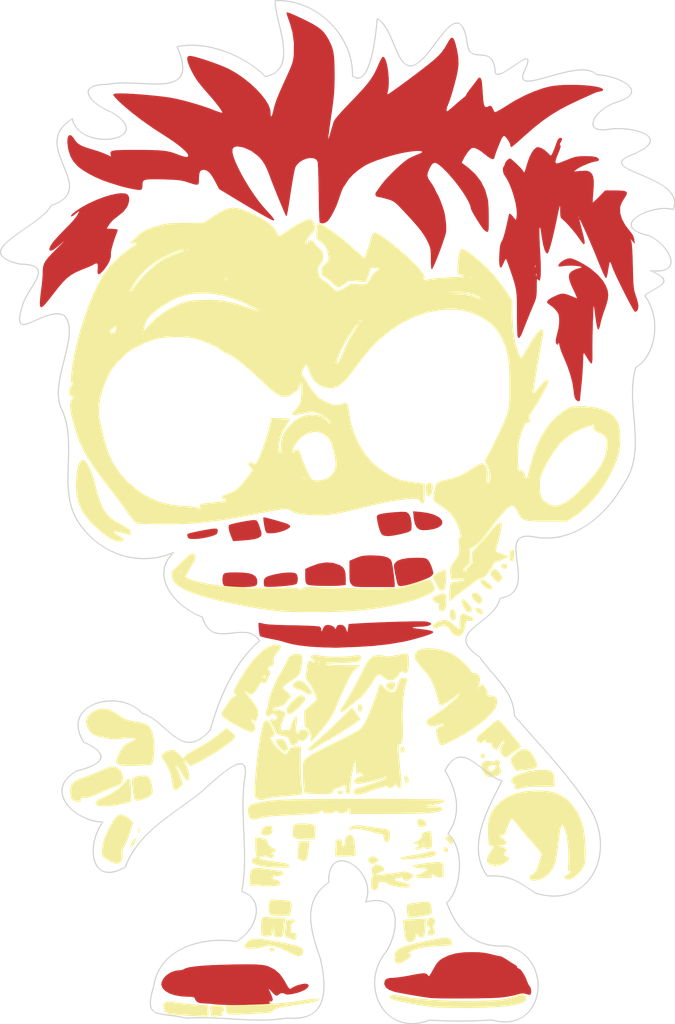
<source format=kicad_pcb>
(kicad_pcb (version 20221018) (generator pcbnew)
  (layers (0 "F.Cu" signal) (31 "B.Cu" signal) (34 "B.Paste" user) (35 "F.Paste" user) (36 "B.SilkS" user "B.Silkscreen") (37 "F.SilkS" user "F.Silkscreen") (38 "B.Mask" user) (39 "F.Mask" user) (44 "Edge.Cuts" user))
  (net 0 "")
  (footprint "LOGO" (layer "F.Cu") (at 63.229 72.5698)
    (fp_text reference "G***" hide)
    (fp_text value "LOGO" hide)
  )
  (footprint "LOGO" (layer "F.Cu") (at 63.229 72.5698)
    (fp_text reference "G***" hide)
    (fp_text value "LOGO" hide)
  )
  (footprint "LOGO" (layer "F.Cu") (at 63.229 72.5698)
    (fp_text reference "G***" hide)
    (fp_text value "LOGO" hide)
  )
  (footprint "LOGO" (layer "F.Cu") (at 63.229 72.5698)
    (fp_text reference "G***" hide)
    (fp_text value "LOGO" hide)
    (fp_poly (pts (xy 6.950877 -0.060587) (xy 7.622681 0.031242) (xy 8.181843 0.186231) (xy 8.607615 0.397892) (xy 8.736962 0.497896) (xy 8.92197 0.735011) (xy 8.947733 0.961043) (xy 8.824332 1.166372) (xy 8.561849 1.34138) (xy 8.170364 1.476447) (xy 7.659961 1.561955) (xy 7.617426 1.566078) (xy 7.2065 1.580988) (xy 6.927506 1.534512) (xy 6.858 1.504363) (xy 6.633406 1.310096) (xy 6.478287 0.993684) (xy 6.384992 0.537812) (xy 6.370552 0.40136) (xy 6.324087 -0.111068) (xy 6.950877 -0.060587)) (stroke (width 0.01)) (fill solid) (layer "F.Cu"))
    (fp_poly (pts (xy -0.859747 4.52702) (xy -0.275186 4.730526) (xy -0.273272 4.731501) (xy -0.02205 4.899741) (xy 0.138883 5.120619) (xy 0.225499 5.430107) (xy 0.253766 5.864173) (xy 0.254 5.919142) (xy 0.254 6.496316) (xy -0.138818 6.550158) (xy -0.397183 6.571022) (xy -0.778098 6.583946) (xy -1.234973 6.589087) (xy -1.721217 6.586601) (xy -2.190241 6.576644) (xy -2.595454 6.559371) (xy -2.83526 6.541125) (xy -3.095292 6.499674) (xy -3.2581 6.417065) (xy -3.345995 6.259257) (xy -3.381291 5.992214) (xy -3.386667 5.699948) (xy -3.386667 5.070631) (xy -2.92818 4.860729) (xy -2.191603 4.592383) (xy -1.500339 4.48106) (xy -0.859747 4.52702)) (stroke (width 0.01)) (fill solid) (layer "F.Cu"))
    (fp_poly (pts (xy -11.344245 1.459139) (xy -11.26984 1.540559) (xy -11.260667 1.640633) (xy -11.302935 1.835321) (xy -11.368377 1.931323) (xy -11.55407 2.027906) (xy -11.861303 2.12927) (xy -12.242987 2.224787) (xy -12.65203 2.303826) (xy -13.041343 2.35576) (xy -13.31486 2.370666) (xy -13.624963 2.365108) (xy -13.808164 2.340157) (xy -13.906751 2.283403) (xy -13.96301 2.182433) (xy -13.963883 2.180166) (xy -13.998068 2.008676) (xy -13.976237 1.924315) (xy -13.870577 1.881547) (xy -13.635051 1.819058) (xy -13.306941 1.744225) (xy -12.92353 1.664429) (xy -12.522102 1.587048) (xy -12.139941 1.519462) (xy -11.814329 1.469049) (xy -11.582551 1.443188) (xy -11.535834 1.441313) (xy -11.344245 1.459139)) (stroke (width 0.01)) (fill solid) (layer "F.Cu"))
    (fp_poly (pts (xy -7.834439 0.68977) (xy -7.725707 0.75331) (xy -7.636808 0.907292) (xy -7.553311 1.121833) (xy -7.450085 1.416705) (xy -7.365841 1.682192) (xy -7.335485 1.793042) (xy -7.327443 1.99728) (xy -7.421157 2.159873) (xy -7.630279 2.28658) (xy -7.968465 2.383159) (xy -8.449368 2.455371) (xy -9.022984 2.504791) (xy -9.875634 2.562115) (xy -10.049103 2.148891) (xy -10.212164 1.703006) (xy -10.281446 1.369912) (xy -10.255189 1.160251) (xy -10.219813 1.115173) (xy -10.093071 1.06286) (xy -9.839588 0.993914) (xy -9.500149 0.916389) (xy -9.115539 0.838341) (xy -8.726541 0.767823) (xy -8.373939 0.712891) (xy -8.098518 0.681598) (xy -8.002786 0.677333) (xy -7.834439 0.68977)) (stroke (width 0.01)) (fill solid) (layer "F.Cu"))
    (fp_poly (pts (xy -7.05366 0.436389) (xy -6.839508 0.484099) (xy -6.53633 0.56114) (xy -6.180563 0.65737) (xy -5.808646 0.762647) (xy -5.457016 0.866832) (xy -5.162111 0.959783) (xy -4.96037 1.031359) (xy -4.931834 1.043352) (xy -4.785238 1.151264) (xy -4.741334 1.245941) (xy -4.81841 1.364661) (xy -5.023935 1.496295) (xy -5.319358 1.625761) (xy -5.666123 1.737975) (xy -6.025679 1.817856) (xy -6.278646 1.847362) (xy -6.586705 1.859738) (xy -6.770476 1.844794) (xy -6.874054 1.793102) (xy -6.935375 1.706958) (xy -6.989777 1.550082) (xy -7.04732 1.301115) (xy -7.099572 1.01216) (xy -7.138101 0.735316) (xy -7.154475 0.522686) (xy -7.142347 0.428149) (xy -7.05366 0.436389)) (stroke (width 0.01)) (fill solid) (layer "F.Cu"))
    (fp_poly (pts (xy -8.937749 5.400526) (xy -8.450971 5.461862) (xy -8.099569 5.57098) (xy -7.868251 5.73494) (xy -7.74173 5.960807) (xy -7.704667 6.243934) (xy -7.721548 6.398124) (xy -7.786434 6.512485) (xy -7.920689 6.592771) (xy -8.145677 6.64474) (xy -8.482764 6.674149) (xy -8.953311 6.686755) (xy -9.355131 6.688666) (xy -9.854522 6.685449) (xy -10.211446 6.674035) (xy -10.452682 6.651786) (xy -10.605005 6.616059) (xy -10.695192 6.564216) (xy -10.704286 6.555619) (xy -10.798051 6.369994) (xy -10.838413 6.099892) (xy -10.825841 5.813603) (xy -10.7608 5.579422) (xy -10.697025 5.492533) (xy -10.56956 5.436568) (xy -10.333884 5.400721) (xy -9.968273 5.382813) (xy -9.575192 5.379907) (xy -8.937749 5.400526)) (stroke (width 0.01)) (fill solid) (layer "F.Cu"))
    (fp_poly (pts (xy -4.348628 5.428511) (xy -4.204506 5.492533) (xy -4.103284 5.661074) (xy -4.060411 5.906383) (xy -4.075341 6.161963) (xy -4.147526 6.361318) (xy -4.212167 6.423301) (xy -4.382272 6.47616) (xy -4.672119 6.52779) (xy -5.045985 6.575569) (xy -5.468149 6.616869) (xy -5.90289 6.649067) (xy -6.314486 6.669539) (xy -6.667215 6.675659) (xy -6.925356 6.664802) (xy -7.053187 6.634345) (xy -7.055556 6.632222) (xy -7.092208 6.517809) (xy -7.111245 6.306525) (xy -7.112 6.253174) (xy -7.089745 6.045848) (xy -7.005851 5.889805) (xy -6.83463 5.76773) (xy -6.550391 5.66231) (xy -6.127446 5.556231) (xy -6.053667 5.539896) (xy -5.535569 5.445932) (xy -5.057066 5.395493) (xy -4.650604 5.389409) (xy -4.348628 5.428511)) (stroke (width 0.01)) (fill solid) (layer "F.Cu"))
    (fp_poly (pts (xy 5.660272 -0.052034) (xy 5.732159 -0.036882) (xy 5.938058 0.12389) (xy 6.081973 0.434068) (xy 6.160422 0.884152) (xy 6.174159 1.168486) (xy 6.170965 1.432909) (xy 6.134341 1.582257) (xy 6.038513 1.670614) (xy 5.9055 1.732231) (xy 5.633726 1.822888) (xy 5.262225 1.917937) (xy 4.850217 2.005301) (xy 4.456923 2.072906) (xy 4.141565 2.108677) (xy 4.046402 2.111299) (xy 3.79174 2.085481) (xy 3.59047 2.034282) (xy 3.459308 1.902002) (xy 3.328434 1.625592) (xy 3.206788 1.230038) (xy 3.10331 0.740322) (xy 3.082824 0.615736) (xy 3.056932 0.386896) (xy 3.088758 0.265312) (xy 3.201185 0.192528) (xy 3.257218 0.170264) (xy 3.480934 0.112031) (xy 3.815983 0.056642) (xy 4.21948 0.007685) (xy 4.648541 -0.03125) (xy 5.060283 -0.056575) (xy 5.411821 -0.064699) (xy 5.660272 -0.052034)) (stroke (width 0.01)) (fill solid) (layer "F.Cu"))
    (fp_poly (pts (xy 3.219279 3.873352) (xy 3.706255 3.938878) (xy 4.055134 4.052613) (xy 4.279041 4.218261) (xy 4.363676 4.355275) (xy 4.417358 4.547084) (xy 4.477706 4.860412) (xy 4.538179 5.247959) (xy 4.592234 5.662429) (xy 4.63333 6.056521) (xy 4.654925 6.382937) (xy 4.656666 6.473662) (xy 4.656666 6.688666) (xy 2.832484 6.688666) (xy 2.232542 6.688265) (xy 1.778471 6.685461) (xy 1.446808 6.677855) (xy 1.214092 6.663047) (xy 1.05686 6.638638) (xy 0.951649 6.602228) (xy 0.874998 6.551418) (xy 0.803444 6.483807) (xy 0.800484 6.480848) (xy 0.710511 6.380696) (xy 0.65108 6.271173) (xy 0.615892 6.116649) (xy 0.598652 5.881497) (xy 0.593061 5.530086) (xy 0.592666 5.305041) (xy 0.592666 4.337053) (xy 1.162917 4.094693) (xy 1.458159 3.978283) (xy 1.715737 3.90604) (xy 1.994794 3.867857) (xy 2.354471 3.853625) (xy 2.581084 3.852333) (xy 3.219279 3.873352)) (stroke (width 0.01)) (fill solid) (layer "F.Cu"))
    (fp_poly (pts (xy 6.981111 4.066947) (xy 7.250116 4.080529) (xy 7.425967 4.111856) (xy 7.546736 4.16804) (xy 7.650494 4.256191) (xy 7.65989 4.265526) (xy 7.790678 4.45641) (xy 7.927841 4.746582) (xy 8.045375 5.069121) (xy 8.117276 5.357106) (xy 8.128 5.470221) (xy 8.066884 5.592684) (xy 7.919865 5.739427) (xy 7.919196 5.739954) (xy 7.734342 5.844467) (xy 7.426176 5.976523) (xy 7.035623 6.122425) (xy 6.603606 6.268482) (xy 6.17105 6.400996) (xy 5.778878 6.506276) (xy 5.468014 6.570626) (xy 5.415215 6.577857) (xy 5.163307 6.599762) (xy 5.026491 6.57733) (xy 4.952891 6.49444) (xy 4.923489 6.425022) (xy 4.872528 6.251319) (xy 4.802889 5.963317) (xy 4.726913 5.613183) (xy 4.70028 5.481432) (xy 4.632121 5.120874) (xy 4.600033 4.883729) (xy 4.60354 4.728066) (xy 4.642165 4.611955) (xy 4.689498 4.532285) (xy 4.916923 4.333227) (xy 5.300207 4.188023) (xy 5.834253 4.097935) (xy 6.513961 4.064225) (xy 6.580882 4.064) (xy 6.981111 4.066947)) (stroke (width 0.01)) (fill solid) (layer "F.Cu"))
    (fp_poly (pts (xy 12.242705 39.526344) (xy 12.735214 39.574492) (xy 13.178394 39.659173) (xy 13.327376 39.697202) (xy 13.659459 39.782069) (xy 13.941671 39.845566) (xy 14.123732 39.876609) (xy 14.147525 39.878) (xy 14.287221 39.923718) (xy 14.517519 40.044435) (xy 14.79212 40.215495) (xy 14.832481 40.242751) (xy 15.11083 40.426971) (xy 15.350376 40.575336) (xy 15.504201 40.658933) (xy 15.515166 40.663427) (xy 15.640477 40.771413) (xy 15.663333 40.849009) (xy 15.732785 40.960171) (xy 15.8115 40.981758) (xy 15.948616 41.057362) (xy 16.119873 41.254895) (xy 16.300748 41.537437) (xy 16.466717 41.868071) (xy 16.562004 42.11161) (xy 16.664617 42.361135) (xy 16.772723 42.548104) (xy 16.812505 42.592455) (xy 16.891507 42.729247) (xy 16.929972 42.934261) (xy 16.927377 43.146181) (xy 16.883198 43.30369) (xy 16.818967 43.349333) (xy 16.663401 43.322782) (xy 16.444254 43.25855) (xy 16.434483 43.255169) (xy 16.252546 43.21238) (xy 16.051485 43.220717) (xy 15.776274 43.285782) (xy 15.596349 43.34049) (xy 15.267838 43.423484) (xy 14.835268 43.504052) (xy 14.363691 43.571106) (xy 14.054666 43.603262) (xy 13.750054 43.621651) (xy 13.314197 43.637434) (xy 12.774865 43.650494) (xy 12.159828 43.660714) (xy 11.496858 43.667977) (xy 10.813724 43.672165) (xy 10.138197 43.67316) (xy 9.498048 43.670846) (xy 8.921047 43.665105) (xy 8.434964 43.655818) (xy 8.06757 43.64287) (xy 7.874 43.6294) (xy 7.581092 43.591664) (xy 7.175102 43.530501) (xy 6.6958 43.452832) (xy 6.182958 43.365577) (xy 5.676345 43.275655) (xy 5.215735 43.189986) (xy 4.840898 43.115489) (xy 4.591605 43.059086) (xy 4.582665 43.056736) (xy 4.15807 42.896043) (xy 3.871535 42.681185) (xy 3.735267 42.422586) (xy 3.725333 42.324622) (xy 3.773995 42.07339) (xy 3.932319 41.914946) (xy 4.218815 41.836866) (xy 4.472214 41.823353) (xy 4.747395 41.805574) (xy 5.135172 41.75873) (xy 5.582747 41.690069) (xy 6.011333 41.612011) (xy 6.541856 41.510051) (xy 6.932531 41.44474) (xy 7.208716 41.415569) (xy 7.395769 41.422031) (xy 7.519048 41.463615) (xy 7.603913 41.539815) (xy 7.632532 41.579495) (xy 7.691821 41.652858) (xy 7.750565 41.660249) (xy 7.828285 41.581137) (xy 7.944502 41.394987) (xy 8.118736 41.081267) (xy 8.13561 41.050328) (xy 8.341437 40.690905) (xy 8.515202 40.442763) (xy 8.693778 40.262517) (xy 8.914038 40.106781) (xy 8.963078 40.076723) (xy 9.511212 39.809541) (xy 10.137146 39.629566) (xy 10.866974 39.531257) (xy 11.641666 39.508085) (xy 12.242705 39.526344)) (stroke (width 0.01)) (fill solid) (layer "F.Cu"))
    (fp_poly (pts (xy -8.224586 40.608676) (xy -7.776622 40.621712) (xy -7.416239 40.646098) (xy -7.127133 40.682329) (xy -6.893 40.730903) (xy -6.697537 40.792317) (xy -6.681949 40.798235) (xy -6.129821 41.081667) (xy -5.676581 41.477819) (xy -5.297732 42.009401) (xy -5.216812 42.1565) (xy -5.02951 42.500374) (xy -4.8925 42.709715) (xy -4.784926 42.803656) (xy -4.685934 42.801326) (xy -4.587832 42.733505) (xy -4.379204 42.60988) (xy -4.071954 42.490212) (xy -3.735905 42.395797) (xy -3.440877 42.347929) (xy -3.325921 42.34861) (xy -3.13019 42.414313) (xy -3.080333 42.536574) (xy -3.170714 42.696329) (xy -3.395698 42.874519) (xy -3.499154 42.934461) (xy -3.792931 43.06464) (xy -4.139953 43.176381) (xy -4.497013 43.261012) (xy -4.820904 43.309858) (xy -5.068419 43.314247) (xy -5.189443 43.273757) (xy -5.37812 43.188282) (xy -5.603151 43.208023) (xy -5.757334 43.307) (xy -5.889103 43.413405) (xy -6.034258 43.401808) (xy -6.221362 43.262526) (xy -6.382482 43.095089) (xy -6.550776 42.914168) (xy -6.661988 42.804887) (xy -6.688667 42.788524) (xy -6.656204 42.876385) (xy -6.571723 43.072627) (xy -6.471309 43.295644) (xy -6.343576 43.608629) (xy -6.311448 43.804717) (xy -6.379523 43.909814) (xy -6.552401 43.949824) (xy -6.587831 43.951821) (xy -6.714515 43.968245) (xy -6.678525 43.997348) (xy -6.6675 44.000362) (xy -6.527171 44.058783) (xy -6.549417 44.115197) (xy -6.727481 44.166845) (xy -7.054608 44.210963) (xy -7.217834 44.225276) (xy -7.587346 44.245641) (xy -8.063835 44.259474) (xy -8.613263 44.267034) (xy -9.201592 44.268583) (xy -9.794785 44.26438) (xy -10.358805 44.254685) (xy -10.859614 44.239759) (xy -11.263175 44.219862) (xy -11.535449 44.195255) (xy -11.557 44.192104) (xy -11.892087 44.153087) (xy -12.283474 44.125796) (xy -12.496378 44.11875) (xy -12.859914 44.088793) (xy -13.098514 43.997054) (xy -13.251773 43.821794) (xy -13.319474 43.666833) (xy -13.381401 43.58327) (xy -13.51816 43.537562) (xy -13.768702 43.519993) (xy -13.913454 43.518666) (xy -14.571658 43.481404) (xy -15.148008 43.375127) (xy -15.62723 43.208102) (xy -15.994053 42.988594) (xy -16.233203 42.724868) (xy -16.329406 42.42519) (xy -16.309779 42.221792) (xy -16.142615 41.874487) (xy -15.84799 41.565581) (xy -15.46751 41.324043) (xy -15.042785 41.17884) (xy -14.7701 41.149859) (xy -14.531548 41.128831) (xy -14.364556 41.078881) (xy -14.341422 41.062221) (xy -14.152162 40.96157) (xy -13.801929 40.872502) (xy -13.298756 40.79605) (xy -12.650676 40.733248) (xy -11.86572 40.685132) (xy -11.218334 40.660101) (xy -10.257005 40.632702) (xy -9.448474 40.614668) (xy -8.776436 40.606494) (xy -8.224586 40.608676)) (stroke (width 0.01)) (fill solid) (layer "F.Cu"))
    (fp_poly (pts (xy 7.131813 9.781827) (xy 7.40309 9.790561) (xy 7.485957 9.798563) (xy 7.7839 9.86969) (xy 7.926413 9.956886) (xy 7.925224 10.049166) (xy 7.792061 10.135545) (xy 7.538653 10.205039) (xy 7.176728 10.246662) (xy 7.000654 10.253106) (xy 6.583943 10.268115) (xy 6.335689 10.295397) (xy 6.255651 10.332563) (xy 6.343589 10.377222) (xy 6.599264 10.426981) (xy 7.022434 10.47945) (xy 7.02341 10.479552) (xy 7.535157 10.542522) (xy 7.884375 10.608546) (xy 8.077869 10.680018) (xy 8.122441 10.759333) (xy 8.042625 10.838303) (xy 7.860868 10.921445) (xy 7.551396 11.032223) (xy 7.151364 11.15964) (xy 6.697924 11.292696) (xy 6.228229 11.420392) (xy 5.779432 11.531731) (xy 5.472075 11.599273) (xy 4.136103 11.826048) (xy 2.710892 11.98599) (xy 1.312333 12.06973) (xy 0.830417 12.086538) (xy 0.376562 12.103604) (xy -0.007067 12.119255) (xy -0.278306 12.131821) (xy -0.338667 12.135167) (xy -0.556199 12.139614) (xy -0.902937 12.136649) (xy -1.338953 12.12704) (xy -1.824318 12.111554) (xy -2.074334 12.101793) (xy -3.023107 12.041567) (xy -3.873784 11.945403) (xy -4.604331 11.816538) (xy -5.192715 11.658209) (xy -5.2643 11.633223) (xy -5.506451 11.561181) (xy -5.859395 11.47525) (xy -6.266768 11.388586) (xy -6.512136 11.342018) (xy -6.881275 11.267838) (xy -7.186487 11.192132) (xy -7.390125 11.125103) (xy -7.453411 11.086892) (xy -7.495077 10.953451) (xy -7.535414 10.720993) (xy -7.568622 10.445223) (xy -7.5889 10.181848) (xy -7.590449 9.986575) (xy -7.575159 9.917603) (xy -7.474458 9.913351) (xy -7.273486 9.955492) (xy -7.172832 9.984838) (xy -6.963852 10.026184) (xy -6.615711 10.061248) (xy -6.121231 10.090433) (xy -5.473236 10.114145) (xy -4.664548 10.132785) (xy -4.487334 10.135866) (xy -3.770595 10.150889) (xy -3.159887 10.17009) (xy -2.669015 10.192751) (xy -2.311787 10.218155) (xy -2.102008 10.245586) (xy -2.053167 10.262282) (xy -1.97008 10.408472) (xy -1.940893 10.572533) (xy -1.9322 10.706707) (xy -1.906044 10.701612) (xy -1.84489 10.547526) (xy -1.832062 10.5122) (xy -1.723023 10.297289) (xy -1.595454 10.154847) (xy -1.584999 10.148437) (xy -1.362015 10.100018) (xy -1.094246 10.138212) (xy -0.857596 10.243897) (xy -0.743728 10.360353) (xy -0.668765 10.483205) (xy -0.628231 10.456527) (xy -0.594508 10.329333) (xy -0.489938 10.150986) (xy -0.316311 10.091084) (xy -0.019891 10.117481) (xy 0.19088 10.284263) (xy 0.303627 10.5122) (xy 0.401582 10.795) (xy 0.462672 10.404384) (xy 0.523762 10.013769) (xy 1.426047 9.96049) (xy 2.074688 9.925131) (xy 2.77323 9.892218) (xy 3.498715 9.862363) (xy 4.228186 9.836181) (xy 4.938685 9.814285) (xy 5.607254 9.797288) (xy 6.210937 9.785804) (xy 6.726776 9.780445) (xy 7.131813 9.781827)) (stroke (width 0.01)) (fill solid) (layer "F.Cu"))
    (fp_poly (pts (xy -19.578054 -28.678403) (xy -19.355745 -28.572259) (xy -19.352381 -28.568953) (xy -19.239971 -28.344706) (xy -19.233106 -28.032196) (xy -19.328193 -27.672633) (xy -19.452858 -27.416094) (xy -19.75689 -27.032628) (xy -20.21371 -26.668535) (xy -20.225108 -26.660949) (xy -20.62815 -26.34883) (xy -20.938962 -26.018352) (xy -21.01162 -25.914856) (xy -21.258024 -25.527) (xy -20.739245 -25.501601) (xy -20.454517 -25.481558) (xy -20.306494 -25.449115) (xy -20.26255 -25.392346) (xy -20.276041 -25.332267) (xy -20.516885 -24.679979) (xy -20.699929 -24.123095) (xy -20.820777 -23.677163) (xy -20.875036 -23.357733) (xy -20.872151 -23.223305) (xy -20.888549 -22.93219) (xy -21.015922 -22.570348) (xy -21.236077 -22.176552) (xy -21.530823 -21.789572) (xy -21.560486 -21.756294) (xy -21.803478 -21.514135) (xy -21.966656 -21.419395) (xy -22.056086 -21.473553) (xy -22.077833 -21.678088) (xy -22.060347 -21.8782) (xy -22.041121 -22.200628) (xy -22.088278 -22.373473) (xy -22.209049 -22.405814) (xy -22.404665 -22.310684) (xy -22.595539 -22.207849) (xy -22.881024 -22.078774) (xy -23.166768 -21.964006) (xy -23.689796 -21.75658) (xy -24.121471 -21.554061) (xy -24.491691 -21.33266) (xy -24.830357 -21.068584) (xy -25.167367 -20.738042) (xy -25.532623 -20.317243) (xy -25.956022 -19.782395) (xy -26.030888 -19.685) (xy -26.413801 -19.192307) (xy -26.709895 -18.831012) (xy -26.929764 -18.593999) (xy -27.083997 -18.474157) (xy -27.183187 -18.464372) (xy -27.237925 -18.557529) (xy -27.258803 -18.746516) (xy -27.259982 -18.8595) (xy -27.246267 -19.122611) (xy -27.211759 -19.491585) (xy -27.162611 -19.905114) (xy -27.134628 -20.108334) (xy -27.079789 -20.538765) (xy -27.037088 -20.972364) (xy -27.01294 -21.339492) (xy -27.009841 -21.463) (xy -27.000061 -21.82315) (xy -26.963038 -22.117487) (xy -26.882208 -22.376576) (xy -26.741004 -22.630984) (xy -26.52286 -22.911276) (xy -26.211211 -23.248018) (xy -25.839723 -23.622) (xy -25.529461 -23.93148) (xy -25.283886 -24.179847) (xy -25.117733 -24.351896) (xy -25.045738 -24.432418) (xy -25.065564 -24.420949) (xy -25.242814 -24.270758) (xy -25.487867 -24.06203) (xy -25.687087 -23.891782) (xy -26.013076 -23.650079) (xy -26.249687 -23.54649) (xy -26.385754 -23.570988) (xy -26.410109 -23.713545) (xy -26.311583 -23.964132) (xy -26.110155 -24.271682) (xy -25.933713 -24.485638) (xy -25.668467 -24.780426) (xy -25.347992 -25.119843) (xy -25.005862 -25.467686) (xy -24.945989 -25.527) (xy -24.615183 -25.865146) (xy -24.312977 -26.19565) (xy -24.068753 -26.484885) (xy -23.911895 -26.699225) (xy -23.89175 -26.7335) (xy -23.787171 -26.940688) (xy -23.737348 -27.070751) (xy -23.740637 -27.093334) (xy -23.8251 -27.042303) (xy -23.988773 -26.912739) (xy -24.087565 -26.828066) (xy -24.275385 -26.684981) (xy -24.413435 -26.619276) (xy -24.450344 -26.624841) (xy -24.439007 -26.722035) (xy -24.298909 -26.878738) (xy -24.052625 -27.078485) (xy -23.722725 -27.304808) (xy -23.331782 -27.541239) (xy -22.902367 -27.771312) (xy -22.828805 -27.807804) (xy -22.162482 -28.109665) (xy -21.518326 -28.354875) (xy -20.917071 -28.538893) (xy -20.379451 -28.657181) (xy -19.926201 -28.705197) (xy -19.578054 -28.678403)) (stroke (width 0.01)) (fill solid) (layer "F.Cu"))
    (fp_poly (pts (xy 20.643541 -22.814022) (xy 20.962112 -22.689191) (xy 21.341042 -22.505162) (xy 21.741647 -22.281589) (xy 22.12524 -22.038127) (xy 22.329558 -21.891874) (xy 22.935713 -21.373477) (xy 23.389377 -20.845567) (xy 23.673651 -20.362334) (xy 23.817356 -19.975788) (xy 23.869794 -19.586838) (xy 23.82919 -19.15712) (xy 23.693773 -18.648267) (xy 23.57943 -18.32395) (xy 23.438066 -17.924759) (xy 23.31103 -17.527379) (xy 23.21813 -17.195312) (xy 23.192832 -17.084568) (xy 23.111737 -16.723516) (xy 23.040341 -16.509646) (xy 22.974969 -16.446801) (xy 22.911943 -16.538826) (xy 22.847587 -16.789564) (xy 22.778223 -17.202858) (xy 22.727302 -17.571209) (xy 22.674118 -17.963765) (xy 22.626768 -18.28946) (xy 22.590351 -18.514785) (xy 22.569966 -18.606232) (xy 22.569775 -18.606447) (xy 22.555633 -18.539203) (xy 22.539749 -18.32903) (xy 22.522893 -18.002316) (xy 22.505834 -17.585445) (xy 22.489343 -17.104805) (xy 22.474187 -16.586781) (xy 22.461138 -16.05776) (xy 22.450963 -15.544127) (xy 22.444432 -15.072271) (xy 22.442316 -14.668575) (xy 22.445382 -14.359428) (xy 22.445635 -14.348928) (xy 22.448693 -13.876302) (xy 22.43067 -13.562781) (xy 22.391852 -13.412286) (xy 22.37651 -13.399615) (xy 22.290514 -13.451258) (xy 22.156573 -13.616259) (xy 22.016751 -13.837025) (xy 21.867373 -14.086838) (xy 21.744512 -14.272197) (xy 21.681135 -14.347003) (xy 21.65173 -14.286973) (xy 21.627119 -14.091537) (xy 21.610576 -13.794616) (xy 21.605721 -13.565625) (xy 21.592836 -13.158691) (xy 21.563208 -12.647081) (xy 21.521144 -12.094139) (xy 21.470953 -11.563209) (xy 21.467062 -11.526791) (xy 21.419992 -11.079487) (xy 21.380418 -10.68293) (xy 21.351682 -10.372202) (xy 21.337126 -10.182385) (xy 21.336 -10.150957) (xy 21.285422 -10.016882) (xy 21.157338 -10.008604) (xy 20.987225 -10.125791) (xy 20.959988 -10.154488) (xy 20.86803 -10.327394) (xy 20.798245 -10.628554) (xy 20.747014 -11.064655) (xy 20.641977 -11.725807) (xy 20.437238 -12.486951) (xy 20.141948 -13.318366) (xy 19.822968 -14.066019) (xy 19.677758 -14.41754) (xy 19.55458 -14.77745) (xy 19.48641 -15.039685) (xy 19.441534 -15.233363) (xy 19.408867 -15.298643) (xy 19.398135 -15.254112) (xy 19.353899 -15.110864) (xy 19.269464 -15.100354) (xy 19.186356 -15.20701) (xy 19.150738 -15.346882) (xy 19.161978 -15.539568) (xy 19.216993 -15.827926) (xy 19.298905 -16.132438) (xy 19.401816 -16.562777) (xy 19.458747 -17.010238) (xy 19.467451 -17.425083) (xy 19.425683 -17.757577) (xy 19.378321 -17.8914) (xy 19.175959 -18.184562) (xy 18.896725 -18.470122) (xy 18.612116 -18.67524) (xy 18.6055 -18.678733) (xy 18.411511 -18.822582) (xy 18.376347 -18.973273) (xy 18.502578 -19.136596) (xy 18.79277 -19.31834) (xy 18.916199 -19.37922) (xy 19.23751 -19.52968) (xy 19.486205 -19.630052) (xy 19.699053 -19.678098) (xy 19.912823 -19.671583) (xy 20.164283 -19.608267) (xy 20.490204 -19.485915) (xy 20.927354 -19.302289) (xy 21.051905 -19.249279) (xy 21.058227 -19.30104) (xy 20.998055 -19.473492) (xy 20.882877 -19.737019) (xy 20.778301 -19.954535) (xy 20.545909 -20.450572) (xy 20.402033 -20.832338) (xy 20.340097 -21.125672) (xy 20.353523 -21.356415) (xy 20.392506 -21.470124) (xy 20.566911 -21.671634) (xy 20.877241 -21.845091) (xy 21.290359 -21.972001) (xy 21.292469 -21.972453) (xy 21.454131 -22.024426) (xy 21.471795 -22.074736) (xy 21.370793 -22.120492) (xy 21.176455 -22.158803) (xy 20.914114 -22.186776) (xy 20.6091 -22.20152) (xy 20.286745 -22.200144) (xy 19.97238 -22.179756) (xy 19.7485 -22.1487) (xy 19.517151 -22.118088) (xy 19.410171 -22.14177) (xy 19.388666 -22.204436) (xy 19.462222 -22.364053) (xy 19.651174 -22.539529) (xy 19.907947 -22.700742) (xy 20.184967 -22.817567) (xy 20.424017 -22.86) (xy 20.643541 -22.814022)) (stroke (width 0.01)) (fill solid) (layer "F.Cu"))
    (fp_poly (pts (xy 19.693271 -33.657988) (xy 19.716324 -33.532077) (xy 19.612151 -33.3175) (xy 19.589078 -33.283625) (xy 19.5042 -33.123394) (xy 19.539192 -33.032571) (xy 19.553756 -33.022623) (xy 19.590469 -32.942656) (xy 19.559028 -32.771514) (xy 19.453789 -32.484569) (xy 19.402025 -32.360553) (xy 19.232239 -31.940825) (xy 19.139328 -31.652099) (xy 19.120635 -31.475885) (xy 19.173507 -31.393688) (xy 19.261666 -31.382859) (xy 19.410893 -31.420366) (xy 19.671632 -31.509602) (xy 20.000012 -31.634996) (xy 20.191292 -31.712792) (xy 20.566229 -31.8625) (xy 20.859635 -31.956504) (xy 21.137977 -32.008218) (xy 21.467727 -32.031056) (xy 21.799958 -32.037416) (xy 22.325185 -32.026022) (xy 22.696316 -31.977492) (xy 22.925152 -31.888633) (xy 23.023495 -31.756251) (xy 23.029333 -31.704688) (xy 22.955415 -31.605802) (xy 22.814935 -31.580667) (xy 22.592915 -31.543568) (xy 22.272823 -31.445827) (xy 21.905303 -31.30778) (xy 21.540999 -31.149762) (xy 21.230556 -30.99211) (xy 21.039666 -30.867831) (xy 20.785666 -30.661549) (xy 21.420666 -30.707263) (xy 21.760915 -30.725511) (xy 21.983312 -30.715243) (xy 22.138055 -30.668764) (xy 22.275341 -30.578382) (xy 22.278645 -30.575762) (xy 22.423671 -30.414005) (xy 22.51832 -30.185112) (xy 22.565918 -29.865162) (xy 22.569792 -29.430234) (xy 22.533269 -28.856408) (xy 22.527295 -28.787892) (xy 22.497474 -28.420076) (xy 22.478667 -28.120617) (xy 22.47282 -27.925852) (xy 22.4782 -27.870244) (xy 22.54612 -27.91324) (xy 22.703586 -28.05335) (xy 22.923053 -28.265363) (xy 23.055015 -28.398185) (xy 23.601955 -28.956) (xy 24.395144 -28.954844) (xy 24.90259 -28.947946) (xy 25.254977 -28.920829) (xy 25.46639 -28.861278) (xy 25.550912 -28.757082) (xy 25.52263 -28.596026) (xy 25.395628 -28.365897) (xy 25.277812 -28.189454) (xy 25.098795 -27.87815) (xy 24.970445 -27.559296) (xy 24.934699 -27.408329) (xy 24.945772 -26.921971) (xy 25.105796 -26.391022) (xy 25.406672 -25.834214) (xy 25.840303 -25.270279) (xy 25.876424 -25.229908) (xy 26.105534 -24.913922) (xy 26.210343 -24.589768) (xy 26.217619 -24.534501) (xy 26.257752 -24.172334) (xy 26.033022 -24.426334) (xy 25.899313 -24.572617) (xy 25.861445 -24.594289) (xy 25.906252 -24.496319) (xy 25.920855 -24.468667) (xy 25.962242 -24.330215) (xy 25.997688 -24.074799) (xy 26.028049 -23.69048) (xy 26.054182 -23.165321) (xy 26.076945 -22.487383) (xy 26.085004 -22.182667) (xy 26.102134 -21.528994) (xy 26.118815 -21.018301) (xy 26.137734 -20.624264) (xy 26.161577 -20.320558) (xy 26.193033 -20.080859) (xy 26.23479 -19.878842) (xy 26.289534 -19.688184) (xy 26.359955 -19.48256) (xy 26.360961 -19.479741) (xy 26.470779 -19.131688) (xy 26.550745 -18.801239) (xy 26.585027 -18.554875) (xy 26.585333 -18.537608) (xy 26.546898 -18.290114) (xy 26.449923 -18.114535) (xy 26.321897 -18.049859) (xy 26.256015 -18.070556) (xy 26.179989 -18.16899) (xy 26.044668 -18.395348) (xy 25.862809 -18.724316) (xy 25.647172 -19.13058) (xy 25.410517 -19.588826) (xy 25.165601 -20.073741) (xy 24.925184 -20.56001) (xy 24.702026 -21.02232) (xy 24.508885 -21.435357) (xy 24.35852 -21.773806) (xy 24.263691 -22.012355) (xy 24.252831 -22.044843) (xy 24.157131 -22.313767) (xy 24.073641 -22.49082) (xy 24.018326 -22.543162) (xy 24.013188 -22.537819) (xy 23.976279 -22.416695) (xy 23.927131 -22.174137) (xy 23.874881 -21.856692) (xy 23.861609 -21.765476) (xy 23.801435 -21.420929) (xy 23.736336 -21.184083) (xy 23.674477 -21.083565) (xy 23.666726 -21.082) (xy 23.606053 -21.157024) (xy 23.49658 -21.365654) (xy 23.349716 -21.68323) (xy 23.176869 -22.085091) (xy 22.991058 -22.5425) (xy 22.784631 -23.055397) (xy 22.560328 -23.596899) (xy 22.327778 -24.145389) (xy 22.096608 -24.679249) (xy 21.876446 -25.176859) (xy 21.67692 -25.6166) (xy 21.507658 -25.976854) (xy 21.378287 -26.236003) (xy 21.298437 -26.372427) (xy 21.278871 -26.387094) (xy 21.28675 -26.297388) (xy 21.332881 -26.078261) (xy 21.409578 -25.763275) (xy 21.502618 -25.409985) (xy 21.634429 -24.907665) (xy 21.716334 -24.547471) (xy 21.750886 -24.310524) (xy 21.740639 -24.177947) (xy 21.688144 -24.130862) (xy 21.675728 -24.13) (xy 21.586301 -24.196031) (xy 21.450686 -24.364515) (xy 21.367034 -24.489834) (xy 21.170696 -24.774868) (xy 20.908689 -25.116178) (xy 20.612826 -25.47636) (xy 20.314923 -25.818006) (xy 20.046791 -26.103713) (xy 19.840246 -26.296074) (xy 19.812547 -26.317541) (xy 19.675288 -26.431794) (xy 19.604983 -26.543) (xy 21.166666 -26.543) (xy 21.209 -26.500667) (xy 21.251333 -26.543) (xy 21.209 -26.585334) (xy 21.166666 -26.543) (xy 19.604983 -26.543) (xy 19.598908 -26.552609) (xy 19.565724 -26.732105) (xy 19.558047 -27.022399) (xy 19.558 -27.067646) (xy 19.553017 -27.344451) (xy 19.539944 -27.533026) (xy 19.521594 -27.593131) (xy 19.521291 -27.592848) (xy 19.490032 -27.499495) (xy 19.434936 -27.276895) (xy 19.364752 -26.961973) (xy 19.312258 -26.710903) (xy 19.143794 -25.909105) (xy 18.982423 -25.188304) (xy 18.831836 -24.562397) (xy 18.695722 -24.045279) (xy 18.577771 -23.650847) (xy 18.481674 -23.392997) (xy 18.411119 -23.285624) (xy 18.402129 -23.283334) (xy 18.271865 -23.367676) (xy 18.14793 -23.619606) (xy 18.03086 -24.037476) (xy 17.921191 -24.619639) (xy 17.881449 -24.884435) (xy 17.81625 -25.302484) (xy 17.763024 -25.556259) (xy 17.722236 -25.650428) (xy 17.69435 -25.589657) (xy 17.679832 -25.378614) (xy 17.679144 -25.021967) (xy 17.692753 -24.524383) (xy 17.721121 -23.89053) (xy 17.742841 -23.491498) (xy 17.781426 -22.756824) (xy 17.803529 -22.170692) (xy 17.809009 -21.713102) (xy 17.797724 -21.364055) (xy 17.769532 -21.103549) (xy 17.724648 -20.912667) (xy 17.676641 -20.840574) (xy 17.596476 -20.905231) (xy 17.562286 -20.950016) (xy 17.508399 -21.006821) (xy 17.473096 -20.986622) (xy 17.452441 -20.866382) (xy 17.442498 -20.623065) (xy 17.439331 -20.233635) (xy 17.439323 -20.230349) (xy 17.432435 -19.797325) (xy 17.408369 -19.479563) (xy 17.358557 -19.223211) (xy 17.274428 -18.974415) (xy 17.217817 -18.838334) (xy 16.985601 -18.289769) (xy 16.71935 -17.642512) (xy 16.443568 -16.956765) (xy 16.203774 -16.346927) (xy 16.042983 -15.968924) (xy 15.914857 -15.75178) (xy 15.815097 -15.691108) (xy 15.739404 -15.782516) (xy 15.717602 -15.850372) (xy 15.702496 -15.989085) (xy 15.689013 -16.269972) (xy 15.677837 -16.665878) (xy 15.669652 -17.149645) (xy 15.665142 -17.694118) (xy 15.664489 -17.959704) (xy 15.662576 -18.619205) (xy 15.65342 -19.147803) (xy 15.630558 -19.583928) (xy 15.587527 -19.966011) (xy 15.517867 -20.33248) (xy 15.415113 -20.721765) (xy 15.272805 -21.172295) (xy 15.202282 -21.378334) (xy 17.373172 -21.378334) (xy 17.382323 -21.233738) (xy 17.408828 -21.221007) (xy 17.412202 -21.228556) (xy 17.428951 -21.396635) (xy 17.415339 -21.482556) (xy 17.388389 -21.517083) (xy 17.37373 -21.404626) (xy 17.373172 -21.378334) (xy 15.202282 -21.378334) (xy 15.084479 -21.7225) (xy 14.982828 -22.013334) (xy 14.936024 -22.147389) (xy 17.278684 -22.147389) (xy 17.29425 -22.037575) (xy 17.323152 -22.036264) (xy 17.343364 -22.149581) (xy 17.329836 -22.198542) (xy 17.292242 -22.230612) (xy 17.278684 -22.147389) (xy 14.936024 -22.147389) (xy 14.844634 -22.409139) (xy 14.750306 -22.660611) (xy 14.683648 -22.78174) (xy 14.628468 -22.786515) (xy 14.568568 -22.688928) (xy 14.487754 -22.502968) (xy 14.468279 -22.457834) (xy 14.3531 -22.217279) (xy 14.255495 -22.055867) (xy 14.208809 -22.013334) (xy 14.127624 -22.0952) (xy 14.078447 -22.335407) (xy 14.062063 -22.725861) (xy 14.07926 -23.258474) (xy 14.082485 -23.313161) (xy 14.11779 -23.755277) (xy 14.164955 -24.063454) (xy 14.231051 -24.27302) (xy 14.297368 -24.386827) (xy 14.378616 -24.554392) (xy 14.479366 -24.848115) (xy 14.587203 -25.227854) (xy 14.689711 -25.653469) (xy 14.691089 -25.659744) (xy 14.781695 -26.069681) (xy 14.861748 -26.425905) (xy 14.923027 -26.692236) (xy 14.95731 -26.832495) (xy 14.958776 -26.837651) (xy 15.017539 -26.872883) (xy 15.143869 -26.776639) (xy 15.279584 -26.625985) (xy 15.56353 -26.289) (xy 15.624395 -26.528945) (xy 15.657913 -26.8826) (xy 15.62062 -27.347112) (xy 15.52315 -27.884882) (xy 15.376139 -28.458308) (xy 15.190222 -29.02979) (xy 14.976034 -29.561725) (xy 14.744211 -30.016513) (xy 14.560524 -30.290288) (xy 14.454478 -30.497065) (xy 14.400031 -30.745132) (xy 14.403551 -30.970839) (xy 14.471409 -31.110536) (xy 14.478 -31.115) (xy 14.55136 -31.235473) (xy 14.562666 -31.316905) (xy 14.621744 -31.471751) (xy 14.761259 -31.650502) (xy 14.924633 -31.791181) (xy 15.03532 -31.834667) (xy 15.133963 -31.778094) (xy 15.313817 -31.630165) (xy 15.540819 -31.423564) (xy 15.78091 -31.190977) (xy 16.000027 -30.965088) (xy 16.16411 -30.778583) (xy 16.226449 -30.691667) (xy 16.269706 -30.614578) (xy 16.303284 -30.577934) (xy 16.338171 -30.603853) (xy 16.385355 -30.714454) (xy 16.455824 -30.931854) (xy 16.560566 -31.278171) (xy 16.626035 -31.496) (xy 16.799159 -31.973143) (xy 17.000909 -32.369765) (xy 17.215032 -32.661677) (xy 17.425272 -32.824693) (xy 17.536368 -32.850667) (xy 17.824071 -32.780197) (xy 18.147647 -32.585579) (xy 18.409673 -32.350226) (xy 18.574923 -32.189009) (xy 18.692491 -32.096947) (xy 18.714315 -32.088667) (xy 18.786016 -32.164952) (xy 18.894342 -32.374939) (xy 19.026638 -32.690323) (xy 19.170253 -33.0828) (xy 19.206337 -33.189334) (xy 19.320127 -33.478106) (xy 19.431715 -33.632141) (xy 19.544468 -33.682056) (xy 19.693271 -33.657988)) (stroke (width 0.01)) (fill solid) (layer "F.Cu"))
    (fp_poly (pts (xy -4.947981 -44.944918) (xy -4.860304 -44.921828) (xy -4.700038 -44.86428) (xy -4.421109 -44.74612) (xy -4.056525 -44.582033) (xy -3.639297 -44.386702) (xy -3.415604 -44.279168) (xy -2.825874 -43.980725) (xy -2.367431 -43.714732) (xy -2.011786 -43.457551) (xy -1.73045 -43.185547) (xy -1.494936 -42.875082) (xy -1.278717 -42.506205) (xy -1.105688 -42.159087) (xy -0.973872 -41.830112) (xy -0.87798 -41.48804) (xy -0.812725 -41.101628) (xy -0.772819 -40.639635) (xy -0.752974 -40.070818) (xy -0.747898 -39.37) (xy -0.751056 -38.802622) (xy -0.762025 -38.316182) (xy -0.784193 -37.869352) (xy -0.820943 -37.420807) (xy -0.875663 -36.92922) (xy -0.951736 -36.353264) (xy -1.052437 -35.652373) (xy -1.134866 -35.081977) (xy -1.206355 -34.569458) (xy -1.263908 -34.137817) (xy -1.304525 -33.810058) (xy -1.325209 -33.609183) (xy -1.325724 -33.555502) (xy -1.29038 -33.616064) (xy -1.22289 -33.803734) (xy -1.135901 -34.082321) (xy -1.106574 -34.182797) (xy -1.003875 -34.537657) (xy -0.907168 -34.867383) (xy -0.835379 -35.107509) (xy -0.828572 -35.129729) (xy -0.735345 -35.299716) (xy -0.52836 -35.569219) (xy -0.204507 -35.941839) (xy 0.239323 -36.421174) (xy 0.718183 -36.9203) (xy 1.284512 -37.510193) (xy 1.74429 -38.007178) (xy 2.114573 -38.434084) (xy 2.412417 -38.813741) (xy 2.654878 -39.168977) (xy 2.859012 -39.522622) (xy 3.041874 -39.897505) (xy 3.177953 -40.212681) (xy 3.323292 -40.538882) (xy 3.45711 -40.795957) (xy 3.560624 -40.949912) (xy 3.601198 -40.978667) (xy 3.72649 -40.899115) (xy 3.841734 -40.6807) (xy 3.942937 -40.353784) (xy 4.026103 -39.948731) (xy 4.087238 -39.495901) (xy 4.122346 -39.025658) (xy 4.127433 -38.568363) (xy 4.098504 -38.15438) (xy 4.031563 -37.81407) (xy 4.021728 -37.7825) (xy 4.00032 -37.637842) (xy 4.032958 -37.592423) (xy 4.126049 -37.641645) (xy 4.333202 -37.779013) (xy 4.634142 -37.989582) (xy 5.008593 -38.25841) (xy 5.43628 -38.570554) (xy 5.896928 -38.911069) (xy 6.37026 -39.265014) (xy 6.836002 -39.617443) (xy 7.273878 -39.953415) (xy 7.663613 -40.257987) (xy 7.835418 -40.394892) (xy 8.281716 -40.765095) (xy 8.623946 -41.083743) (xy 8.898654 -41.393632) (xy 9.142383 -41.737559) (xy 9.391679 -42.158317) (xy 9.483001 -42.324273) (xy 9.636994 -42.569833) (xy 9.770028 -42.687741) (xy 9.889093 -42.670534) (xy 10.001177 -42.510747) (xy 10.113271 -42.200914) (xy 10.232362 -41.733571) (xy 10.292195 -41.459965) (xy 10.389034 -40.850714) (xy 10.400056 -40.289887) (xy 10.325004 -39.692962) (xy 10.286254 -39.497) (xy 10.182888 -39.045732) (xy 10.054022 -38.542371) (xy 9.911262 -38.026737) (xy 9.76621 -37.538649) (xy 9.63047 -37.117928) (xy 9.515647 -36.804393) (xy 9.473596 -36.708264) (xy 9.360076 -36.423905) (xy 9.315691 -36.203332) (xy 9.345406 -36.081413) (xy 9.382433 -36.068) (xy 9.471219 -36.121312) (xy 9.65365 -36.264669) (xy 9.898996 -36.47321) (xy 10.062103 -36.617913) (xy 10.351641 -36.873434) (xy 10.617167 -37.098508) (xy 10.818408 -37.259385) (xy 10.882002 -37.304984) (xy 11.032719 -37.433148) (xy 11.091805 -37.538238) (xy 11.141964 -37.643617) (xy 11.275685 -37.843849) (xy 11.46851 -38.10338) (xy 11.565616 -38.227) (xy 11.787869 -38.510551) (xy 11.97436 -38.758115) (xy 12.095351 -38.929845) (xy 12.118456 -38.967834) (xy 12.243992 -39.101623) (xy 12.369187 -39.078688) (xy 12.463755 -38.908971) (xy 12.478073 -38.849799) (xy 12.504548 -38.657447) (xy 12.534953 -38.343053) (xy 12.565143 -37.953715) (xy 12.586317 -37.620544) (xy 12.623476 -37.115912) (xy 12.672247 -36.76359) (xy 12.739059 -36.546634) (xy 12.830336 -36.448098) (xy 12.952504 -36.451039) (xy 13.018636 -36.480614) (xy 13.223533 -36.56345) (xy 13.358315 -36.525061) (xy 13.470255 -36.345667) (xy 13.498876 -36.279667) (xy 13.590605 -36.088894) (xy 13.66252 -35.988068) (xy 13.67355 -35.983334) (xy 13.805312 -36.028028) (xy 14.040774 -36.148813) (xy 14.344171 -36.325742) (xy 14.679736 -36.538868) (xy 14.732 -36.57364) (xy 15.515633 -37.053697) (xy 16.356232 -37.489409) (xy 17.208157 -37.86057) (xy 18.025767 -38.146976) (xy 18.644263 -38.305572) (xy 19.133444 -38.379219) (xy 19.717133 -38.425579) (xy 20.358872 -38.445736) (xy 21.022206 -38.440775) (xy 21.670678 -38.411779) (xy 22.267831 -38.359833) (xy 22.77721 -38.28602) (xy 23.162356 -38.191425) (xy 23.223024 -38.169421) (xy 23.39594 -38.062309) (xy 23.406838 -37.958277) (xy 23.261645 -37.882064) (xy 23.149803 -37.863715) (xy 22.887766 -37.807706) (xy 22.648333 -37.72009) (xy 22.477143 -37.641411) (xy 22.189028 -37.510602) (xy 21.821628 -37.344693) (xy 21.412585 -37.160714) (xy 21.336 -37.126346) (xy 20.359395 -36.667495) (xy 19.498306 -36.213064) (xy 18.710688 -35.735428) (xy 17.954493 -35.206957) (xy 17.187679 -34.600024) (xy 16.368199 -33.887001) (xy 16.267364 -33.795757) (xy 15.916048 -33.480811) (xy 15.605812 -33.210351) (xy 15.359097 -33.003336) (xy 15.198345 -32.878724) (xy 15.148618 -32.850667) (xy 15.085123 -32.92159) (xy 15.070666 -33.01887) (xy 15.023872 -33.189445) (xy 14.907145 -33.411483) (xy 14.755964 -33.632676) (xy 14.60581 -33.800716) (xy 14.497796 -33.863454) (xy 14.395457 -33.795593) (xy 14.283964 -33.624824) (xy 14.268362 -33.5915) (xy 14.074916 -33.141456) (xy 13.901881 -32.711865) (xy 13.763874 -32.341078) (xy 13.67551 -32.067442) (xy 13.6552 -31.982834) (xy 13.591191 -31.81428) (xy 13.472064 -31.763414) (xy 13.281519 -31.833417) (xy 13.003255 -32.027473) (xy 12.868732 -32.136389) (xy 12.408239 -32.490838) (xy 12.04192 -32.709788) (xy 11.76538 -32.795426) (xy 11.601571 -32.767198) (xy 11.39878 -32.599146) (xy 11.167542 -32.312687) (xy 10.938603 -31.948066) (xy 10.854501 -31.789236) (xy 10.682994 -31.447471) (xy 11.246717 -31.027236) (xy 11.90466 -30.436386) (xy 12.428704 -29.749903) (xy 12.809777 -28.9825) (xy 13.038808 -28.148892) (xy 13.045513 -28.109334) (xy 13.074104 -27.849407) (xy 13.097947 -27.467768) (xy 13.114841 -27.012017) (xy 13.122586 -26.529756) (xy 13.122842 -26.437167) (xy 13.121332 -25.961261) (xy 13.114276 -25.629362) (xy 13.098563 -25.416161) (xy 13.071084 -25.296348) (xy 13.02873 -25.244616) (xy 12.975166 -25.235352) (xy 12.827372 -25.300968) (xy 12.657636 -25.455943) (xy 12.632973 -25.485834) (xy 12.457475 -25.725423) (xy 12.252262 -26.031695) (xy 12.038315 -26.369832) (xy 11.836615 -26.70502) (xy 11.668146 -27.002443) (xy 11.553889 -27.227284) (xy 11.514666 -27.341475) (xy 11.459025 -27.599632) (xy 11.30293 -27.956046) (xy 11.062624 -28.386275) (xy 10.754351 -28.865876) (xy 10.394353 -29.370404) (xy 9.998874 -29.875418) (xy 9.584156 -30.356473) (xy 9.335633 -30.620587) (xy 8.940946 -31.012652) (xy 8.635003 -31.278089) (xy 8.397849 -31.420107) (xy 8.209527 -31.441918) (xy 8.050081 -31.34673) (xy 7.899555 -31.137754) (xy 7.763883 -30.873409) (xy 7.630775 -30.542848) (xy 7.599694 -30.280226) (xy 7.677877 -30.02782) (xy 7.872562 -29.727904) (xy 7.914476 -29.672347) (xy 8.098002 -29.403433) (xy 8.251642 -29.130312) (xy 8.294691 -29.034744) (xy 8.398804 -28.803927) (xy 8.49887 -28.628848) (xy 8.507336 -28.617334) (xy 8.591438 -28.463788) (xy 8.708476 -28.195014) (xy 8.840796 -27.857384) (xy 8.970746 -27.497271) (xy 9.080673 -27.161047) (xy 9.135846 -26.966334) (xy 9.185273 -26.714029) (xy 9.235038 -26.363854) (xy 9.27518 -25.986958) (xy 9.278593 -25.946764) (xy 9.299752 -25.631505) (xy 9.297488 -25.380423) (xy 9.263471 -25.140772) (xy 9.189369 -24.859806) (xy 9.066852 -24.48478) (xy 9.031209 -24.380431) (xy 8.841402 -23.84253) (xy 8.648488 -23.323836) (xy 8.462521 -22.848744) (xy 8.293551 -22.441649) (xy 8.151631 -22.126944) (xy 8.046812 -21.929026) (xy 7.997361 -21.871443) (xy 7.961973 -21.939446) (xy 7.935168 -22.153807) (xy 7.918977 -22.491678) (xy 7.915035 -22.796933) (xy 7.911224 -23.224175) (xy 7.89529 -23.531604) (xy 7.858424 -23.768708) (xy 7.791817 -23.984973) (xy 7.68666 -24.229889) (xy 7.643541 -24.322159) (xy 7.473312 -24.654663) (xy 7.273179 -24.983825) (xy 7.025766 -25.33213) (xy 6.713697 -25.722062) (xy 6.319595 -26.176106) (xy 5.826086 -26.716745) (xy 5.632826 -26.924) (xy 5.269895 -27.30988) (xy 4.995956 -27.592172) (xy 4.784735 -27.791333) (xy 4.609957 -27.927819) (xy 4.445346 -28.022088) (xy 4.264627 -28.094595) (xy 4.041526 -28.165798) (xy 4.035445 -28.167657) (xy 3.7137 -28.259485) (xy 3.435498 -28.327408) (xy 3.257278 -28.357757) (xy 3.248866 -28.358157) (xy 3.031957 -28.419931) (xy 2.924119 -28.562253) (xy 2.952894 -28.743238) (xy 2.974155 -28.775936) (xy 3.080604 -28.924018) (xy 3.248006 -29.159738) (xy 3.440125 -29.43207) (xy 3.440167 -29.432129) (xy 3.68569 -29.745694) (xy 4.01285 -30.11321) (xy 4.392433 -30.506749) (xy 4.795222 -30.898386) (xy 5.192002 -31.260195) (xy 5.553556 -31.564248) (xy 5.850669 -31.782619) (xy 5.976049 -31.856094) (xy 6.308901 -32.012179) (xy 6.663092 -32.163447) (xy 6.792791 -32.214191) (xy 7.040732 -32.325599) (xy 7.136134 -32.411986) (xy 7.094127 -32.47202) (xy 6.929841 -32.504367) (xy 6.658404 -32.507694) (xy 6.294948 -32.480669) (xy 5.8546 -32.421958) (xy 5.389633 -32.337813) (xy 4.799588 -32.201886) (xy 4.170375 -32.028717) (xy 3.541188 -31.83152) (xy 2.951223 -31.623509) (xy 2.439676 -31.417898) (xy 2.045742 -31.227902) (xy 1.972604 -31.185823) (xy 1.42953 -30.8201) (xy 0.950466 -30.422457) (xy 0.569973 -30.024115) (xy 0.363362 -29.732163) (xy 0.224841 -29.503123) (xy 0.114914 -29.340504) (xy 0.074113 -29.293718) (xy 0.001517 -29.176919) (xy -0.113247 -28.902321) (xy -0.267996 -28.475547) (xy -0.430799 -27.99291) (xy -0.586272 -27.581087) (xy -0.780496 -27.155103) (xy -0.991566 -26.755543) (xy -1.197583 -26.422993) (xy -1.376644 -26.198037) (xy -1.420791 -26.158413) (xy -1.654745 -26.03207) (xy -1.885636 -25.997134) (xy -2.056038 -26.059217) (xy -2.084371 -26.093575) (xy -2.100984 -26.200857) (xy -2.117878 -26.455694) (xy -2.134298 -26.836308) (xy -2.14949 -27.320925) (xy -2.162702 -27.887767) (xy -2.173179 -28.515059) (xy -2.176011 -28.740585) (xy -2.185575 -29.392468) (xy -2.198404 -29.99931) (xy -2.213695 -30.537668) (xy -2.230647 -30.984104) (xy -2.248458 -31.315176) (xy -2.266325 -31.507444) (xy -2.271616 -31.534704) (xy -2.402265 -31.744691) (xy -2.63286 -31.85691) (xy -2.931265 -31.879554) (xy -3.265343 -31.820816) (xy -3.602956 -31.688891) (xy -3.911968 -31.491969) (xy -4.160242 -31.238245) (xy -4.284834 -31.021454) (xy -4.330746 -30.858917) (xy -4.395526 -30.55613) (xy -4.474132 -30.140484) (xy -4.561523 -29.639365) (xy -4.652658 -29.080163) (xy -4.707448 -28.725449) (xy -4.807006 -28.070981) (xy -4.885666 -27.566215) (xy -4.946966 -27.193294) (xy -4.994441 -26.934358) (xy -5.031628 -26.771548) (xy -5.062062 -26.687005) (xy -5.08928 -26.662871) (xy -5.113038 -26.677056) (xy -5.163751 -26.774095) (xy -5.265487 -27.001112) (xy -5.406952 -27.330638) (xy -5.576855 -27.7352) (xy -5.763904 -28.187327) (xy -5.956805 -28.659547) (xy -6.144268 -29.12439) (xy -6.314999 -29.554384) (xy -6.457706 -29.922057) (xy -6.560822 -30.199168) (xy -6.786053 -30.784884) (xy -7.002731 -31.2419) (xy -7.232892 -31.608062) (xy -7.49857 -31.921216) (xy -7.647935 -32.066356) (xy -8.217663 -32.498586) (xy -8.841185 -32.784377) (xy -9.088553 -32.856197) (xy -9.490355 -32.91694) (xy -9.767283 -32.864794) (xy -9.921062 -32.699323) (xy -9.940279 -32.640951) (xy -9.940408 -32.376297) (xy -9.847421 -31.999819) (xy -9.673137 -31.53259) (xy -9.429377 -30.995683) (xy -9.127961 -30.410174) (xy -8.780708 -29.797136) (xy -8.399439 -29.177642) (xy -7.995974 -28.572768) (xy -7.582133 -28.003586) (xy -7.169735 -27.491171) (xy -6.858362 -27.146212) (xy -6.505339 -26.764558) (xy -6.280963 -26.489177) (xy -6.185599 -26.320661) (xy -6.219612 -26.259605) (xy -6.328834 -26.284158) (xy -6.519262 -26.37265) (xy -6.836001 -26.54029) (xy -7.261432 -26.777014) (xy -7.777941 -27.072758) (xy -8.36791 -27.417456) (xy -9.013722 -27.801045) (xy -9.567334 -28.134357) (xy -11.133667 -29.083) (xy -11.485715 -29.758008) (xy -11.758662 -30.233097) (xy -12.008301 -30.558114) (xy -12.249369 -30.74799) (xy -12.496599 -30.817657) (xy -12.53241 -30.818667) (xy -12.733382 -30.77832) (xy -12.862977 -30.641998) (xy -12.932682 -30.386777) (xy -12.953989 -29.989736) (xy -12.954 -29.977567) (xy -12.95903 -29.720719) (xy -12.991741 -29.557409) (xy -13.078573 -29.479811) (xy -13.245961 -29.480103) (xy -13.520342 -29.55046) (xy -13.928153 -29.683059) (xy -13.938027 -29.686351) (xy -14.2006 -29.768635) (xy -14.445921 -29.829651) (xy -14.709345 -29.873659) (xy -15.02623 -29.904923) (xy -15.431931 -29.927704) (xy -15.961804 -29.946264) (xy -16.135399 -29.951234) (xy -16.749923 -29.965584) (xy -17.21578 -29.966599) (xy -17.553434 -29.949226) (xy -17.78335 -29.908413) (xy -17.925991 -29.839108) (xy -18.00182 -29.73626) (xy -18.031302 -29.594815) (xy -18.035297 -29.482188) (xy -18.046156 -29.231075) (xy -18.095935 -29.077275) (xy -18.2142 -29.006979) (xy -18.430519 -29.006383) (xy -18.774458 -29.061678) (xy -18.888879 -29.083592) (xy -19.27513 -29.163851) (xy -19.649738 -29.250639) (xy -19.941779 -29.327362) (xy -19.981334 -29.339201) (xy -20.244023 -29.420559) (xy -20.601439 -29.531602) (xy -20.986677 -29.651536) (xy -21.082 -29.681254) (xy -21.662775 -29.889566) (xy -22.262215 -30.152107) (xy -22.838381 -30.446846) (xy -23.349338 -30.75175) (xy -23.753146 -31.044787) (xy -23.86364 -31.14259) (xy -24.242623 -31.563829) (xy -24.505642 -32.015477) (xy -24.680212 -32.55103) (xy -24.739144 -32.844682) (xy -24.787129 -33.284839) (xy -24.769948 -33.620852) (xy -24.697059 -33.840664) (xy -24.577917 -33.93222) (xy -24.421977 -33.883462) (xy -24.238697 -33.682336) (xy -24.168772 -33.571895) (xy -24.007553 -33.339038) (xy -23.809519 -33.150665) (xy -23.544617 -32.989719) (xy -23.182793 -32.839146) (xy -22.693994 -32.681889) (xy -22.503018 -32.626563) (xy -22.101307 -32.503502) (xy -21.707598 -32.368042) (xy -21.387448 -32.243219) (xy -21.298988 -32.203497) (xy -21.065568 -32.093573) (xy -20.905778 -32.021116) (xy -20.862415 -32.004) (xy -20.865515 -32.07283) (xy -20.888253 -32.173785) (xy -20.912394 -32.296973) (xy -20.901337 -32.393641) (xy -20.83774 -32.466984) (xy -20.704262 -32.520195) (xy -20.483563 -32.556469) (xy -20.158303 -32.578999) (xy -19.71114 -32.590981) (xy -19.124733 -32.595609) (xy -18.595134 -32.596177) (xy -17.810789 -32.593259) (xy -17.170977 -32.583236) (xy -16.650963 -32.563611) (xy -16.226009 -32.531883) (xy -15.871379 -32.485553) (xy -15.562335 -32.422123) (xy -15.27414 -32.339092) (xy -14.982059 -32.233961) (xy -14.972199 -32.230137) (xy -14.550985 -32.07307) (xy -14.258587 -31.983045) (xy -14.070104 -31.95608) (xy -13.960635 -31.988193) (xy -13.910565 -32.060372) (xy -13.941566 -32.203403) (xy -14.102706 -32.416255) (xy -14.377295 -32.684397) (xy -14.748643 -32.9933) (xy -15.200058 -33.328433) (xy -15.714852 -33.675266) (xy -15.900423 -33.792694) (xy -17.039168 -34.53019) (xy -18.09237 -35.269498) (xy -19.037901 -35.99413) (xy -19.853634 -36.687598) (xy -20.1295 -36.943837) (xy -20.369397 -37.185503) (xy -20.552548 -37.393653) (xy -20.650069 -37.534484) (xy -20.658667 -37.563087) (xy -20.615728 -37.620729) (xy -20.47048 -37.656194) (xy -20.198282 -37.673246) (xy -19.917834 -37.676242) (xy -19.468321 -37.665064) (xy -18.89474 -37.634468) (xy -18.240762 -37.588222) (xy -17.550057 -37.530095) (xy -16.866297 -37.463854) (xy -16.233152 -37.393268) (xy -15.694293 -37.322103) (xy -15.541735 -37.298673) (xy -14.996126 -37.192569) (xy -14.34441 -37.036952) (xy -13.637285 -36.846238) (xy -12.925444 -36.634847) (xy -12.259584 -36.417194) (xy -11.690399 -36.207698) (xy -11.65313 -36.192761) (xy -11.325928 -36.067114) (xy -11.060517 -35.977218) (xy -10.893391 -35.9348) (xy -10.855875 -35.936571) (xy -10.872311 -36.034152) (xy -10.989474 -36.236505) (xy -11.192944 -36.524246) (xy -11.468296 -36.877992) (xy -11.801111 -37.278359) (xy -12.150561 -37.676667) (xy -12.461163 -38.031162) (xy -12.760302 -38.388772) (xy -13.012394 -38.706018) (xy -13.172341 -38.925105) (xy -13.42093 -39.328836) (xy -13.647135 -39.757144) (xy -13.831858 -40.167974) (xy -13.956 -40.51927) (xy -14.000063 -40.747789) (xy -13.989142 -40.940082) (xy -13.903899 -41.023536) (xy -13.776235 -41.048106) (xy -13.593868 -41.030513) (xy -13.285491 -40.959609) (xy -12.881995 -40.845771) (xy -12.41427 -40.699378) (xy -11.913206 -40.530805) (xy -11.409695 -40.350432) (xy -10.934625 -40.168635) (xy -10.518888 -39.995792) (xy -10.205423 -39.848511) (xy -9.565215 -39.481427) (xy -8.941828 -39.053651) (xy -8.352909 -38.583454) (xy -7.816105 -38.089106) (xy -7.349061 -37.588878) (xy -6.969423 -37.101041) (xy -6.694838 -36.643864) (xy -6.542952 -36.235619) (xy -6.518037 -36.030648) (xy -6.503102 -35.736162) (xy -6.464037 -35.605702) (xy -6.40518 -35.63637) (xy -6.33087 -35.825271) (xy -6.245445 -36.169506) (xy -6.234945 -36.219694) (xy -6.129533 -36.632708) (xy -5.9666 -37.112887) (xy -5.736527 -37.685908) (xy -5.429698 -38.377446) (xy -5.413471 -38.412765) (xy -5.131234 -39.027812) (xy -4.911683 -39.513065) (xy -4.746196 -39.892317) (xy -4.626154 -40.18936) (xy -4.542934 -40.427989) (xy -4.487915 -40.631995) (xy -4.452476 -40.825172) (xy -4.427996 -41.031313) (xy -4.415304 -41.167511) (xy -4.399636 -42.18161) (xy -4.531034 -43.167491) (xy -4.743071 -43.921876) (xy -4.897284 -44.354272) (xy -4.99975 -44.650167) (xy -5.053262 -44.83337) (xy -5.06061 -44.92769) (xy -5.024586 -44.956936) (xy -4.947981 -44.944918)) (stroke (width 0.01)) (fill solid) (layer "F.Cu"))
  )
  (footprint "LOGO" (layer "F.Cu") (at 63.229 72.5698)
    (fp_text reference "G***" hide)
    (fp_text value "LOGO" hide)
  )
  (footprint "LOGO" (layer "F.Cu") (at 63.229 72.5698)
    (fp_text reference "G***" hide)
    (fp_text value "LOGO" hide)
  )
  (gr_line (start 61.7617 28.253) (end 62.0094 28.4814) (stroke (width 0.1)) (layer "Edge.Cuts"))
  (gr_line (start 49.8241 30.5553) (end 50.3554 30.5898) (stroke (width 0.1)) (layer "Edge.Cuts"))
  (gr_line (start 73.5206 102.8159) (end 73.6245 103.246) (stroke (width 0.1)) (layer "Edge.Cuts"))
  (gr_line (start 38.9794 72.573) (end 38.8611 72.2558) (stroke (width 0.1)) (layer "Edge.Cuts"))
  (gr_line (start 71.0167 118.1938) (end 70.6378 118.3238) (stroke (width 0.1)) (layer "Edge.Cuts"))
  (gr_line (start 89.8679 47.403) (end 90.1212 47.4992) (stroke (width 0.1)) (layer "Edge.Cuts"))
  (gr_line (start 63.4485 103.9082) (end 63.2625 103.8751) (stroke (width 0.1)) (layer "Edge.Cuts"))
  (gr_line (start 85.9482 38.0177) (end 86.0478 38.0711) (stroke (width 0.1)) (layer "Edge.Cuts"))
  (gr_line (start 39.3938 99.6861) (end 39.0084 99.41) (stroke (width 0.1)) (layer "Edge.Cuts"))
  (gr_line (start 54.4481 95.6381) (end 54.4108 95.4657) (stroke (width 0.1)) (layer "Edge.Cuts"))
  (gr_line (start 78.5593 90.0232) (end 78.6279 90.41) (stroke (width 0.1)) (layer "Edge.Cuts"))
  (gr_line (start 45.8471 101.2528) (end 45.4588 101.6377) (stroke (width 0.1)) (layer "Edge.Cuts"))
  (gr_line (start 58.9027 118.0288) (end 58.5839 118.0278) (stroke (width 0.1)) (layer "Edge.Cuts"))
  (gr_line (start 74.8886 110.8506) (end 75.2505 111.0526) (stroke (width 0.1)) (layer "Edge.Cuts"))
  (gr_line (start 37.9902 97.2689) (end 38.0458 97.0758) (stroke (width 0.1)) (layer "Edge.Cuts"))
  (gr_line (start 38.2807 55.005) (end 38.1492 54.8414) (stroke (width 0.1)) (layer "Edge.Cuts"))
  (gr_line (start 41.5123 100.563) (end 41.6481 100.3822) (stroke (width 0.1)) (layer "Edge.Cuts"))
  (gr_line (start 63.5497 30.6727) (end 63.6783 30.9842) (stroke (width 0.1)) (layer "Edge.Cuts"))
  (gr_line (start 48.6893 33.2436) (end 48.7683 33.0415) (stroke (width 0.1)) (layer "Edge.Cuts"))
  (gr_line (start 46.4306 117.5248) (end 46.2365 117.4168) (stroke (width 0.1)) (layer "Edge.Cuts"))
  (gr_line (start 91.7543 45.251) (end 91.3089 45.3232) (stroke (width 0.1)) (layer "Edge.Cuts"))
  (gr_line (start 78.0594 32.787) (end 78.3662 32.5844) (stroke (width 0.1)) (layer "Edge.Cuts"))
  (gr_line (start 77.0326 87.4031) (end 77.5251 88.0095) (stroke (width 0.1)) (layer "Edge.Cuts"))
  (gr_line (start 76.7186 81.4354) (end 76.3878 81.7647) (stroke (width 0.1)) (layer "Edge.Cuts"))
  (gr_line (start 73.4061 28.5695) (end 73.5191 28.5658) (stroke (width 0.1)) (layer "Edge.Cuts"))
  (gr_line (start 39.4012 91.7257) (end 39.4119 91.4715) (stroke (width 0.1)) (layer "Edge.Cuts"))
  (gr_line (start 38.4689 57.5128) (end 38.5616 56.9813) (stroke (width 0.1)) (layer "Edge.Cuts"))
  (gr_line (start 66.1711 115.6898) (end 66.1203 115.3878) (stroke (width 0.1)) (layer "Edge.Cuts"))
  (gr_line (start 77.7007 80.2052) (end 77.3622 80.279) (stroke (width 0.1)) (layer "Edge.Cuts"))
  (gr_line (start 91.1115 52.5772) (end 90.705 52.8168) (stroke (width 0.1)) (layer "Edge.Cuts"))
  (gr_line (start 40.9959 101.6086) (end 41.169 101.168) (stroke (width 0.1)) (layer "Edge.Cuts"))
  (gr_line (start 52.2543 83.4595) (end 51.9028 83.4156) (stroke (width 0.1)) (layer "Edge.Cuts"))
  (gr_line (start 84.2923 106.5182) (end 83.9903 106.6755) (stroke (width 0.1)) (layer "Edge.Cuts"))
  (gr_line (start 74.3205 84.2423) (end 74.3783 84.4063) (stroke (width 0.1)) (layer "Edge.Cuts"))
  (gr_line (start 77.0666 118.2798) (end 76.6297 118.1768) (stroke (width 0.1)) (layer "Edge.Cuts"))
  (gr_line (start 40.3157 34.8646) (end 40.3099 34.7701) (stroke (width 0.1)) (layer "Edge.Cuts"))
  (gr_line (start 48.1029 92.7103) (end 48.4547 92.9382) (stroke (width 0.1)) (layer "Edge.Cuts"))
  (gr_line (start 86.4468 33.233) (end 86.8248 33.2908) (stroke (width 0.1)) (layer "Edge.Cuts"))
  (gr_line (start 60.983 117.1388) (end 60.8554 117.2908) (stroke (width 0.1)) (layer "Edge.Cuts"))
  (gr_line (start 57.0139 33.1069) (end 57.2053 32.9763) (stroke (width 0.1)) (layer "Edge.Cuts"))
  (gr_line (start 51.1307 83.0044) (end 51.0001 82.8543) (stroke (width 0.1)) (layer "Edge.Cuts"))
  (gr_line (start 80.7395 114.4668) (end 80.7796 114.7928) (stroke (width 0.1)) (layer "Edge.Cuts"))
  (gr_line (start 52.5273 118.0428) (end 51.4168 117.9868) (stroke (width 0.1)) (layer "Edge.Cuts"))
  (gr_line (start 46.8095 113.4718) (end 46.9708 113.2328) (stroke (width 0.1)) (layer "Edge.Cuts"))
  (gr_line (start 89.4516 67.5277) (end 89.3958 67.8523) (stroke (width 0.1)) (layer "Edge.Cuts"))
  (gr_line (start 77.3622 80.279) (end 77.3047 80.4928) (stroke (width 0.1)) (layer "Edge.Cuts"))
  (gr_line (start 67.4291 29.5989) (end 67.64 30.0656) (stroke (width 0.1)) (layer "Edge.Cuts"))
  (gr_line (start 89.4815 40.3079) (end 89.1118 40.4513) (stroke (width 0.1)) (layer "Edge.Cuts"))
  (gr_line (start 68.3235 118.3128) (end 68.0481 118.1988) (stroke (width 0.1)) (layer "Edge.Cuts"))
  (gr_line (start 69.7033 32.3139) (end 69.8959 32.2066) (stroke (width 0.1)) (layer "Edge.Cuts"))
  (gr_line (start 78.032 111.5341) (end 78.42 111.6517) (stroke (width 0.1)) (layer "Edge.Cuts"))
  (gr_line (start 90.416 38.5385) (end 90.6523 38.6971) (stroke (width 0.1)) (layer "Edge.Cuts"))
  (gr_line (start 92.097 43.2379) (end 92.3365 43.4194) (stroke (width 0.1)) (layer "Edge.Cuts"))
  (gr_line (start 35.834 55.1794) (end 35.1271 55.4909) (stroke (width 0.1)) (layer "Edge.Cuts"))
  (gr_line (start 91.5348 52.3426) (end 91.1115 52.5772) (stroke (width 0.1)) (layer "Edge.Cuts"))
  (gr_line (start 86.3949 102.7515) (end 86.3637 103.1181) (stroke (width 0.1)) (layer "Edge.Cuts"))
  (gr_line (start 82.2951 94.9574) (end 83.1654 95.9967) (stroke (width 0.1)) (layer "Edge.Cuts"))
  (gr_line (start 72.9218 28.8026) (end 73.1697 28.6458) (stroke (width 0.1)) (layer "Edge.Cuts"))
  (gr_line (start 39.6833 73.7937) (end 39.4695 73.4964) (stroke (width 0.1)) (layer "Edge.Cuts"))
  (gr_line (start 67.3658 107.8196) (end 67.2309 107.7155) (stroke (width 0.1)) (layer "Edge.Cuts"))
  (gr_line (start 85.8069 37.8812) (end 85.8681 37.9541) (stroke (width 0.1)) (layer "Edge.Cuts"))
  (gr_line (start 57.2053 32.9763) (end 57.37 32.8282) (stroke (width 0.1)) (layer "Edge.Cuts"))
  (gr_line (start 88.475 70.0368) (end 88.1612 70.5634) (stroke (width 0.1)) (layer "Edge.Cuts"))
  (gr_line (start 80.6717 114.1428) (end 80.7395 114.4668) (stroke (width 0.1)) (layer "Edge.Cuts"))
  (gr_line (start 47.65 76.5448) (end 47.8196 76.3455) (stroke (width 0.1)) (layer "Edge.Cuts"))
  (gr_line (start 77.8144 105.3338) (end 77.5379 105.2833) (stroke (width 0.1)) (layer "Edge.Cuts"))
  (gr_line (start 86.3452 101.6199) (end 86.386 102.001) (stroke (width 0.1)) (layer "Edge.Cuts"))
  (gr_line (start 80.3088 116.9548) (end 80.1371 117.2138) (stroke (width 0.1)) (layer "Edge.Cuts"))
  (gr_line (start 41.1867 100.353) (end 40.7206 100.2632) (stroke (width 0.1)) (layer "Edge.Cuts"))
  (gr_line (start 80.178 74.7118) (end 79.8778 74.6881) (stroke (width 0.1)) (layer "Edge.Cuts"))
  (gr_line (start 39.6311 90.7939) (end 39.7597 90.5973) (stroke (width 0.1)) (layer "Edge.Cuts"))
  (gr_line (start 62.4417 104.1137) (end 62.313 104.2514) (stroke (width 0.1)) (layer "Edge.Cuts"))
  (gr_line (start 73.0132 107.1194) (end 72.8046 107.4136) (stroke (width 0.1)) (layer "Edge.Cuts"))
  (gr_line (start 35.8387 50.9468) (end 35.8258 50.8423) (stroke (width 0.1)) (layer "Edge.Cuts"))
  (gr_line (start 74.2613 29.585) (end 74.3291 29.8688) (stroke (width 0.1)) (layer "Edge.Cuts"))
  (gr_line (start 75.6389 111.2211) (end 76.0553 111.3553) (stroke (width 0.1)) (layer "Edge.Cuts"))
  (gr_line (start 40.0635 95.5692) (end 40.4031 95.4464) (stroke (width 0.1)) (layer "Edge.Cuts"))
  (gr_line (start 86.1683 72.9377) (end 85.693 73.3324) (stroke (width 0.1)) (layer "Edge.Cuts"))
  (gr_line (start 46.6775 100.5265) (end 46.2541 100.8834) (stroke (width 0.1)) (layer "Edge.Cuts"))
  (gr_line (start 45.914 116.8428) (end 45.9029 116.5408) (stroke (width 0.1)) (layer "Edge.Cuts"))
  (gr_line (start 66.1473 114.1298) (end 66.2145 113.8118) (stroke (width 0.1)) (layer "Edge.Cuts"))
  (gr_line (start 87.2083 33.3749) (end 87.5866 33.4828) (stroke (width 0.1)) (layer "Edge.Cuts"))
  (gr_line (start 76.9784 111.5179) (end 77.4881 111.5447) (stroke (width 0.1)) (layer "Edge.Cuts"))
  (gr_line (start 73.4572 98.9999) (end 73.4444 99.3587) (stroke (width 0.1)) (layer "Edge.Cuts"))
  (gr_line (start 41.3819 38.9963) (end 41.6606 39.0161) (stroke (width 0.1)) (layer "Edge.Cuts"))
  (gr_line (start 74.476 30.7193) (end 74.517 30.8578) (stroke (width 0.1)) (layer "Edge.Cuts"))
  (gr_line (start 38.6822 71.6088) (end 38.6184 71.2798) (stroke (width 0.1)) (layer "Edge.Cuts"))
  (gr_line (start 73.3213 94.6886) (end 73.1681 94.7875) (stroke (width 0.1)) (layer "Edge.Cuts"))
  (gr_line (start 53.6102 95.2365) (end 53.253 95.4156) (stroke (width 0.1)) (layer "Edge.Cuts"))
  (gr_line (start 52.398 88.9413) (end 52.6398 88.3997) (stroke (width 0.1)) (layer "Edge.Cuts"))
  (gr_line (start 79.7446 32.4633) (end 79.5291 32.9601) (stroke (width 0.1)) (layer "Edge.Cuts"))
  (gr_line (start 77.1589 33.1736) (end 77.2593 33.1666) (stroke (width 0.1)) (layer "Edge.Cuts"))
  (gr_line (start 57.8455 30.3798) (end 57.7583 29.8458) (stroke (width 0.1)) (layer "Edge.Cuts"))
  (gr_line (start 73.0797 101.8764) (end 73.1894 102.0451) (stroke (width 0.1)) (layer "Edge.Cuts"))
  (gr_line (start 90.6523 38.6971) (end 90.743 38.7839) (stroke (width 0.1)) (layer "Edge.Cuts"))
  (gr_line (start 42.3914 76.0399) (end 41.8801 75.7697) (stroke (width 0.1)) (layer "Edge.Cuts"))
  (gr_line (start 51.9063 111.0209) (end 52.5047 111.0177) (stroke (width 0.1)) (layer "Edge.Cuts"))
  (gr_line (start 34.5657 55.6588) (end 34.456 55.6612) (stroke (width 0.1)) (layer "Edge.Cuts"))
  (gr_line (start 62.9065 103.8858) (end 62.7404 103.9322) (stroke (width 0.1)) (layer "Edge.Cuts"))
  (gr_line (start 80.1371 117.2138) (end 79.94 117.4538) (stroke (width 0.1)) (layer "Edge.Cuts"))
  (gr_line (start 57.6297 118.0878) (end 57.0311 118.1428) (stroke (width 0.1)) (layer "Edge.Cuts"))
  (gr_line (start 59.4746 117.9768) (end 59.1994 118.0118) (stroke (width 0.1)) (layer "Edge.Cuts"))
  (gr_line (start 64.5054 33.5192) (end 64.6317 33.5217) (stroke (width 0.1)) (layer "Edge.Cuts"))
  (gr_line (start 32.5442 49.4977) (end 32.4637 49.358) (stroke (width 0.1)) (layer "Edge.Cuts"))
  (gr_line (start 55.8859 33.0229) (end 56.2653 33.3811) (stroke (width 0.1)) (layer "Edge.Cuts"))
  (gr_line (start 71.0167 118.1938) (end 71.0167 118.1938) (stroke (width 0.1)) (layer "Edge.Cuts"))
  (gr_line (start 38.9618 37.4522) (end 39.0735 37.7026) (stroke (width 0.1)) (layer "Edge.Cuts"))
  (gr_line (start 38.5338 37.41) (end 38.8846 37.1777) (stroke (width 0.1)) (layer "Edge.Cuts"))
  (gr_line (start 47.2576 78.8677) (end 47.1964 78.6559) (stroke (width 0.1)) (layer "Edge.Cuts"))
  (gr_line (start 38.3458 58.0657) (end 38.4689 57.5128) (stroke (width 0.1)) (layer "Edge.Cuts"))
  (gr_line (start 43.3032 33.947) (end 43.9481 33.9508) (stroke (width 0.1)) (layer "Edge.Cuts"))
  (gr_line (start 69.3559 32.4127) (end 69.5236 32.3818) (stroke (width 0.1)) (layer "Edge.Cuts"))
  (gr_line (start 90.8668 45.4354) (end 90.444 45.582) (stroke (width 0.1)) (layer "Edge.Cuts"))
  (gr_line (start 81.4018 93.9334) (end 82.2951 94.9574) (stroke (width 0.1)) (layer "Edge.Cuts"))
  (gr_line (start 41.169 101.168) (end 41.387 100.7552) (stroke (width 0.1)) (layer "Edge.Cuts"))
  (gr_line (start 76.3571 31.6072) (end 76.5324 31.7443) (stroke (width 0.1)) (layer "Edge.Cuts"))
  (gr_line (start 70.1023 32.0575) (end 70.3235 31.8642) (stroke (width 0.1)) (layer "Edge.Cuts"))
  (gr_line (start 40.7916 102.5254) (end 40.8695 102.0651) (stroke (width 0.1)) (layer "Edge.Cuts"))
  (gr_line (start 53.6635 111.1248) (end 54.0316 110.8696) (stroke (width 0.1)) (layer "Edge.Cuts"))
  (gr_line (start 91.6898 50.8504) (end 91.458 50.8593) (stroke (width 0.1)) (layer "Edge.Cuts"))
  (gr_line (start 87.9493 33.6118) (end 88.2857 33.7593) (stroke (width 0.1)) (layer "Edge.Cuts"))
  (gr_line (start 45.4588 101.6377) (end 45.0917 102.0406) (stroke (width 0.1)) (layer "Edge.Cuts"))
  (gr_line (start 36.5604 45.533) (end 36.7258 45.3446) (stroke (width 0.1)) (layer "Edge.Cuts"))
  (gr_line (start 47.1521 78.4427) (end 47.1256 78.2286) (stroke (width 0.1)) (layer "Edge.Cuts"))
  (gr_line (start 38.5543 66.4611) (end 38.5244 65.7678) (stroke (width 0.1)) (layer "Edge.Cuts"))
  (gr_line (start 40.6711 34.2992) (end 40.805 34.2416) (stroke (width 0.1)) (layer "Edge.Cuts"))
  (gr_line (start 84.0055 97.0646) (end 84.4119 97.6136) (stroke (width 0.1)) (layer "Edge.Cuts"))
  (gr_line (start 53.0927 111.0528) (end 53.6635 111.1248) (stroke (width 0.1)) (layer "Edge.Cuts"))
  (gr_line (start 52.9001 87.8624) (end 53.1796 87.3327) (stroke (width 0.1)) (layer "Edge.Cuts"))
  (gr_line (start 47.5613 117.7478) (end 46.931 117.6618) (stroke (width 0.1)) (layer "Edge.Cuts"))
  (gr_line (start 62.7404 103.9322) (end 62.5848 104.0078) (stroke (width 0.1)) (layer "Edge.Cuts"))
  (gr_line (start 46.2004 115.1938) (end 46.2551 114.8718) (stroke (width 0.1)) (layer "Edge.Cuts"))
  (gr_line (start 50.1194 81.77) (end 49.6683 81.5373) (stroke (width 0.1)) (layer "Edge.Cuts"))
  (gr_line (start 79.6738 31.7885) (end 79.7489 31.781) (stroke (width 0.1)) (layer "Edge.Cuts"))
  (gr_line (start 74.4449 30.5593) (end 74.476 30.7193) (stroke (width 0.1)) (layer "Edge.Cuts"))
  (gr_line (start 65.2784 32.9891) (end 65.4542 32.6444) (stroke (width 0.1)) (layer "Edge.Cuts"))
  (gr_line (start 76.0532 104.98) (end 75.8995 104.7196) (stroke (width 0.1)) (layer "Edge.Cuts"))
  (gr_line (start 66.6497 28.4232) (end 66.8003 28.5818) (stroke (width 0.1)) (layer "Edge.Cuts"))
  (gr_line (start 64.09 32.9734) (end 64.0932 33.32) (stroke (width 0.1)) (layer "Edge.Cuts"))
  (gr_line (start 73.3761 102.4131) (end 73.5206 102.8159) (stroke (width 0.1)) (layer "Edge.Cuts"))
  (gr_line (start 79.597 33.7406) (end 79.7206 33.7751) (stroke (width 0.1)) (layer "Edge.Cuts"))
  (gr_line (start 59.4591 26.8982) (end 59.7727 27.0167) (stroke (width 0.1)) (layer "Edge.Cuts"))
  (gr_line (start 67.5678 111.1792) (end 67.7185 110.7543) (stroke (width 0.1)) (layer "Edge.Cuts"))
  (gr_line (start 68.5484 31.9552) (end 68.664 32.096) (stroke (width 0.1)) (layer "Edge.Cuts"))
  (gr_line (start 49.8979 98.1504) (end 48.956 98.8349) (stroke (width 0.1)) (layer "Edge.Cuts"))
  (gr_line (start 80.7796 114.7928) (end 80.7925 115.1208) (stroke (width 0.1)) (layer "Edge.Cuts"))
  (gr_line (start 80.0454 33.7815) (end 80.2425 33.7576) (stroke (width 0.1)) (layer "Edge.Cuts"))
  (gr_line (start 87.5151 35.8041) (end 87.1695 35.9663) (stroke (width 0.1)) (layer "Edge.Cuts"))
  (gr_line (start 54.3309 101.6862) (end 54.2784 100.4734) (stroke (width 0.1)) (layer "Edge.Cuts"))
  (gr_line (start 92.2269 48.8252) (end 92.4316 49.1109) (stroke (width 0.1)) (layer "Edge.Cuts"))
  (gr_line (start 48.089 33.7938) (end 48.2778 33.6912) (stroke (width 0.1)) (layer "Edge.Cuts"))
  (gr_line (start 75.2262 95.1499) (end 74.9014 94.9256) (stroke (width 0.1)) (layer "Edge.Cuts"))
  (gr_line (start 76.3878 81.7647) (end 76.0294 82.074) (stroke (width 0.1)) (layer "Edge.Cuts"))
  (gr_line (start 41.2203 94.0192) (end 41.0045 93.8244) (stroke (width 0.1)) (layer "Edge.Cuts"))
  (gr_line (start 79.243 31.9934) (end 79.4816 31.8604) (stroke (width 0.1)) (layer "Edge.Cuts"))
  (gr_line (start 67.9297 109.0811) (end 67.8692 108.7079) (stroke (width 0.1)) (layer "Edge.Cuts"))
  (gr_line (start 77.1008 97.5561) (end 77.5463 96.6815) (stroke (width 0.1)) (layer "Edge.Cuts"))
  (gr_line (start 54.9042 107.0543) (end 54.779 106.9502) (stroke (width 0.1)) (layer "Edge.Cuts"))
  (gr_line (start 78.7777 111.801) (end 79.1052 111.9793) (stroke (width 0.1)) (layer "Edge.Cuts"))
  (gr_line (start 38.0796 98.2249) (end 38.0168 98.0373) (stroke (width 0.1)) (layer "Edge.Cuts"))
  (gr_line (start 46.3074 76.6407) (end 45.7311 76.7003) (stroke (width 0.1)) (layer "Edge.Cuts"))
  (gr_line (start 67.6807 108.2131) (end 67.5903 108.0694) (stroke (width 0.1)) (layer "Edge.Cuts"))
  (gr_line (start 65.3322 105.7909) (end 65.2427 105.5581) (stroke (width 0.1)) (layer "Edge.Cuts"))
  (gr_line (start 32.8529 49.7628) (end 32.6729 49.6327) (stroke (width 0.1)) (layer "Edge.Cuts"))
  (gr_line (start 68.2305 31.4211) (end 68.4383 31.7942) (stroke (width 0.1)) (layer "Edge.Cuts"))
  (gr_line (start 55.6083 83.9275) (end 55.4728 83.7795) (stroke (width 0.1)) (layer "Edge.Cuts"))
  (gr_line (start 69.2371 118.4998) (end 68.9186 118.4648) (stroke (width 0.1)) (layer "Edge.Cuts"))
  (gr_line (start 41.4178 94.7256) (end 41.462 94.5599) (stroke (width 0.1)) (layer "Edge.Cuts"))
  (gr_line (start 76.9995 33.1196) (end 77.0718 33.1586) (stroke (width 0.1)) (layer "Edge.Cuts"))
  (gr_line (start 41.3891 75.4565) (end 40.9212 75.1012) (stroke (width 0.1)) (layer "Edge.Cuts"))
  (gr_line (start 79.1052 111.9793) (end 79.4029 112.1841) (stroke (width 0.1)) (layer "Edge.Cuts"))
  (gr_line (start 40.5596 34.3636) (end 40.6711 34.2992) (stroke (width 0.1)) (layer "Edge.Cuts"))
  (gr_line (start 66.5317 107.4595) (end 66.315 107.4405) (stroke (width 0.1)) (layer "Edge.Cuts"))
  (gr_line (start 48.956 98.8349) (end 48.0219 99.504) (stroke (width 0.1)) (layer "Edge.Cuts"))
  (gr_line (start 58.2421 118.0058) (end 57.6297 118.0878) (stroke (width 0.1)) (layer "Edge.Cuts"))
  (gr_line (start 32.8177 48.4337) (end 32.9871 48.2672) (stroke (width 0.1)) (layer "Edge.Cuts"))
  (gr_line (start 73.1983 106.7781) (end 73.0132 107.1194) (stroke (width 0.1)) (layer "Edge.Cuts"))
  (gr_line (start 70.2698 118.4178) (end 69.9133 118.4768) (stroke (width 0.1)) (layer "Edge.Cuts"))
  (gr_line (start 43.4645 38.5761) (end 43.5883 38.4542) (stroke (width 0.1)) (layer "Edge.Cuts"))
  (gr_line (start 57.1402 26.5492) (end 57.4806 26.5438) (stroke (width 0.1)) (layer "Edge.Cuts"))
  (gr_line (start 73.4906 105.9841) (end 73.358 106.3972) (stroke (width 0.1)) (layer "Edge.Cuts"))
  (gr_line (start 63.2625 103.8751) (end 63.0812 103.8673) (stroke (width 0.1)) (layer "Edge.Cuts"))
  (gr_line (start 54.739 118.1698) (end 53.63 118.1128) (stroke (width 0.1)) (layer "Edge.Cuts"))
  (gr_line (start 36.8644 45.1566) (end 36.9731 44.9693) (stroke (width 0.1)) (layer "Edge.Cuts"))
  (gr_line (start 61.4501 116.0148) (end 61.3467 116.4248) (stroke (width 0.1)) (layer "Edge.Cuts"))
  (gr_line (start 68.664 32.096) (end 68.7859 32.2142) (stroke (width 0.1)) (layer "Edge.Cuts"))
  (gr_line (start 57.7583 29.8458) (end 57.6472 29.3085) (stroke (width 0.1)) (layer "Edge.Cuts"))
  (gr_line (start 43.9481 33.9508) (end 44.6105 33.9777) (stroke (width 0.1)) (layer "Edge.Cuts"))
  (gr_line (start 47.2135 77.3736) (end 47.288 77.1626) (stroke (width 0.1)) (layer "Edge.Cuts"))
  (gr_line (start 78.7968 75.7561) (end 78.799 75.978) (stroke (width 0.1)) (layer "Edge.Cuts"))
  (gr_line (start 86.0478 38.0711) (end 86.1677 38.1136) (stroke (width 0.1)) (layer "Edge.Cuts"))
  (gr_line (start 58.1547 26.5905) (end 58.4872 26.6414) (stroke (width 0.1)) (layer "Edge.Cuts"))
  (gr_line (start 54.054 95.1484) (end 53.9203 95.1506) (stroke (width 0.1)) (layer "Edge.Cuts"))
  (gr_line (start 41.5938 104.786) (end 41.4452 104.6991) (stroke (width 0.1)) (layer "Edge.Cuts"))
  (gr_line (start 78.8553 79.2565) (end 78.7514 79.4642) (stroke (width 0.1)) (layer "Edge.Cuts"))
  (gr_line (start 54.5043 85.3529) (end 54.8907 84.9085) (stroke (width 0.1)) (layer "Edge.Cuts"))
  (gr_line (start 66.4885 28.2851) (end 66.6497 28.4232) (stroke (width 0.1)) (layer "Edge.Cuts"))
  (gr_line (start 36.7258 45.3446) (end 36.8644 45.1566) (stroke (width 0.1)) (layer "Edge.Cuts"))
  (gr_line (start 78.799 75.978) (end 78.839 76.4584) (stroke (width 0.1)) (layer "Edge.Cuts"))
  (gr_line (start 61.0475 106.6473) (end 60.9149 106.8276) (stroke (width 0.1)) (layer "Edge.Cuts"))
  (gr_line (start 84.7668 32.7766) (end 85.03 32.7873) (stroke (width 0.1)) (layer "Edge.Cuts"))
  (gr_line (start 72.9588 101.7193) (end 73.0797 101.8764) (stroke (width 0.1)) (layer "Edge.Cuts"))
  (gr_line (start 77.5463 96.6815) (end 77.379 96.6309) (stroke (width 0.1)) (layer "Edge.Cuts"))
  (gr_line (start 38.1492 54.8414) (end 37.9743 54.7728) (stroke (width 0.1)) (layer "Edge.Cuts"))
  (gr_line (start 40.7014 95.3165) (end 40.9552 95.1795) (stroke (width 0.1)) (layer "Edge.Cuts"))
  (gr_line (start 54.8529 83.4189) (end 54.6819 83.3764) (stroke (width 0.1)) (layer "Edge.Cuts"))
  (gr_line (start 43.1298 38.7785) (end 43.3106 38.6844) (stroke (width 0.1)) (layer "Edge.Cuts"))
  (gr_line (start 92.1064 51.6999) (end 92.1065 51.7714) (stroke (width 0.1)) (layer "Edge.Cuts"))
  (gr_line (start 53.4791 86.8137) (end 53.7993 86.3087) (stroke (width 0.1)) (layer "Edge.Cuts"))
  (gr_line (start 63.7908 31.3023) (end 63.8865 31.6265) (stroke (width 0.1)) (layer "Edge.Cuts"))
  (gr_line (start 61.5402 106.1348) (end 61.3596 106.3008) (stroke (width 0.1)) (layer "Edge.Cuts"))
  (gr_line (start 40.0883 90.2498) (end 40.2841 90.0994) (stroke (width 0.1)) (layer "Edge.Cuts"))
  (gr_line (start 73.7173 104.1585) (end 73.7096 104.626) (stroke (width 0.1)) (layer "Edge.Cuts"))
  (gr_line (start 40.7641 102.9777) (end 40.7916 102.5254) (stroke (width 0.1)) (layer "Edge.Cuts"))
  (gr_line (start 86.3012 36.5966) (end 86.0859 36.8316) (stroke (width 0.1)) (layer "Edge.Cuts"))
  (gr_line (start 34.4326 53.842) (end 34.5517 53.5295) (stroke (width 0.1)) (layer "Edge.Cuts"))
  (gr_line (start 55.868 118.1888) (end 54.739 118.1698) (stroke (width 0.1)) (layer "Edge.Cuts"))
  (gr_line (start 89.4905 59.8421) (end 89.4207 60.166) (stroke (width 0.1)) (layer "Edge.Cuts"))
  (gr_line (start 73.6245 103.246) (end 73.6895 103.696) (stroke (width 0.1)) (layer "Edge.Cuts"))
  (gr_line (start 75.5739 103.9098) (end 75.5071 103.6319) (stroke (width 0.1)) (layer "Edge.Cuts"))
  (gr_line (start 72.4182 95.7555) (end 72.6206 96.1109) (stroke (width 0.1)) (layer "Edge.Cuts"))
  (gr_line (start 88.9971 69.1217) (end 88.8467 69.4306) (stroke (width 0.1)) (layer "Edge.Cuts"))
  (gr_line (start 34.7062 50.2559) (end 34.1487 50.2299) (stroke (width 0.1)) (layer "Edge.Cuts"))
  (gr_line (start 66.145 29.7947) (end 66.2553 28.8807) (stroke (width 0.1)) (layer "Edge.Cuts"))
  (gr_line (start 57.5095 32.6636) (end 57.6254 32.4839) (stroke (width 0.1)) (layer "Edge.Cuts"))
  (gr_line (start 73.1697 28.6458) (end 73.2895 28.5968) (stroke (width 0.1)) (layer "Edge.Cuts"))
  (gr_line (start 57.0311 118.1428) (end 56.4444 118.1758) (stroke (width 0.1)) (layer "Edge.Cuts"))
  (gr_line (start 79.808 31.7954) (end 79.8496 31.8338) (stroke (width 0.1)) (layer "Edge.Cuts"))
  (gr_line (start 91.187 54.8722) (end 91.2619 55.3505) (stroke (width 0.1)) (layer "Edge.Cuts"))
  (gr_line (start 88.3345 40.9636) (end 88.2937 41.0802) (stroke (width 0.1)) (layer "Edge.Cuts"))
  (gr_line (start 62.6848 29.2325) (end 62.8854 29.5031) (stroke (width 0.1)) (layer "Edge.Cuts"))
  (gr_line (start 64.8694 104.9216) (end 64.7165 104.7344) (stroke (width 0.1)) (layer "Edge.Cuts"))
  (gr_line (start 83.9903 106.6755) (end 83.6702 106.8068) (stroke (width 0.1)) (layer "Edge.Cuts"))
  (gr_line (start 49.3038 30.5601) (end 49.8241 30.5553) (stroke (width 0.1)) (layer "Edge.Cuts"))
  (gr_line (start 89.1038 34.3838) (end 89.1574 34.4824) (stroke (width 0.1)) (layer "Edge.Cuts"))
  (gr_line (start 42.1015 36.4506) (end 41.7624 36.2814) (stroke (width 0.1)) (layer "Edge.Cuts"))
  (gr_line (start 42.7003 38.9221) (end 42.9253 38.8579) (stroke (width 0.1)) (layer "Edge.Cuts"))
  (gr_line (start 82.9774 106.9859) (end 82.6054 107.0309) (stroke (width 0.1)) (layer "Edge.Cuts"))
  (gr_line (start 38.3639 44.1067) (end 38.4886 43.9004) (stroke (width 0.1)) (layer "Edge.Cuts"))
  (gr_line (start 72.6647 29.0264) (end 72.9218 28.8026) (stroke (width 0.1)) (layer "Edge.Cuts"))
  (gr_line (start 79.7489 31.781) (end 79.808 31.7954) (stroke (width 0.1)) (layer "Edge.Cuts"))
  (gr_line (start 53.7653 83.3495) (end 53 83.4293) (stroke (width 0.1)) (layer "Edge.Cuts"))
  (gr_line (start 55.1145 107.2874) (end 55.016 107.1669) (stroke (width 0.1)) (layer "Edge.Cuts"))
  (gr_line (start 71.0167 118.1948) (end 71.0167 118.1938) (stroke (width 0.1)) (layer "Edge.Cuts"))
  (gr_line (start 89.4207 60.166) (end 89.367 60.4923) (stroke (width 0.1)) (layer "Edge.Cuts"))
  (gr_line (start 57.9009 31.3991) (end 57.8969 30.9007) (stroke (width 0.1)) (layer "Edge.Cuts"))
  (gr_line (start 89.5414 66.207) (end 89.5204 66.8714) (stroke (width 0.1)) (layer "Edge.Cuts"))
  (gr_line (start 64.5526 104.5619) (end 64.3797 104.4053) (stroke (width 0.1)) (layer "Edge.Cuts"))
  (gr_line (start 34.5517 53.5295) (end 34.7063 53.2134) (stroke (width 0.1)) (layer "Edge.Cuts"))
  (gr_line (start 78.6568 90.8171) (end 79.5754 91.8767) (stroke (width 0.1)) (layer "Edge.Cuts"))
  (gr_line (start 70.6378 118.3238) (end 70.2698 118.4178) (stroke (width 0.1)) (layer "Edge.Cuts"))
  (gr_line (start 75.3197 31.4161) (end 75.7449 31.4457) (stroke (width 0.1)) (layer "Edge.Cuts"))
  (gr_line (start 78.8436 75.3592) (end 78.8106 75.5491) (stroke (width 0.1)) (layer "Edge.Cuts"))
  (gr_line (start 80.1194 112.9318) (end 80.3001 113.2168) (stroke (width 0.1)) (layer "Edge.Cuts"))
  (gr_line (start 60.3736 117.6718) (end 60.1777 117.7718) (stroke (width 0.1)) (layer "Edge.Cuts"))
  (gr_line (start 48.8225 80.9628) (end 48.4405 80.6291) (stroke (width 0.1)) (layer "Edge.Cuts"))
  (gr_line (start 47.1256 78.2286) (end 47.1177 78.0141) (stroke (width 0.1)) (layer "Edge.Cuts"))
  (gr_line (start 73.1681 94.7875) (end 73.0159 94.9157) (stroke (width 0.1)) (layer "Edge.Cuts"))
  (gr_line (start 78.3183 89.3022) (end 78.4549 89.6547) (stroke (width 0.1)) (layer "Edge.Cuts"))
  (gr_line (start 50.1147 111.2745) (end 50.7047 111.1479) (stroke (width 0.1)) (layer "Edge.Cuts"))
  (gr_line (start 57.4806 26.5438) (end 57.819 26.5578) (stroke (width 0.1)) (layer "Edge.Cuts"))
  (gr_line (start 43.8829 103.8882) (end 43.6577 104.4228) (stroke (width 0.1)) (layer "Edge.Cuts"))
  (gr_line (start 51.4168 117.9868) (end 50.2846 117.9698) (stroke (width 0.1)) (layer "Edge.Cuts"))
  (gr_line (start 50.8791 82.677) (end 50.7684 82.4703) (stroke (width 0.1)) (layer "Edge.Cuts"))
  (gr_line (start 79.5754 91.8767) (end 80.4928 92.911) (stroke (width 0.1)) (layer "Edge.Cuts"))
  (gr_line (start 41.1613 95.0354) (end 41.3165 94.8841) (stroke (width 0.1)) (layer "Edge.Cuts"))
  (gr_line (start 60.674 27.4637) (end 60.9593 27.6413) (stroke (width 0.1)) (layer "Edge.Cuts"))
  (gr_line (start 85.7375 37.514) (end 85.7299 37.6154) (stroke (width 0.1)) (layer "Edge.Cuts"))
  (gr_line (start 89.4496 46.1701) (end 89.3446 46.2823) (stroke (width 0.1)) (layer "Edge.Cuts"))
  (gr_line (start 75.8995 104.7196) (end 75.7691 104.4541) (stroke (width 0.1)) (layer "Edge.Cuts"))
  (gr_line (start 42.8097 36.8287) (end 42.4536 36.5989) (stroke (width 0.1)) (layer "Edge.Cuts"))
  (gr_line (start 61.9814 105.146) (end 61.954 105.4622) (stroke (width 0.1)) (layer "Edge.Cuts"))
  (gr_line (start 44.1414 103.3854) (end 43.8829 103.8882) (stroke (width 0.1)) (layer "Edge.Cuts"))
  (gr_line (start 40.3763 35.0625) (end 40.3157 34.8646) (stroke (width 0.1)) (layer "Edge.Cuts"))
  (gr_line (start 42.914 89.5232) (end 43.1994 89.5647) (stroke (width 0.1)) (layer "Edge.Cuts"))
  (gr_line (start 86.3637 103.1181) (end 86.3093 103.4771) (stroke (width 0.1)) (layer "Edge.Cuts"))
  (gr_line (start 38.2282 64.0666) (end 38.118 63.7342) (stroke (width 0.1)) (layer "Edge.Cuts"))
  (gr_line (start 39.4119 91.4715) (end 39.4551 91.2313) (stroke (width 0.1)) (layer "Edge.Cuts"))
  (gr_line (start 40.8248 38.9011) (end 41.1022 38.9582) (stroke (width 0.1)) (layer "Edge.Cuts"))
  (gr_line (start 51.0586 92.3664) (end 51.2965 92.1058) (stroke (width 0.1)) (layer "Edge.Cuts"))
  (gr_line (start 86.8484 36.1571) (end 86.5572 36.3695) (stroke (width 0.1)) (layer "Edge.Cuts"))
  (gr_line (start 43.1994 89.5647) (end 43.4808 89.6254) (stroke (width 0.1)) (layer "Edge.Cuts"))
  (gr_line (start 92.7787 45.2833) (end 92.592 45.2497) (stroke (width 0.1)) (layer "Edge.Cuts"))
  (gr_line (start 83.6084 32.9043) (end 84.2046 32.8106) (stroke (width 0.1)) (layer "Edge.Cuts"))
  (gr_line (start 68.9186 118.4648) (end 68.6138 118.4028) (stroke (width 0.1)) (layer "Edge.Cuts"))
  (gr_line (start 74.7677 84.9361) (end 74.9772 85.1273) (stroke (width 0.1)) (layer "Edge.Cuts"))
  (gr_line (start 84.6751 74.0093) (end 84.1347 74.2834) (stroke (width 0.1)) (layer "Edge.Cuts"))
  (gr_line (start 38.1289 96.8839) (end 38.2407 96.6937) (stroke (width 0.1)) (layer "Edge.Cuts"))
  (gr_line (start 57.8814 31.6369) (end 57.9009 31.3991) (stroke (width 0.1)) (layer "Edge.Cuts"))
  (gr_line (start 35.7945 50.7446) (end 35.7432 50.6541) (stroke (width 0.1)) (layer "Edge.Cuts"))
  (gr_line (start 37.7925 54.7293) (end 37.605 54.7088) (stroke (width 0.1)) (layer "Edge.Cuts"))
  (gr_line (start 66.1048 114.4488) (end 66.1473 114.1298) (stroke (width 0.1)) (layer "Edge.Cuts"))
  (gr_line (start 90.763 47.6737) (end 91.0923 47.8426) (stroke (width 0.1)) (layer "Edge.Cuts"))
  (gr_line (start 86.6195 72.5108) (end 86.1683 72.9377) (stroke (width 0.1)) (layer "Edge.Cuts"))
  (gr_line (start 76.5324 31.7443) (end 76.6116 31.8357) (stroke (width 0.1)) (layer "Edge.Cuts"))
  (gr_line (start 89.32 62.8285) (end 89.3706 63.5057) (stroke (width 0.1)) (layer "Edge.Cuts"))
  (gr_line (start 75.7279 100.7568) (end 75.9132 100.1854) (stroke (width 0.1)) (layer "Edge.Cuts"))
  (gr_line (start 78.8991 75.1885) (end 78.8436 75.3592) (stroke (width 0.1)) (layer "Edge.Cuts"))
  (gr_line (start 37.6319 62.0643) (end 37.6257 61.794) (stroke (width 0.1)) (layer "Edge.Cuts"))
  (gr_line (start 90.6642 42.4681) (end 91.267 42.7516) (stroke (width 0.1)) (layer "Edge.Cuts"))
  (gr_line (start 63.4055 30.3683) (end 63.5497 30.6727) (stroke (width 0.1)) (layer "Edge.Cuts"))
  (gr_line (start 79.8778 74.6881) (end 79.622 74.6985) (stroke (width 0.1)) (layer "Edge.Cuts"))
  (gr_line (start 37.69 60.955) (end 37.7867 60.3792) (stroke (width 0.1)) (layer "Edge.Cuts"))
  (gr_line (start 44.0233 89.8055) (end 44.2804 89.9254) (stroke (width 0.1)) (layer "Edge.Cuts"))
  (gr_line (start 80.2425 33.7576) (end 80.6958 33.6667) (stroke (width 0.1)) (layer "Edge.Cuts"))
  (gr_line (start 77.8715 118.3518) (end 77.4806 118.3378) (stroke (width 0.1)) (layer "Edge.Cuts"))
  (gr_line (start 54.5058 83.349) (end 54.1414 83.3312) (stroke (width 0.1)) (layer "Edge.Cuts"))
  (gr_line (start 43.5157 37.4652) (end 43.3375 37.2623) (stroke (width 0.1)) (layer "Edge.Cuts"))
  (gr_line (start 91.4101 48.0496) (end 91.7095 48.2872) (stroke (width 0.1)) (layer "Edge.Cuts"))
  (gr_line (start 38.3823 96.5059) (end 38.5551 96.3213) (stroke (width 0.1)) (layer "Edge.Cuts"))
  (gr_line (start 47.6454 33.94) (end 47.8775 33.8761) (stroke (width 0.1)) (layer "Edge.Cuts"))
  (gr_line (start 93.0576 44.5071) (end 93.0761 44.7661) (stroke (width 0.1)) (layer "Edge.Cuts"))
  (gr_line (start 78.42 111.6517) (end 78.7777 111.801) (stroke (width 0.1)) (layer "Edge.Cuts"))
  (gr_line (start 49.2339 81.2669) (end 48.8225 80.9628) (stroke (width 0.1)) (layer "Edge.Cuts"))
  (gr_line (start 67.2309 107.7155) (end 67.0805 107.6264) (stroke (width 0.1)) (layer "Edge.Cuts"))
  (gr_line (start 59.963 117.8558) (end 59.7289 117.9248) (stroke (width 0.1)) (layer "Edge.Cuts"))
  (gr_line (start 50.3554 30.5898) (end 50.8942 30.6618) (stroke (width 0.1)) (layer "Edge.Cuts"))
  (gr_line (start 32.4282 49.2139) (end 32.4347 49.0655) (stroke (width 0.1)) (layer "Edge.Cuts"))
  (gr_line (start 64.6317 33.5217) (end 64.7525 33.4953) (stroke (width 0.1)) (layer "Edge.Cuts"))
  (gr_line (start 85.3119 105.6575) (end 85.0861 105.9046) (stroke (width 0.1)) (layer "Edge.Cuts"))
  (gr_line (start 53.1796 87.3327) (end 53.4791 86.8137) (stroke (width 0.1)) (layer "Edge.Cuts"))
  (gr_line (start 89.3706 63.5057) (end 89.4847 64.8615) (stroke (width 0.1)) (layer "Edge.Cuts"))
  (gr_line (start 85.93 100.0897) (end 86.0724 100.4703) (stroke (width 0.1)) (layer "Edge.Cuts"))
  (gr_line (start 57.6472 29.3085) (end 57.4006 28.262) (stroke (width 0.1)) (layer "Edge.Cuts"))
  (gr_line (start 73.6284 28.5873) (end 73.7336 28.6357) (stroke (width 0.1)) (layer "Edge.Cuts"))
  (gr_line (start 34.2176 55.5371) (end 34.1719 55.4444) (stroke (width 0.1)) (layer "Edge.Cuts"))
  (gr_line (start 47.288 77.1626) (end 47.385 76.9539) (stroke (width 0.1)) (layer "Edge.Cuts"))
  (gr_line (start 48.6985 117.9178) (end 48.2978 117.8448) (stroke (width 0.1)) (layer "Edge.Cuts"))
  (gr_line (start 35.5753 50.4963) (end 35.4557 50.4298) (stroke (width 0.1)) (layer "Edge.Cuts"))
  (gr_line (start 34.2809 55.6026) (end 34.2176 55.5371) (stroke (width 0.1)) (layer "Edge.Cuts"))
  (gr_line (start 79.671 112.4129) (end 79.9098 112.6628) (stroke (width 0.1)) (layer "Edge.Cuts"))
  (gr_line (start 72.4009 29.3037) (end 72.6647 29.0264) (stroke (width 0.1)) (layer "Edge.Cuts"))
  (gr_line (start 60.8554 117.2908) (end 60.7118 117.4308) (stroke (width 0.1)) (layer "Edge.Cuts"))
  (gr_line (start 61.5125 114.6448) (end 61.5275 115.1188) (stroke (width 0.1)) (layer "Edge.Cuts"))
  (gr_line (start 40.6704 35.4796) (end 40.4968 35.2689) (stroke (width 0.1)) (layer "Edge.Cuts"))
  (gr_line (start 92.9524 45.3319) (end 92.7787 45.2833) (stroke (width 0.1)) (layer "Edge.Cuts"))
  (gr_line (start 60.4157 107.9989) (end 60.3499 108.4205) (stroke (width 0.1)) (layer "Edge.Cuts"))
  (gr_line (start 42.4581 38.9705) (end 42.7003 38.9221) (stroke (width 0.1)) (layer "Edge.Cuts"))
  (gr_line (start 66.5707 112.8708) (end 66.7428 112.5672) (stroke (width 0.1)) (layer "Edge.Cuts"))
  (gr_line (start 66.0919 115.0788) (end 66.0865 114.7648) (stroke (width 0.1)) (layer "Edge.Cuts"))
  (gr_line (start 54.2562 98.023) (end 54.2891 97.3998) (stroke (width 0.1)) (layer "Edge.Cuts"))
  (gr_line (start 90.8023 39.4014) (end 90.7165 39.5195) (stroke (width 0.1)) (layer "Edge.Cuts"))
  (gr_line (start 85.5104 32.875) (end 85.7234 32.9562) (stroke (width 0.1)) (layer "Edge.Cuts"))
  (gr_line (start 92.9914 44.2629) (end 93.0576 44.5071) (stroke (width 0.1)) (layer "Edge.Cuts"))
  (gr_line (start 55.1771 83.557) (end 55.0182 83.4784) (stroke (width 0.1)) (layer "Edge.Cuts"))
  (gr_line (start 61.2764 116.6178) (end 61.1929 116.8008) (stroke (width 0.1)) (layer "Edge.Cuts"))
  (gr_line (start 86.3085 38.1441) (end 86.4708 38.1619) (stroke (width 0.1)) (layer "Edge.Cuts"))
  (gr_line (start 46.5486 34.0491) (end 47.1268 34.0201) (stroke (width 0.1)) (layer "Edge.Cuts"))
  (gr_line (start 90.9152 50.8275) (end 91.3585 51.0293) (stroke (width 0.1)) (layer "Edge.Cuts"))
  (gr_line (start 67.3174 117.7178) (end 67.1076 117.5168) (stroke (width 0.1)) (layer "Edge.Cuts"))
  (gr_line (start 51.0001 82.8543) (end 50.8791 82.677) (stroke (width 0.1)) (layer "Edge.Cuts"))
  (gr_line (start 74.9772 85.1273) (end 75.2304 85.3267) (stroke (width 0.1)) (layer "Edge.Cuts"))
  (gr_line (start 77.7648 32.9632) (end 78.0594 32.787) (stroke (width 0.1)) (layer "Edge.Cuts"))
  (gr_line (start 88.9735 38.1193) (end 89.3831 38.19) (stroke (width 0.1)) (layer "Edge.Cuts"))
  (gr_line (start 89.1259 68.8091) (end 88.9971 69.1217) (stroke (width 0.1)) (layer "Edge.Cuts"))
  (gr_line (start 78.1533 88.9637) (end 78.3183 89.3022) (stroke (width 0.1)) (layer "Edge.Cuts"))
  (gr_line (start 78.8106 75.5491) (end 78.7968 75.7561) (stroke (width 0.1)) (layer "Edge.Cuts"))
  (gr_line (start 62.313 104.2514) (end 62.2006 104.4222) (stroke (width 0.1)) (layer "Edge.Cuts"))
  (gr_line (start 86.2321 103.827) (end 86.1324 104.1665) (stroke (width 0.1)) (layer "Edge.Cuts"))
  (gr_line (start 79.0216 78.298) (end 79.0111 78.5525) (stroke (width 0.1)) (layer "Edge.Cuts"))
  (gr_line (start 65.8286 107.4632) (end 65.5582 107.5068) (stroke (width 0.1)) (layer "Edge.Cuts"))
  (gr_line (start 64.0147 104.1454) (end 63.8265 104.0447) (stroke (width 0.1)) (layer "Edge.Cuts"))
  (gr_line (start 52.0187 96.326) (end 51.1803 97.0576) (stroke (width 0.1)) (layer "Edge.Cuts"))
  (gr_line (start 84.1347 74.2834) (end 83.575 74.5092) (stroke (width 0.1)) (layer "Edge.Cuts"))
  (gr_line (start 50.6687 82.2322) (end 50.5806 81.9608) (stroke (width 0.1)) (layer "Edge.Cuts"))
  (gr_line (start 60.9593 27.6413) (end 61.2361 27.8325) (stroke (width 0.1)) (layer "Edge.Cuts"))
  (gr_line (start 76.005 86.1832) (end 76.5159 86.8001) (stroke (width 0.1)) (layer "Edge.Cuts"))
  (gr_line (start 57.7919 32.0836) (end 57.8455 31.8655) (stroke (width 0.1)) (layer "Edge.Cuts"))
  (gr_line (start 48.6414 31.5508) (end 48.4981 31.1435) (stroke (width 0.1)) (layer "Edge.Cuts"))
  (gr_line (start 61.4689 114.1618) (end 61.5125 114.6448) (stroke (width 0.1)) (layer "Edge.Cuts"))
  (gr_line (start 76.2127 95.926) (end 75.5532 95.4007) (stroke (width 0.1)) (layer "Edge.Cuts"))
  (gr_line (start 35.8258 50.8423) (end 35.7945 50.7446) (stroke (width 0.1)) (layer "Edge.Cuts"))
  (gr_line (start 34.1447 55.3222) (end 34.1373 55.1682) (stroke (width 0.1)) (layer "Edge.Cuts"))
  (gr_line (start 40.7286 89.847) (end 40.9733 89.7454) (stroke (width 0.1)) (layer "Edge.Cuts"))
  (gr_line (start 91.006 57.6513) (end 90.8428 58.0566) (stroke (width 0.1)) (layer "Edge.Cuts"))
  (gr_line (start 48.2207 112.0734) (end 48.4684 111.924) (stroke (width 0.1)) (layer "Edge.Cuts"))
  (gr_line (start 57.819 26.5578) (end 58.1547 26.5905) (stroke (width 0.1)) (layer "Edge.Cuts"))
  (gr_line (start 42.1275 34.0688) (end 42.4023 34.0175) (stroke (width 0.1)) (layer "Edge.Cuts"))
  (gr_line (start 55.3005 84.4907) (end 55.7345 84.1026) (stroke (width 0.1)) (layer "Edge.Cuts"))
  (gr_line (start 49.183 93.2079) (end 49.3726 93.2258) (stroke (width 0.1)) (layer "Edge.Cuts"))
  (gr_line (start 41.0045 93.8244) (end 40.7157 93.6222) (stroke (width 0.1)) (layer "Edge.Cuts"))
  (gr_line (start 66.7312 107.4974) (end 66.5317 107.4595) (stroke (width 0.1)) (layer "Edge.Cuts"))
  (gr_line (start 41.5823 34.0899) (end 42.1275 34.0688) (stroke (width 0.1)) (layer "Edge.Cuts"))
  (gr_line (start 74.6886 83.2072) (end 74.5693 83.3471) (stroke (width 0.1)) (layer "Edge.Cuts"))
  (gr_line (start 42.339 89.4966) (end 42.6265 89.5006) (stroke (width 0.1)) (layer "Edge.Cuts"))
  (gr_line (start 51.9793 30.9106) (end 52.5183 31.0835) (stroke (width 0.1)) (layer "Edge.Cuts"))
  (gr_line (start 48.015 76.1504) (end 47.4521 76.3667) (stroke (width 0.1)) (layer "Edge.Cuts"))
  (gr_line (start 35.7432 50.6541) (end 35.6707 50.5712) (stroke (width 0.1)) (layer "Edge.Cuts"))
  (gr_line (start 74.6924 31.1604) (end 74.7661 31.229) (stroke (width 0.1)) (layer "Edge.Cuts"))
  (gr_line (start 69.9133 118.4768) (end 69.5689 118.5038) (stroke (width 0.1)) (layer "Edge.Cuts"))
  (gr_line (start 47.5352 79.4899) (end 47.3351 79.0777) (stroke (width 0.1)) (layer "Edge.Cuts"))
  (gr_line (start 54.2891 97.3998) (end 54.3445 96.7704) (stroke (width 0.1)) (layer "Edge.Cuts"))
  (gr_line (start 38.5179 98.9367) (end 38.3827 98.766) (stroke (width 0.1)) (layer "Edge.Cuts"))
  (gr_line (start 62.0094 28.4814) (end 62.2462 28.7211) (stroke (width 0.1)) (layer "Edge.Cuts"))
  (gr_line (start 39.5847 92.5691) (end 39.4855 92.2748) (stroke (width 0.1)) (layer "Edge.Cuts"))
  (gr_line (start 40.4006 34.511) (end 40.4697 34.4344) (stroke (width 0.1)) (layer "Edge.Cuts"))
  (gr_line (start 48.5799 33.418) (end 48.6893 33.2436) (stroke (width 0.1)) (layer "Edge.Cuts"))
  (gr_line (start 45.3733 90.6784) (end 45.5751 90.7625) (stroke (width 0.1)) (layer "Edge.Cuts"))
  (gr_line (start 44.7481 102.4644) (end 44.4306 102.9117) (stroke (width 0.1)) (layer "Edge.Cuts"))
  (gr_line (start 91.2619 55.3505) (end 91.292 55.8297) (stroke (width 0.1)) (layer "Edge.Cuts"))
  (gr_line (start 74.3291 29.8688) (end 74.4449 30.5593) (stroke (width 0.1)) (layer "Edge.Cuts"))
  (gr_line (start 37.7536 62.8371) (end 37.6943 62.5865) (stroke (width 0.1)) (layer "Edge.Cuts"))
  (gr_line (start 65.0833 33.2595) (end 65.1833 33.1344) (stroke (width 0.1)) (layer "Edge.Cuts"))
  (gr_line (start 85.7234 32.9562) (end 85.9156 33.0653) (stroke (width 0.1)) (layer "Edge.Cuts"))
  (gr_line (start 86.0859 36.8316) (end 85.9166 37.0674) (stroke (width 0.1)) (layer "Edge.Cuts"))
  (gr_line (start 67.4854 107.9379) (end 67.3658 107.8196) (stroke (width 0.1)) (layer "Edge.Cuts"))
  (gr_line (start 61.0953 116.9748) (end 60.983 117.1388) (stroke (width 0.1)) (layer "Edge.Cuts"))
  (gr_line (start 41.3664 94.2067) (end 41.2203 94.0192) (stroke (width 0.1)) (layer "Edge.Cuts"))
  (gr_line (start 41.4452 104.6991) (end 41.312 104.5921) (stroke (width 0.1)) (layer "Edge.Cuts"))
  (gr_line (start 33.8652 47.5738) (end 34.3809 47.2135) (stroke (width 0.1)) (layer "Edge.Cuts"))
  (gr_line (start 41.387 100.7552) (end 41.5123 100.563) (stroke (width 0.1)) (layer "Edge.Cuts"))
  (gr_line (start 77.2118 96.5643) (end 76.8779 96.39) (stroke (width 0.1)) (layer "Edge.Cuts"))
  (gr_line (start 77.0718 33.1586) (end 77.1589 33.1736) (stroke (width 0.1)) (layer "Edge.Cuts"))
  (gr_line (start 55.0327 32.3577) (end 55.4739 32.6811) (stroke (width 0.1)) (layer "Edge.Cuts"))
  (gr_line (start 74.1071 29.1318) (end 74.1871 29.3399) (stroke (width 0.1)) (layer "Edge.Cuts"))
  (gr_line (start 38.6681 99.1014) (end 38.5179 98.9367) (stroke (width 0.1)) (layer "Edge.Cuts"))
  (gr_line (start 47.7905 79.8886) (end 47.5352 79.4899) (stroke (width 0.1)) (layer "Edge.Cuts"))
  (gr_line (start 65.3656 107.3114) (end 65.4298 107.0498) (stroke (width 0.1)) (layer "Edge.Cuts"))
  (gr_line (start 38.4732 55.3708) (end 38.3882 55.1817) (stroke (width 0.1)) (layer "Edge.Cuts"))
  (gr_line (start 74.6259 31.0767) (end 74.6924 31.1604) (stroke (width 0.1)) (layer "Edge.Cuts"))
  (gr_line (start 38.3928 64.7401) (end 38.3193 64.402) (stroke (width 0.1)) (layer "Edge.Cuts"))
  (gr_line (start 59.7289 117.9248) (end 59.4746 117.9768) (stroke (width 0.1)) (layer "Edge.Cuts"))
  (gr_line (start 82.217 107.0442) (end 81.8126 107.0245) (stroke (width 0.1)) (layer "Edge.Cuts"))
  (gr_line (start 91.292 55.8297) (end 91.2795 56.3046) (stroke (width 0.1)) (layer "Edge.Cuts"))
  (gr_line (start 49.6683 81.5373) (end 49.2339 81.2669) (stroke (width 0.1)) (layer "Edge.Cuts"))
  (gr_line (start 79.8746 31.9916) (end 79.8551 32.1153) (stroke (width 0.1)) (layer "Edge.Cuts"))
  (gr_line (start 78.9697 32.1701) (end 79.243 31.9934) (stroke (width 0.1)) (layer "Edge.Cuts"))
  (gr_line (start 89.6572 47.3017) (end 89.8679 47.403) (stroke (width 0.1)) (layer "Edge.Cuts"))
  (gr_line (start 41.0018 104.1665) (end 40.9275 103.9946) (stroke (width 0.1)) (layer "Edge.Cuts"))
  (gr_line (start 60.5514 117.5578) (end 60.3736 117.6718) (stroke (width 0.1)) (layer "Edge.Cuts"))
  (gr_line (start 67.5445 117.8998) (end 67.3174 117.7178) (stroke (width 0.1)) (layer "Edge.Cuts"))
  (gr_line (start 61.954 105.4622) (end 61.9529 105.818) (stroke (width 0.1)) (layer "Edge.Cuts"))
  (gr_line (start 89.1711 46.7451) (end 89.1993 46.8608) (stroke (width 0.1)) (layer "Edge.Cuts"))
  (gr_line (start 85.193 98.75) (end 85.5658 99.3407) (stroke (width 0.1)) (layer "Edge.Cuts"))
  (gr_line (start 88.8467 69.4306) (end 88.6731 69.7357) (stroke (width 0.1)) (layer "Edge.Cuts"))
  (gr_line (start 72.9702 108.564) (end 73.189 108.9788) (stroke (width 0.1)) (layer "Edge.Cuts"))
  (gr_line (start 48.4684 111.924) (end 48.9899 111.6612) (stroke (width 0.1)) (layer "Edge.Cuts"))
  (gr_line (start 80.576 113.8248) (end 80.6717 114.1428) (stroke (width 0.1)) (layer "Edge.Cuts"))
  (gr_line (start 89.2599 46.975) (end 89.3552 47.087) (stroke (width 0.1)) (layer "Edge.Cuts"))
  (gr_line (start 46.882 76.5298) (end 46.3074 76.6407) (stroke (width 0.1)) (layer "Edge.Cuts"))
  (gr_line (start 50.8276 92.5885) (end 51.0586 92.3664) (stroke (width 0.1)) (layer "Edge.Cuts"))
  (gr_line (start 85.7613 99.7127) (end 85.93 100.0897) (stroke (width 0.1)) (layer "Edge.Cuts"))
  (gr_line (start 76.6297 118.1768) (end 75.2267 118.2498) (stroke (width 0.1)) (layer "Edge.Cuts"))
  (gr_line (start 76.3604 99.0768) (end 76.6061 98.5471) (stroke (width 0.1)) (layer "Edge.Cuts"))
  (gr_line (start 73.9304 28.8198) (end 74.0214 28.959) (stroke (width 0.1)) (layer "Edge.Cuts"))
  (gr_line (start 42.3458 104.9042) (end 42.1337 104.9121) (stroke (width 0.1)) (layer "Edge.Cuts"))
  (gr_line (start 70.814 31.3354) (end 71.3276 30.6781) (stroke (width 0.1)) (layer "Edge.Cuts"))
  (gr_line (start 65.401 106.0317) (end 65.3322 105.7909) (stroke (width 0.1)) (layer "Edge.Cuts"))
  (gr_line (start 77.2593 33.1666) (end 77.4942 33.0956) (stroke (width 0.1)) (layer "Edge.Cuts"))
  (gr_line (start 77.3047 80.4928) (end 77.2242 80.6974) (stroke (width 0.1)) (layer "Edge.Cuts"))
  (gr_line (start 44.0194 76.5822) (end 43.4638 76.4472) (stroke (width 0.1)) (layer "Edge.Cuts"))
  (gr_line (start 38.5244 65.7678) (end 38.4504 65.0807) (stroke (width 0.1)) (layer "Edge.Cuts"))
  (gr_line (start 38.5339 70.6119) (end 38.4962 69.9332) (stroke (width 0.1)) (layer "Edge.Cuts"))
  (gr_line (start 41.462 94.5599) (end 41.4617 94.4743) (stroke (width 0.1)) (layer "Edge.Cuts"))
  (gr_line (start 66.0865 114.7648) (end 66.1048 114.4488) (stroke (width 0.1)) (layer "Edge.Cuts"))
  (gr_line (start 73.2181 100.4188) (end 73.0756 100.765) (stroke (width 0.1)) (layer "Edge.Cuts"))
  (gr_line (start 37.5076 39.2111) (end 37.5293 38.9399) (stroke (width 0.1)) (layer "Edge.Cuts"))
  (gr_line (start 77.379 96.6309) (end 77.2118 96.5643) (stroke (width 0.1)) (layer "Edge.Cuts"))
  (gr_line (start 60.6941 107.2014) (end 60.5291 107.5922) (stroke (width 0.1)) (layer "Edge.Cuts"))
  (gr_line (start 38.4886 43.9004) (end 38.5716 43.6846) (stroke (width 0.1)) (layer "Edge.Cuts"))
  (gr_line (start 59.14 26.7958) (end 59.4591 26.8982) (stroke (width 0.1)) (layer "Edge.Cuts"))
  (gr_line (start 64.9782 33.3625) (end 65.0833 33.2595) (stroke (width 0.1)) (layer "Edge.Cuts"))
  (gr_line (start 64.2363 33.42) (end 64.3736 33.4858) (stroke (width 0.1)) (layer "Edge.Cuts"))
  (gr_line (start 66.2145 113.8118) (end 66.3071 113.4948) (stroke (width 0.1)) (layer "Edge.Cuts"))
  (gr_line (start 42.4536 36.5989) (end 42.1015 36.4506) (stroke (width 0.1)) (layer "Edge.Cuts"))
  (gr_line (start 92.1065 51.7714) (end 92.0904 51.8408) (stroke (width 0.1)) (layer "Edge.Cuts"))
  (gr_line (start 54.4879 106.7701) (end 54.3217 106.6951) (stroke (width 0.1)) (layer "Edge.Cuts"))
  (gr_line (start 38.3193 64.402) (end 38.2282 64.0666) (stroke (width 0.1)) (layer "Edge.Cuts"))
  (gr_line (start 90.8855 39.1778) (end 90.8581 39.2875) (stroke (width 0.1)) (layer "Edge.Cuts"))
  (gr_line (start 60.3276 108.8559) (end 60.3446 109.3041) (stroke (width 0.1)) (layer "Edge.Cuts"))
  (gr_line (start 74.2992 83.9293) (end 74.2949 84.0834) (stroke (width 0.1)) (layer "Edge.Cuts"))
  (gr_line (start 61.5038 28.0366) (end 61.7617 28.253) (stroke (width 0.1)) (layer "Edge.Cuts"))
  (gr_line (start 88.5525 38.0729) (end 88.9735 38.1193) (stroke (width 0.1)) (layer "Edge.Cuts"))
  (gr_line (start 51.2702 83.1291) (end 51.1307 83.0044) (stroke (width 0.1)) (layer "Edge.Cuts"))
  (gr_line (start 83.3324 106.9108) (end 82.9774 106.9859) (stroke (width 0.1)) (layer "Edge.Cuts"))
  (gr_line (start 37.7867 60.3792) (end 37.9125 59.7967) (stroke (width 0.1)) (layer "Edge.Cuts"))
  (gr_line (start 35.4406 46.4743) (end 35.9346 46.0988) (stroke (width 0.1)) (layer "Edge.Cuts"))
  (gr_line (start 66.4527 116.5478) (end 66.3379 116.2718) (stroke (width 0.1)) (layer "Edge.Cuts"))
  (gr_line (start 78.5678 105.5707) (end 78.3265 105.4779) (stroke (width 0.1)) (layer "Edge.Cuts"))
  (gr_line (start 34.3809 47.2135) (end 35.4406 46.4743) (stroke (width 0.1)) (layer "Edge.Cuts"))
  (gr_line (start 33.7321 50.1215) (end 33.3794 50.0074) (stroke (width 0.1)) (layer "Edge.Cuts"))
  (gr_line (start 66.8003 28.5818) (end 66.9414 28.7586) (stroke (width 0.1)) (layer "Edge.Cuts"))
  (gr_line (start 73.3261 97.915) (end 73.3968 98.2775) (stroke (width 0.1)) (layer "Edge.Cuts"))
  (gr_line (start 34.2438 54.4928) (end 34.4326 53.842) (stroke (width 0.1)) (layer "Edge.Cuts"))
  (gr_line (start 78.2391 118.3248) (end 77.8715 118.3518) (stroke (width 0.1)) (layer "Edge.Cuts"))
  (gr_line (start 54.1713 95.1765) (end 54.054 95.1484) (stroke (width 0.1)) (layer "Edge.Cuts"))
  (gr_line (start 55.2499 109.303) (end 55.3615 108.965) (stroke (width 0.1)) (layer "Edge.Cuts"))
  (gr_line (start 34.8849 52.8971) (end 35.0759 52.5838) (stroke (width 0.1)) (layer "Edge.Cuts"))
  (gr_line (start 48.7982 30.6063) (end 49.3038 30.5601) (stroke (width 0.1)) (layer "Edge.Cuts"))
  (gr_line (start 85.7987 37.2972) (end 85.7375 37.514) (stroke (width 0.1)) (layer "Edge.Cuts"))
  (gr_line (start 38.3827 98.766) (end 38.2638 98.59) (stroke (width 0.1)) (layer "Edge.Cuts"))
  (gr_line (start 40.7206 100.2632) (end 40.2598 100.1183) (stroke (width 0.1)) (layer "Edge.Cuts"))
  (gr_line (start 90.8615 38.9717) (end 90.8861 39.0725) (stroke (width 0.1)) (layer "Edge.Cuts"))
  (gr_line (start 89.204 34.6833) (end 89.1943 34.7849) (stroke (width 0.1)) (layer "Edge.Cuts"))
  (gr_line (start 85.8681 37.9541) (end 85.9482 38.0177) (stroke (width 0.1)) (layer "Edge.Cuts"))
  (gr_line (start 37.9743 54.7728) (end 37.7925 54.7293) (stroke (width 0.1)) (layer "Edge.Cuts"))
  (gr_line (start 75.474 101.9146) (end 75.5788 101.3344) (stroke (width 0.1)) (layer "Edge.Cuts"))
  (gr_line (start 37.605 54.7088) (end 37.4129 54.7089) (stroke (width 0.1)) (layer "Edge.Cuts"))
  (gr_line (start 54.2784 100.4734) (end 54.2438 99.2548) (stroke (width 0.1)) (layer "Edge.Cuts"))
  (gr_line (start 90.8952 53.9395) (end 91.0655 54.4001) (stroke (width 0.1)) (layer "Edge.Cuts"))
  (gr_line (start 36.2208 55.0154) (end 35.834 55.1794) (stroke (width 0.1)) (layer "Edge.Cuts"))
  (gr_line (start 42.0537 89.5109) (end 42.339 89.4966) (stroke (width 0.1)) (layer "Edge.Cuts"))
  (gr_line (start 89.1943 34.7849) (end 89.1608 34.887) (stroke (width 0.1)) (layer "Edge.Cuts"))
  (gr_line (start 55.3288 83.6567) (end 55.1771 83.557) (stroke (width 0.1)) (layer "Edge.Cuts"))
  (gr_line (start 92.7332 43.8161) (end 92.8818 44.0328) (stroke (width 0.1)) (layer "Edge.Cuts"))
  (gr_line (start 78.9054 76.9731) (end 78.9731 77.505) (stroke (width 0.1)) (layer "Edge.Cuts"))
  (gr_line (start 44.2804 89.9254) (end 44.5253 90.0657) (stroke (width 0.1)) (layer "Edge.Cuts"))
  (gr_line (start 89.1608 34.887) (end 89.1023 34.989) (stroke (width 0.1)) (layer "Edge.Cuts"))
  (gr_line (start 67.3842 111.5912) (end 67.5678 111.1792) (stroke (width 0.1)) (layer "Edge.Cuts"))
  (gr_line (start 32.6729 49.6327) (end 32.5442 49.4977) (stroke (width 0.1)) (layer "Edge.Cuts"))
  (gr_line (start 74.5792 94.7417) (end 74.2598 94.6121) (stroke (width 0.1)) (layer "Edge.Cuts"))
  (gr_line (start 55.1999 107.4153) (end 55.1145 107.2874) (stroke (width 0.1)) (layer "Edge.Cuts"))
  (gr_line (start 72.6824 101.4432) (end 72.8264 101.5746) (stroke (width 0.1)) (layer "Edge.Cuts"))
  (gr_line (start 49.5659 93.2201) (end 49.7634 93.1891) (stroke (width 0.1)) (layer "Edge.Cuts"))
  (gr_line (start 51.1803 97.0576) (end 50.4414 97.7154) (stroke (width 0.1)) (layer "Edge.Cuts"))
  (gr_line (start 40.2894 38.7284) (end 40.5527 38.8247) (stroke (width 0.1)) (layer "Edge.Cuts"))
  (gr_line (start 90.705 52.8168) (end 90.5347 52.9423) (stroke (width 0.1)) (layer "Edge.Cuts"))
  (gr_line (start 41.6606 39.0161) (end 41.935 39.018) (stroke (width 0.1)) (layer "Edge.Cuts"))
  (gr_line (start 61.1929 116.8008) (end 61.0953 116.9748) (stroke (width 0.1)) (layer "Edge.Cuts"))
  (gr_line (start 93.0425 45.0408) (end 92.9524 45.3319) (stroke (width 0.1)) (layer "Edge.Cuts"))
  (gr_line (start 45.9752 117.0838) (end 45.9385 116.9698) (stroke (width 0.1)) (layer "Edge.Cuts"))
  (gr_line (start 43.3375 37.2623) (end 43.1033 37.05) (stroke (width 0.1)) (layer "Edge.Cuts"))
  (gr_line (start 40.9275 103.9946) (end 40.8673 103.8102) (stroke (width 0.1)) (layer "Edge.Cuts"))
  (gr_line (start 75.761 85.8641) (end 76.005 86.1832) (stroke (width 0.1)) (layer "Edge.Cuts"))
  (gr_line (start 92.6493 50.412) (end 92.5774 50.5085) (stroke (width 0.1)) (layer "Edge.Cuts"))
  (gr_line (start 54.3069 105.3658) (end 54.3509 104.7427) (stroke (width 0.1)) (layer "Edge.Cuts"))
  (gr_line (start 90.599 39.6415) (end 90.4483 39.7674) (stroke (width 0.1)) (layer "Edge.Cuts"))
  (gr_line (start 37.6943 62.5865) (end 37.6542 62.3287) (stroke (width 0.1)) (layer "Edge.Cuts"))
  (gr_line (start 45.945 116.1708) (end 46.0432 115.7238) (stroke (width 0.1)) (layer "Edge.Cuts"))
  (gr_line (start 89.2047 46.5123) (end 89.1736 46.6287) (stroke (width 0.1)) (layer "Edge.Cuts"))
  (gr_line (start 86.3093 103.4771) (end 86.2321 103.827) (stroke (width 0.1)) (layer "Edge.Cuts"))
  (gr_line (start 88.133 38.0517) (end 88.5525 38.0729) (stroke (width 0.1)) (layer "Edge.Cuts"))
  (gr_line (start 43.641 37.6581) (end 43.5157 37.4652) (stroke (width 0.1)) (layer "Edge.Cuts"))
  (gr_line (start 88.6136 41.5246) (end 88.7925 41.634) (stroke (width 0.1)) (layer "Edge.Cuts"))
  (gr_line (start 68.4383 31.7942) (end 68.5484 31.9552) (stroke (width 0.1)) (layer "Edge.Cuts"))
  (gr_line (start 85.0861 105.9046) (end 84.8406 106.1314) (stroke (width 0.1)) (layer "Edge.Cuts"))
  (gr_line (start 47.1609 77.5861) (end 47.2135 77.3736) (stroke (width 0.1)) (layer "Edge.Cuts"))
  (gr_line (start 41.1502 35.8971) (end 40.8904 35.6904) (stroke (width 0.1)) (layer "Edge.Cuts"))
  (gr_line (start 88.1612 70.5634) (end 87.8176 71.0782) (stroke (width 0.1)) (layer "Edge.Cuts"))
  (gr_line (start 90.8861 39.0725) (end 90.8855 39.1778) (stroke (width 0.1)) (layer "Edge.Cuts"))
  (gr_line (start 89.8838 59.3206) (end 89.5775 59.521) (stroke (width 0.1)) (layer "Edge.Cuts"))
  (gr_line (start 62.2462 28.7211) (end 62.4715 28.9717) (stroke (width 0.1)) (layer "Edge.Cuts"))
  (gr_line (start 66.9426 112.2706) (end 67.1706 111.9827) (stroke (width 0.1)) (layer "Edge.Cuts"))
  (gr_line (start 88.7632 35.2923) (end 88.5912 35.3912) (stroke (width 0.1)) (layer "Edge.Cuts"))
  (gr_line (start 75.9132 100.1854) (end 76.1268 99.6242) (stroke (width 0.1)) (layer "Edge.Cuts"))
  (gr_line (start 73.7096 104.626) (end 73.6682 105.0911) (stroke (width 0.1)) (layer "Edge.Cuts"))
  (gr_line (start 66.9414 28.7586) (end 67.1988 29.1569) (stroke (width 0.1)) (layer "Edge.Cuts"))
  (gr_line (start 73.0756 100.765) (end 72.8975 101.1066) (stroke (width 0.1)) (layer "Edge.Cuts"))
  (gr_line (start 81.7812 33.3717) (end 82.3802 33.202) (stroke (width 0.1)) (layer "Edge.Cuts"))
  (gr_line (start 89.3552 47.087) (end 89.4869 47.1962) (stroke (width 0.1)) (layer "Edge.Cuts"))
  (gr_line (start 38.6107 42.9862) (end 38.5671 42.7388) (stroke (width 0.1)) (layer "Edge.Cuts"))
  (gr_line (start 72.5659 95.493) (end 72.4182 95.7555) (stroke (width 0.1)) (layer "Edge.Cuts"))
  (gr_line (start 67.8332 110.3244) (end 67.9086 109.8971) (stroke (width 0.1)) (layer "Edge.Cuts"))
  (gr_line (start 46.931 117.6618) (end 46.6631 117.6038) (stroke (width 0.1)) (layer "Edge.Cuts"))
  (gr_line (start 84.4909 32.7851) (end 84.7668 32.7766) (stroke (width 0.1)) (layer "Edge.Cuts"))
  (gr_line (start 80.4522 113.5148) (end 80.576 113.8248) (stroke (width 0.1)) (layer "Edge.Cuts"))
  (gr_line (start 49.7061 117.9838) (end 49.1169 118.0178) (stroke (width 0.1)) (layer "Edge.Cuts"))
  (gr_line (start 41.7624 36.2814) (end 41.4431 36.0954) (stroke (width 0.1)) (layer "Edge.Cuts"))
  (gr_line (start 73.1894 102.0451) (end 73.3761 102.4131) (stroke (width 0.1)) (layer "Edge.Cuts"))
  (gr_line (start 89.2623 46.3966) (end 89.2047 46.5123) (stroke (width 0.1)) (layer "Edge.Cuts"))
  (gr_line (start 75.3037 82.6517) (end 74.9731 82.9298) (stroke (width 0.1)) (layer "Edge.Cuts"))
  (gr_line (start 86.8248 33.2908) (end 87.2083 33.3749) (stroke (width 0.1)) (layer "Edge.Cuts"))
  (gr_line (start 82.0983 74.8358) (end 81.7909 74.8563) (stroke (width 0.1)) (layer "Edge.Cuts"))
  (gr_line (start 73.5191 28.5658) (end 73.6284 28.5873) (stroke (width 0.1)) (layer "Edge.Cuts"))
  (gr_line (start 69.1992 32.409) (end 69.3559 32.4127) (stroke (width 0.1)) (layer "Edge.Cuts"))
  (gr_line (start 54.3513 95.3328) (end 54.2709 95.2372) (stroke (width 0.1)) (layer "Edge.Cuts"))
  (gr_line (start 44.7559 90.2267) (end 44.9704 90.4085) (stroke (width 0.1)) (layer "Edge.Cuts"))
  (gr_line (start 54.3725 102.9009) (end 54.3309 101.6862) (stroke (width 0.1)) (layer "Edge.Cuts"))
  (gr_line (start 81.4798 74.8606) (end 81.1652 74.8484) (stroke (width 0.1)) (layer "Edge.Cuts"))
  (gr_line (start 34.824 55.6019) (end 34.5657 55.6588) (stroke (width 0.1)) (layer "Edge.Cuts"))
  (gr_line (start 79.4499 33.1692) (end 79.4097 33.3438) (stroke (width 0.1)) (layer "Edge.Cuts"))
  (gr_line (start 51.5729 83.3109) (end 51.4178 83.2306) (stroke (width 0.1)) (layer "Edge.Cuts"))
  (gr_line (start 43.7167 37.8404) (end 43.641 37.6581) (stroke (width 0.1)) (layer "Edge.Cuts"))
  (gr_line (start 40.805 34.2416) (end 41.1437 34.1489) (stroke (width 0.1)) (layer "Edge.Cuts"))
  (gr_line (start 62.4715 28.9717) (end 62.6848 29.2325) (stroke (width 0.1)) (layer "Edge.Cuts"))
  (gr_line (start 88.3657 41.3053) (end 88.4698 41.4153) (stroke (width 0.1)) (layer "Edge.Cuts"))
  (gr_line (start 39.0084 99.41) (end 38.6681 99.1014) (stroke (width 0.1)) (layer "Edge.Cuts"))
  (gr_line (start 36.3713 45.7217) (end 36.5604 45.533) (stroke (width 0.1)) (layer "Edge.Cuts"))
  (gr_line (start 42.9253 38.8579) (end 43.1298 38.7785) (stroke (width 0.1)) (layer "Edge.Cuts"))
  (gr_line (start 35.138 50.3236) (end 34.7062 50.2559) (stroke (width 0.1)) (layer "Edge.Cuts"))
  (gr_line (start 39.2166 37.9295) (end 39.3879 38.1333) (stroke (width 0.1)) (layer "Edge.Cuts"))
  (gr_line (start 57.6254 32.4839) (end 57.719 32.2902) (stroke (width 0.1)) (layer "Edge.Cuts"))
  (gr_line (start 61.4022 113.6748) (end 61.4689 114.1618) (stroke (width 0.1)) (layer "Edge.Cuts"))
  (gr_line (start 45.7311 76.7003) (end 45.1559 76.7098) (stroke (width 0.1)) (layer "Edge.Cuts"))
  (gr_line (start 37.2171 54.7273) (end 37.0187 54.7619) (stroke (width 0.1)) (layer "Edge.Cuts"))
  (gr_line (start 67.0805 107.6264) (end 66.914 107.5534) (stroke (width 0.1)) (layer "Edge.Cuts"))
  (gr_line (start 67.1706 111.9827) (end 67.3842 111.5912) (stroke (width 0.1)) (layer "Edge.Cuts"))
  (gr_line (start 64.0932 33.32) (end 64.2363 33.42) (stroke (width 0.1)) (layer "Edge.Cuts"))
  (gr_line (start 48.9899 111.6612) (end 49.5409 111.4451) (stroke (width 0.1)) (layer "Edge.Cuts"))
  (gr_line (start 73.4011 99.7151) (end 73.3261 100.0687) (stroke (width 0.1)) (layer "Edge.Cuts"))
  (gr_line (start 41.7723 89.5432) (end 42.0537 89.5109) (stroke (width 0.1)) (layer "Edge.Cuts"))
  (gr_line (start 72.574 107.6532) (end 72.7657 108.1218) (stroke (width 0.1)) (layer "Edge.Cuts"))
  (gr_line (start 35.7341 51.4246) (end 35.8147 51.1745) (stroke (width 0.1)) (layer "Edge.Cuts"))
  (gr_line (start 37.367 44.8215) (end 37.699 44.6607) (stroke (width 0.1)) (layer "Edge.Cuts"))
  (gr_line (start 37.6542 62.3287) (end 37.6319 62.0643) (stroke (width 0.1)) (layer "Edge.Cuts"))
  (gr_line (start 60.0801 27.1508) (end 60.3807 27.3) (stroke (width 0.1)) (layer "Edge.Cuts"))
  (gr_line (start 53.7719 95.1807) (end 53.6102 95.2365) (stroke (width 0.1)) (layer "Edge.Cuts"))
  (gr_line (start 38.5671 42.7388) (end 38.502 42.4852) (stroke (width 0.1)) (layer "Edge.Cuts"))
  (gr_line (start 55.016 107.1669) (end 54.9042 107.0543) (stroke (width 0.1)) (layer "Edge.Cuts"))
  (gr_line (start 72.6206 96.1109) (end 72.8043 96.4688) (stroke (width 0.1)) (layer "Edge.Cuts"))
  (gr_line (start 90.8428 58.0566) (end 90.647 58.4315) (stroke (width 0.1)) (layer "Edge.Cuts"))
  (gr_line (start 76.2311 105.2348) (end 76.0532 104.98) (stroke (width 0.1)) (layer "Edge.Cuts"))
  (gr_line (start 65.4542 32.6444) (end 65.6114 32.2394) (stroke (width 0.1)) (layer "Edge.Cuts"))
  (gr_line (start 54.3597 110.5887) (end 54.6466 110.2868) (stroke (width 0.1)) (layer "Edge.Cuts"))
  (gr_line (start 86.386 102.001) (end 86.4024 102.3787) (stroke (width 0.1)) (layer "Edge.Cuts"))
  (gr_line (start 54.6819 83.3764) (end 54.5058 83.349) (stroke (width 0.1)) (layer "Edge.Cuts"))
  (gr_line (start 87.0456 72.0559) (end 86.6195 72.5108) (stroke (width 0.1)) (layer "Edge.Cuts"))
  (gr_line (start 73.6306 94.5716) (end 73.4754 94.6173) (stroke (width 0.1)) (layer "Edge.Cuts"))
  (gr_line (start 40.8695 102.0651) (end 40.9959 101.6086) (stroke (width 0.1)) (layer "Edge.Cuts"))
  (gr_line (start 46.6631 117.6038) (end 46.4306 117.5248) (stroke (width 0.1)) (layer "Edge.Cuts"))
  (gr_line (start 65.9789 30.8008) (end 66.145 29.7947) (stroke (width 0.1)) (layer "Edge.Cuts"))
  (gr_line (start 34.1858 54.7558) (end 34.2438 54.4928) (stroke (width 0.1)) (layer "Edge.Cuts"))
  (gr_line (start 89.1993 46.8608) (end 89.2599 46.975) (stroke (width 0.1)) (layer "Edge.Cuts"))
  (gr_line (start 57.8455 31.8655) (end 57.8814 31.6369) (stroke (width 0.1)) (layer "Edge.Cuts"))
  (gr_line (start 54.5661 32.0547) (end 55.0327 32.3577) (stroke (width 0.1)) (layer "Edge.Cuts"))
  (gr_line (start 43.1033 37.05) (end 42.8097 36.8287) (stroke (width 0.1)) (layer "Edge.Cuts"))
  (gr_line (start 84.2046 32.8106) (end 84.4909 32.7851) (stroke (width 0.1)) (layer "Edge.Cuts"))
  (gr_line (start 91.3585 51.0293) (end 91.6886 51.216) (stroke (width 0.1)) (layer "Edge.Cuts"))
  (gr_line (start 79.4378 33.5983) (end 79.502 33.6824) (stroke (width 0.1)) (layer "Edge.Cuts"))
  (gr_line (start 46.664 113.7238) (end 46.8095 113.4718) (stroke (width 0.1)) (layer "Edge.Cuts"))
  (gr_line (start 54.779 106.9502) (end 54.6403 106.8553) (stroke (width 0.1)) (layer "Edge.Cuts"))
  (gr_line (start 73.5946 105.5462) (end 73.4906 105.9841) (stroke (width 0.1)) (layer "Edge.Cuts"))
  (gr_line (start 64.8679 33.4417) (end 64.9782 33.3625) (stroke (width 0.1)) (layer "Edge.Cuts"))
  (gr_line (start 40.4031 95.4464) (end 40.7014 95.3165) (stroke (width 0.1)) (layer "Edge.Cuts"))
  (gr_line (start 80.4928 92.911) (end 81.4018 93.9334) (stroke (width 0.1)) (layer "Edge.Cuts"))
  (gr_line (start 38.5551 96.3213) (end 38.7603 96.1406) (stroke (width 0.1)) (layer "Edge.Cuts"))
  (gr_line (start 57.719 32.2902) (end 57.7919 32.0836) (stroke (width 0.1)) (layer "Edge.Cuts"))
  (gr_line (start 92.0781 50.7878) (end 91.8962 50.8263) (stroke (width 0.1)) (layer "Edge.Cuts"))
  (gr_line (start 91.8361 43.0666) (end 92.097 43.2379) (stroke (width 0.1)) (layer "Edge.Cuts"))
  (gr_line (start 52.174 89.4842) (end 52.398 88.9413) (stroke (width 0.1)) (layer "Edge.Cuts"))
  (gr_line (start 76.1268 99.6242) (end 76.3604 99.0768) (stroke (width 0.1)) (layer "Edge.Cuts"))
  (gr_line (start 89.4869 47.1962) (end 89.6572 47.3017) (stroke (width 0.1)) (layer "Edge.Cuts"))
  (gr_line (start 39.3879 38.1333) (end 39.584 38.3146) (stroke (width 0.1)) (layer "Edge.Cuts"))
  (gr_line (start 80.737 115.7678) (end 80.6693 116.0818) (stroke (width 0.1)) (layer "Edge.Cuts"))
  (gr_line (start 38.5814 55.7831) (end 38.5371 55.5715) (stroke (width 0.1)) (layer "Edge.Cuts"))
  (gr_line (start 78.4468 79.8266) (end 78.2398 79.9769) (stroke (width 0.1)) (layer "Edge.Cuts"))
  (gr_line (start 67.1076 117.5168) (end 66.9157 117.2978) (stroke (width 0.1)) (layer "Edge.Cuts"))
  (gr_line (start 92.7017 50.3066) (end 92.6493 50.412) (stroke (width 0.1)) (layer "Edge.Cuts"))
  (gr_line (start 67.8197 108.5333) (end 67.757 108.3681) (stroke (width 0.1)) (layer "Edge.Cuts"))
  (gr_line (start 91.0655 54.4001) (end 91.187 54.8722) (stroke (width 0.1)) (layer "Edge.Cuts"))
  (gr_line (start 51.2965 92.1058) (end 51.6018 91.0884) (stroke (width 0.1)) (layer "Edge.Cuts"))
  (gr_line (start 51.4367 30.7694) (end 51.9793 30.9106) (stroke (width 0.1)) (layer "Edge.Cuts"))
  (gr_line (start 49.5409 111.4451) (end 50.1147 111.2745) (stroke (width 0.1)) (layer "Edge.Cuts"))
  (gr_line (start 90.8581 39.2875) (end 90.8023 39.4014) (stroke (width 0.1)) (layer "Edge.Cuts"))
  (gr_line (start 79.231 74.8133) (end 79.0896 74.9135) (stroke (width 0.1)) (layer "Edge.Cuts"))
  (gr_line (start 32.4801 48.9131) (end 32.5611 48.7568) (stroke (width 0.1)) (layer "Edge.Cuts"))
  (gr_line (start 37.5528 39.7611) (end 37.5167 39.4851) (stroke (width 0.1)) (layer "Edge.Cuts"))
  (gr_line (start 90.0409 40.0306) (end 89.4815 40.3079) (stroke (width 0.1)) (layer "Edge.Cuts"))
  (gr_line (start 80.7925 115.1208) (end 80.7782 115.4468) (stroke (width 0.1)) (layer "Edge.Cuts"))
  (gr_line (start 60.3499 108.4205) (end 60.3276 108.8559) (stroke (width 0.1)) (layer "Edge.Cuts"))
  (gr_line (start 91.6886 51.216) (end 91.9161 51.389) (stroke (width 0.1)) (layer "Edge.Cuts"))
  (gr_line (start 65.1344 105.3348) (end 65.0093 105.1222) (stroke (width 0.1)) (layer "Edge.Cuts"))
  (gr_line (start 39.5289 91.0053) (end 39.6311 90.7939) (stroke (width 0.1)) (layer "Edge.Cuts"))
  (gr_line (start 39.7245 92.8762) (end 39.5847 92.5691) (stroke (width 0.1)) (layer "Edge.Cuts"))
  (gr_line (start 54.2438 99.2548) (end 54.2423 98.6411) (stroke (width 0.1)) (layer "Edge.Cuts"))
  (gr_line (start 37.9125 59.7967) (end 38.204 58.6344) (stroke (width 0.1)) (layer "Edge.Cuts"))
  (gr_line (start 89.1736 46.6287) (end 89.1711 46.7451) (stroke (width 0.1)) (layer "Edge.Cuts"))
  (gr_line (start 38.204 58.6344) (end 38.3458 58.0657) (stroke (width 0.1)) (layer "Edge.Cuts"))
  (gr_line (start 76.8069 32.2209) (end 76.8557 32.3917) (stroke (width 0.1)) (layer "Edge.Cuts"))
  (gr_line (start 73.2895 28.5968) (end 73.4061 28.5695) (stroke (width 0.1)) (layer "Edge.Cuts"))
  (gr_line (start 88.7925 41.634) (end 89.0022 41.7443) (stroke (width 0.1)) (layer "Edge.Cuts"))
  (gr_line (start 88.9048 35.192) (end 88.7632 35.2923) (stroke (width 0.1)) (layer "Edge.Cuts"))
  (gr_line (start 73.4754 94.6173) (end 73.3213 94.6886) (stroke (width 0.1)) (layer "Edge.Cuts"))
  (gr_line (start 41.4431 36.0954) (end 41.1502 35.8971) (stroke (width 0.1)) (layer "Edge.Cuts"))
  (gr_line (start 75.5071 103.6319) (end 75.4595 103.3509) (stroke (width 0.1)) (layer "Edge.Cuts"))
  (gr_line (start 40.3216 34.6793) (end 40.3516 34.5928) (stroke (width 0.1)) (layer "Edge.Cuts"))
  (gr_line (start 64.1998 104.266) (end 64.0147 104.1454) (stroke (width 0.1)) (layer "Edge.Cuts"))
  (gr_line (start 39.1192 72.8857) (end 38.9794 72.573) (stroke (width 0.1)) (layer "Edge.Cuts"))
  (gr_line (start 37.9561 97.6552) (end 37.9607 97.4622) (stroke (width 0.1)) (layer "Edge.Cuts"))
  (gr_line (start 92.0518 51.5498) (end 92.0886 51.6261) (stroke (width 0.1)) (layer "Edge.Cuts"))
  (gr_line (start 42.2019 39.0026) (end 42.4581 38.9705) (stroke (width 0.1)) (layer "Edge.Cuts"))
  (gr_line (start 65.8729 31.3037) (end 65.9789 30.8008) (stroke (width 0.1)) (layer "Edge.Cuts"))
  (gr_line (start 55.4739 32.6811) (end 55.8859 33.0229) (stroke (width 0.1)) (layer "Edge.Cuts"))
  (gr_line (start 74.9731 82.9298) (end 74.6886 83.2072) (stroke (width 0.1)) (layer "Edge.Cuts"))
  (gr_line (start 40.3509 93.4127) (end 39.907 93.1959) (stroke (width 0.1)) (layer "Edge.Cuts"))
  (gr_line (start 47.7552 92.4402) (end 48.1029 92.7103) (stroke (width 0.1)) (layer "Edge.Cuts"))
  (gr_line (start 78.9731 77.505) (end 79.0167 78.0372) (stroke (width 0.1)) (layer "Edge.Cuts"))
  (gr_line (start 87.5866 33.4828) (end 87.9493 33.6118) (stroke (width 0.1)) (layer "Edge.Cuts"))
  (gr_line (start 61.2361 27.8325) (end 61.5038 28.0366) (stroke (width 0.1)) (layer "Edge.Cuts"))
  (gr_line (start 50.7047 111.1479) (end 51.3041 111.0638) (stroke (width 0.1)) (layer "Edge.Cuts"))
  (gr_line (start 32.6747 48.5969) (end 32.8177 48.4337) (stroke (width 0.1)) (layer "Edge.Cuts"))
  (gr_line (start 77.5251 88.0095) (end 77.753 88.3195) (stroke (width 0.1)) (layer "Edge.Cuts"))
  (gr_line (start 92.0146 51.9741) (end 91.8896 52.1011) (stroke (width 0.1)) (layer "Edge.Cuts"))
  (gr_line (start 88.5912 35.3912) (end 88.3875 35.4886) (stroke (width 0.1)) (layer "Edge.Cuts"))
  (gr_line (start 53.9203 95.1506) (end 53.7719 95.1807) (stroke (width 0.1)) (layer "Edge.Cuts"))
  (gr_line (start 40.0655 74.2688) (end 39.6833 73.7937) (stroke (width 0.1)) (layer "Edge.Cuts"))
  (gr_line (start 60.7118 117.4308) (end 60.5514 117.5578) (stroke (width 0.1)) (layer "Edge.Cuts"))
  (gr_line (start 48.0944 80.2696) (end 47.7905 79.8886) (stroke (width 0.1)) (layer "Edge.Cuts"))
  (gr_line (start 40.9212 75.1012) (end 40.4791 74.705) (stroke (width 0.1)) (layer "Edge.Cuts"))
  (gr_line (start 79.4074 74.741) (end 79.231 74.8133) (stroke (width 0.1)) (layer "Edge.Cuts"))
  (gr_line (start 92.7512 50.0728) (end 92.7353 50.1932) (stroke (width 0.1)) (layer "Edge.Cuts"))
  (gr_line (start 52.6219 83.4587) (end 52.2543 83.4595) (stroke (width 0.1)) (layer "Edge.Cuts"))
  (gr_line (start 38.2407 96.6937) (end 38.3823 96.5059) (stroke (width 0.1)) (layer "Edge.Cuts"))
  (gr_line (start 89.3831 38.19) (end 89.7686 38.284) (stroke (width 0.1)) (layer "Edge.Cuts"))
  (gr_line (start 43.6577 104.4228) (end 43.361 104.583) (stroke (width 0.1)) (layer "Edge.Cuts"))
  (gr_line (start 39.4551 91.2313) (end 39.5289 91.0053) (stroke (width 0.1)) (layer "Edge.Cuts"))
  (gr_line (start 32.4347 49.0655) (end 32.4801 48.9131) (stroke (width 0.1)) (layer "Edge.Cuts"))
  (gr_line (start 78.6279 90.41) (end 78.6568 90.8171) (stroke (width 0.1)) (layer "Edge.Cuts"))
  (gr_line (start 72.8043 96.4688) (end 72.968 96.8287) (stroke (width 0.1)) (layer "Edge.Cuts"))
  (gr_line (start 37.5167 39.4851) (end 37.5076 39.2111) (stroke (width 0.1)) (layer "Edge.Cuts"))
  (gr_line (start 69.0526 32.3731) (end 69.1992 32.409) (stroke (width 0.1)) (layer "Edge.Cuts"))
  (gr_line (start 68.0481 118.1988) (end 67.7882 118.0598) (stroke (width 0.1)) (layer "Edge.Cuts"))
  (gr_line (start 79.7206 33.7751) (end 79.8707 33.788) (stroke (width 0.1)) (layer "Edge.Cuts"))
  (gr_line (start 66.7422 117.0618) (end 66.5876 116.8118) (stroke (width 0.1)) (layer "Edge.Cuts"))
  (gr_line (start 38.0055 37.8969) (end 38.2421 37.65) (stroke (width 0.1)) (layer "Edge.Cuts"))
  (gr_line (start 76.8679 81.2618) (end 76.7186 81.4354) (stroke (width 0.1)) (layer "Edge.Cuts"))
  (gr_line (start 74.2949 84.0834) (end 74.3205 84.2423) (stroke (width 0.1)) (layer "Edge.Cuts"))
  (gr_line (start 85.7299 37.6154) (end 85.7385 37.711) (stroke (width 0.1)) (layer "Edge.Cuts"))
  (gr_line (start 46.2551 114.8718) (end 46.3297 114.5638) (stroke (width 0.1)) (layer "Edge.Cuts"))
  (gr_line (start 35.6707 50.5712) (end 35.5753 50.4963) (stroke (width 0.1)) (layer "Edge.Cuts"))
  (gr_line (start 81.8126 107.0245) (end 81.3924 106.9704) (stroke (width 0.1)) (layer "Edge.Cuts"))
  (gr_line (start 54.2709 95.2372) (end 54.1713 95.1765) (stroke (width 0.1)) (layer "Edge.Cuts"))
  (gr_line (start 78.5831 118.2598) (end 78.2391 118.3248) (stroke (width 0.1)) (layer "Edge.Cuts"))
  (gr_line (start 78.7514 79.4642) (end 78.6163 79.655) (stroke (width 0.1)) (layer "Edge.Cuts"))
  (gr_line (start 46.2541 100.8834) (end 45.8471 101.2528) (stroke (width 0.1)) (layer "Edge.Cuts"))
  (gr_line (start 47.1292 77.7998) (end 47.1609 77.5861) (stroke (width 0.1)) (layer "Edge.Cuts"))
  (gr_line (start 54.1408 85.8206) (end 54.5043 85.3529) (stroke (width 0.1)) (layer "Edge.Cuts"))
  (gr_line (start 79.0167 78.0372) (end 79.0216 78.298) (stroke (width 0.1)) (layer "Edge.Cuts"))
  (gr_line (start 74.5996 84.7527) (end 74.7677 84.9361) (stroke (width 0.1)) (layer "Edge.Cuts"))
  (gr_line (start 40.9552 95.1795) (end 41.1613 95.0354) (stroke (width 0.1)) (layer "Edge.Cuts"))
  (gr_line (start 91.1345 57.2207) (end 91.006 57.6513) (stroke (width 0.1)) (layer "Edge.Cuts"))
  (gr_line (start 66.315 107.4405) (end 66.0808 107.4414) (stroke (width 0.1)) (layer "Edge.Cuts"))
  (gr_line (start 76.6116 31.8357) (end 76.6842 31.9445) (stroke (width 0.1)) (layer "Edge.Cuts"))
  (gr_line (start 89.2874 61.4843) (end 89.2886 62.1541) (stroke (width 0.1)) (layer "Edge.Cuts"))
  (gr_line (start 67.7882 118.0598) (end 67.5445 117.8998) (stroke (width 0.1)) (layer "Edge.Cuts"))
  (gr_line (start 38.8846 37.1777) (end 38.9618 37.4522) (stroke (width 0.1)) (layer "Edge.Cuts"))
  (gr_line (start 75.2267 118.2498) (end 73.8223 118.2788) (stroke (width 0.1)) (layer "Edge.Cuts"))
  (gr_line (start 86.4024 102.3787) (end 86.3949 102.7515) (stroke (width 0.1)) (layer "Edge.Cuts"))
  (gr_line (start 50.8942 30.6618) (end 51.4367 30.7694) (stroke (width 0.1)) (layer "Edge.Cuts"))
  (gr_line (start 89.3958 67.8523) (end 89.3238 68.1742) (stroke (width 0.1)) (layer "Edge.Cuts"))
  (gr_line (start 35.8345 51.0577) (end 35.8387 50.9468) (stroke (width 0.1)) (layer "Edge.Cuts"))
  (gr_line (start 74.5693 83.3471) (end 74.4684 83.4887) (stroke (width 0.1)) (layer "Edge.Cuts"))
  (gr_line (start 46.9708 113.2328) (end 47.1468 113.0078) (stroke (width 0.1)) (layer "Edge.Cuts"))
  (gr_line (start 65.1833 33.1344) (end 65.2784 32.9891) (stroke (width 0.1)) (layer "Edge.Cuts"))
  (gr_line (start 78.6163 79.655) (end 78.4468 79.8266) (stroke (width 0.1)) (layer "Edge.Cuts"))
  (gr_line (start 38.6118 56.4769) (end 38.6172 56.2365) (stroke (width 0.1)) (layer "Edge.Cuts"))
  (gr_line (start 85.703 105.108) (end 85.5177 105.3915) (stroke (width 0.1)) (layer "Edge.Cuts"))
  (gr_line (start 78.9311 79.0338) (end 78.8553 79.2565) (stroke (width 0.1)) (layer "Edge.Cuts"))
  (gr_line (start 45.1665 90.6116) (end 45.3733 90.6784) (stroke (width 0.1)) (layer "Edge.Cuts"))
  (gr_line (start 60.5909 110.7155) (end 60.7244 111.2047) (stroke (width 0.1)) (layer "Edge.Cuts"))
  (gr_line (start 63.6783 30.9842) (end 63.7908 31.3023) (stroke (width 0.1)) (layer "Edge.Cuts"))
  (gr_line (start 67.9086 109.8971) (end 67.9419 109.4801) (stroke (width 0.1)) (layer "Edge.Cuts"))
  (gr_line (start 61.2218 112.7148) (end 61.4022 113.6748) (stroke (width 0.1)) (layer "Edge.Cuts"))
  (gr_line (start 42.6265 89.5006) (end 42.914 89.5232) (stroke (width 0.1)) (layer "Edge.Cuts"))
  (gr_line (start 85.7385 37.711) (end 85.7639 37.7999) (stroke (width 0.1)) (layer "Edge.Cuts"))
  (gr_line (start 81.2142 33.5323) (end 81.7812 33.3717) (stroke (width 0.1)) (layer "Edge.Cuts"))
  (gr_line (start 54.3509 104.7427) (end 54.3742 104.1249) (stroke (width 0.1)) (layer "Edge.Cuts"))
  (gr_line (start 75.9579 31.471) (end 76.1638 31.5205) (stroke (width 0.1)) (layer "Edge.Cuts"))
  (gr_line (start 86.2796 101.2368) (end 86.3452 101.6199) (stroke (width 0.1)) (layer "Edge.Cuts"))
  (gr_line (start 55.4266 108.63) (end 55.4441 108.3027) (stroke (width 0.1)) (layer "Edge.Cuts"))
  (gr_line (start 37.9731 44.4875) (end 38.1934 44.3026) (stroke (width 0.1)) (layer "Edge.Cuts"))
  (gr_line (start 80.5751 116.3858) (end 80.4549 116.6778) (stroke (width 0.1)) (layer "Edge.Cuts"))
  (gr_line (start 48.2978 117.8448) (end 47.5613 117.7478) (stroke (width 0.1)) (layer "Edge.Cuts"))
  (gr_line (start 66.9157 117.2978) (end 66.7422 117.0618) (stroke (width 0.1)) (layer "Edge.Cuts"))
  (gr_line (start 73.189 108.9788) (end 73.4237 109.3655) (stroke (width 0.1)) (layer "Edge.Cuts"))
  (gr_line (start 74.7661 31.229) (end 74.9321 31.3277) (stroke (width 0.1)) (layer "Edge.Cuts"))
  (gr_line (start 38.7603 96.1406) (end 38.9992 95.9644) (stroke (width 0.1)) (layer "Edge.Cuts"))
  (gr_line (start 48.7429 31.9191) (end 48.6414 31.5508) (stroke (width 0.1)) (layer "Edge.Cuts"))
  (gr_line (start 68.0332 30.9958) (end 68.2305 31.4211) (stroke (width 0.1)) (layer "Edge.Cuts"))
  (gr_line (start 42.1337 104.9121) (end 41.9378 104.894) (stroke (width 0.1)) (layer "Edge.Cuts"))
  (gr_line (start 75.7691 104.4541) (end 75.6609 104.184) (stroke (width 0.1)) (layer "Edge.Cuts"))
  (gr_line (start 88.6731 69.7357) (end 88.475 70.0368) (stroke (width 0.1)) (layer "Edge.Cuts"))
  (gr_line (start 57.1467 26.9059) (end 57.1402 26.5492) (stroke (width 0.1)) (layer "Edge.Cuts"))
  (gr_line (start 48.7683 33.0415) (end 48.8152 32.8099) (stroke (width 0.1)) (layer "Edge.Cuts"))
  (gr_line (start 54.4108 95.4657) (end 54.3513 95.3328) (stroke (width 0.1)) (layer "Edge.Cuts"))
  (gr_line (start 61.5086 115.5778) (end 61.4501 116.0148) (stroke (width 0.1)) (layer "Edge.Cuts"))
  (gr_line (start 91.2263 56.77) (end 91.1345 57.2207) (stroke (width 0.1)) (layer "Edge.Cuts"))
  (gr_line (start 89.1023 34.989) (end 89.0174 35.0908) (stroke (width 0.1)) (layer "Edge.Cuts"))
  (gr_line (start 92.7499 49.9464) (end 92.7512 50.0728) (stroke (width 0.1)) (layer "Edge.Cuts"))
  (gr_line (start 89.0022 41.7443) (end 89.4969 41.9706) (stroke (width 0.1)) (layer "Edge.Cuts"))
  (gr_line (start 32.4637 49.358) (end 32.4282 49.2139) (stroke (width 0.1)) (layer "Edge.Cuts"))
  (gr_line (start 41.935 39.018) (end 42.2019 39.0026) (stroke (width 0.1)) (layer "Edge.Cuts"))
  (gr_line (start 38.3233 41.9622) (end 38.1067 41.4228) (stroke (width 0.1)) (layer "Edge.Cuts"))
  (gr_line (start 43.7323 38.1715) (end 43.7461 38.0117) (stroke (width 0.1)) (layer "Edge.Cuts"))
  (gr_line (start 41.4617 94.4743) (end 41.4459 94.3869) (stroke (width 0.1)) (layer "Edge.Cuts"))
  (gr_line (start 80.4549 116.6778) (end 80.3088 116.9548) (stroke (width 0.1)) (layer "Edge.Cuts"))
  (gr_line (start 88.5853 33.9228) (end 88.8375 34.0995) (stroke (width 0.1)) (layer "Edge.Cuts"))
  (gr_line (start 51.6018 91.0884) (end 51.9671 90.0251) (stroke (width 0.1)) (layer "Edge.Cuts"))
  (gr_line (start 57.37 32.8282) (end 57.5095 32.6636) (stroke (width 0.1)) (layer "Edge.Cuts"))
  (gr_line (start 79.4708 117.8618) (end 79.1992 118.0258) (stroke (width 0.1)) (layer "Edge.Cuts"))
  (gr_line (start 40.4697 34.4344) (end 40.5596 34.3636) (stroke (width 0.1)) (layer "Edge.Cuts"))
  (gr_line (start 92.4852 50.5953) (end 92.3718 50.6714) (stroke (width 0.1)) (layer "Edge.Cuts"))
  (gr_line (start 43.3106 38.6844) (end 43.4645 38.5761) (stroke (width 0.1)) (layer "Edge.Cuts"))
  (gr_line (start 37.9871 63.4051) (end 37.8337 63.0797) (stroke (width 0.1)) (layer "Edge.Cuts"))
  (gr_line (start 85.5658 99.3407) (end 85.7613 99.7127) (stroke (width 0.1)) (layer "Edge.Cuts"))
  (gr_line (start 67.7185 110.7543) (end 67.8332 110.3244) (stroke (width 0.1)) (layer "Edge.Cuts"))
  (gr_line (start 51.7348 83.3718) (end 51.5729 83.3109) (stroke (width 0.1)) (layer "Edge.Cuts"))
  (gr_line (start 71.863 29.9649) (end 72.1329 29.621) (stroke (width 0.1)) (layer "Edge.Cuts"))
  (gr_line (start 89.5775 59.521) (end 89.4905 59.8421) (stroke (width 0.1)) (layer "Edge.Cuts"))
  (gr_line (start 46.4232 114.2698) (end 46.5349 113.9898) (stroke (width 0.1)) (layer "Edge.Cuts"))
  (gr_line (start 41.3165 94.8841) (end 41.4178 94.7256) (stroke (width 0.1)) (layer "Edge.Cuts"))
  (gr_line (start 69.8959 32.2066) (end 70.1023 32.0575) (stroke (width 0.1)) (layer "Edge.Cuts"))
  (gr_line (start 47.9829 112.235) (end 48.2207 112.0734) (stroke (width 0.1)) (layer "Edge.Cuts"))
  (gr_line (start 37.9752 97.8471) (end 37.9561 97.6552) (stroke (width 0.1)) (layer "Edge.Cuts"))
  (gr_line (start 49.1169 118.0178) (end 48.6985 117.9178) (stroke (width 0.1)) (layer "Edge.Cuts"))
  (gr_line (start 41.4459 94.3869) (end 41.3664 94.2067) (stroke (width 0.1)) (layer "Edge.Cuts"))
  (gr_line (start 41.4186 100.3755) (end 41.1867 100.353) (stroke (width 0.1)) (layer "Edge.Cuts"))
  (gr_line (start 53.253 95.4156) (end 52.8607 95.6693) (stroke (width 0.1)) (layer "Edge.Cuts"))
  (gr_line (start 43.5883 38.4542) (end 43.6786 38.3192) (stroke (width 0.1)) (layer "Edge.Cuts"))
  (gr_line (start 79.8723 31.8985) (end 79.8746 31.9916) (stroke (width 0.1)) (layer "Edge.Cuts"))
  (gr_line (start 55.3615 108.965) (end 55.4266 108.63) (stroke (width 0.1)) (layer "Edge.Cuts"))
  (gr_line (start 61.3467 116.4248) (end 61.2764 116.6178) (stroke (width 0.1)) (layer "Edge.Cuts"))
  (gr_line (start 85.8675 104.8084) (end 85.703 105.108) (stroke (width 0.1)) (layer "Edge.Cuts"))
  (gr_line (start 66.2439 115.9858) (end 66.1711 115.6898) (stroke (width 0.1)) (layer "Edge.Cuts"))
  (gr_line (start 74.1012 94.572) (end 73.9435 94.5508) (stroke (width 0.1)) (layer "Edge.Cuts"))
  (gr_line (start 36.6185 54.8702) (end 36.2208 55.0154) (stroke (width 0.1)) (layer "Edge.Cuts"))
  (gr_line (start 74.2383 110.3493) (end 74.5517 110.616) (stroke (width 0.1)) (layer "Edge.Cuts"))
  (gr_line (start 88.4698 41.4153) (end 88.6136 41.5246) (stroke (width 0.1)) (layer "Edge.Cuts"))
  (gr_line (start 39.4855 92.2748) (end 39.425 91.9935) (stroke (width 0.1)) (layer "Edge.Cuts"))
  (gr_line (start 76.8952 32.5865) (end 76.9435 33.0543) (stroke (width 0.1)) (layer "Edge.Cuts"))
  (gr_line (start 45.9262 34.0418) (end 46.5486 34.0491) (stroke (width 0.1)) (layer "Edge.Cuts"))
  (gr_line (start 75.4301 103.0671) (end 75.4179 102.7811) (stroke (width 0.1)) (layer "Edge.Cuts"))
  (gr_line (start 42.9202 76.2661) (end 42.3914 76.0399) (stroke (width 0.1)) (layer "Edge.Cuts"))
  (gr_line (start 38.502 42.4852) (end 38.3233 41.9622) (stroke (width 0.1)) (layer "Edge.Cuts"))
  (gr_line (start 91.7261 52.2235) (end 91.5348 52.3426) (stroke (width 0.1)) (layer "Edge.Cuts"))
  (gr_line (start 44.9704 90.4085) (end 45.1665 90.6116) (stroke (width 0.1)) (layer "Edge.Cuts"))
  (gr_line (start 55.4728 83.7795) (end 55.3288 83.6567) (stroke (width 0.1)) (layer "Edge.Cuts"))
  (gr_line (start 37.6814 38.4087) (end 37.82 38.15) (stroke (width 0.1)) (layer "Edge.Cuts"))
  (gr_line (start 51.9671 90.0251) (end 52.174 89.4842) (stroke (width 0.1)) (layer "Edge.Cuts"))
  (gr_line (start 75.4218 102.4934) (end 75.474 101.9146) (stroke (width 0.1)) (layer "Edge.Cuts"))
  (gr_line (start 74.1871 29.3399) (end 74.2613 29.585) (stroke (width 0.1)) (layer "Edge.Cuts"))
  (gr_line (start 73.8343 28.7126) (end 73.9304 28.8198) (stroke (width 0.1)) (layer "Edge.Cuts"))
  (gr_line (start 76.7495 32.0723) (end 76.8069 32.2209) (stroke (width 0.1)) (layer "Edge.Cuts"))
  (gr_line (start 73.6895 103.696) (end 73.7173 104.1585) (stroke (width 0.1)) (layer "Edge.Cuts"))
  (gr_line (start 74.3883 83.6325) (end 74.3311 83.7792) (stroke (width 0.1)) (layer "Edge.Cuts"))
  (gr_line (start 61.5275 115.1188) (end 61.5086 115.5778) (stroke (width 0.1)) (layer "Edge.Cuts"))
  (gr_line (start 55.7345 84.1026) (end 55.6083 83.9275) (stroke (width 0.1)) (layer "Edge.Cuts"))
  (gr_line (start 82.997 74.6827) (end 82.7015 74.7485) (stroke (width 0.1)) (layer "Edge.Cuts"))
  (gr_line (start 92.0904 51.8408) (end 92.0146 51.9741) (stroke (width 0.1)) (layer "Edge.Cuts"))
  (gr_line (start 89.7195 45.955) (end 89.4496 46.1701) (stroke (width 0.1)) (layer "Edge.Cuts"))
  (gr_line (start 57.2887 27.7719) (end 57.2001 27.3167) (stroke (width 0.1)) (layer "Edge.Cuts"))
  (gr_line (start 90.4006 53.0735) (end 90.6743 53.4955) (stroke (width 0.1)) (layer "Edge.Cuts"))
  (gr_line (start 54.6466 110.2868) (end 54.8913 109.9686) (stroke (width 0.1)) (layer "Edge.Cuts"))
  (gr_line (start 78.839 76.4584) (end 78.9054 76.9731) (stroke (width 0.1)) (layer "Edge.Cuts"))
  (gr_line (start 78.2398 79.9769) (end 77.9922 80.1039) (stroke (width 0.1)) (layer "Edge.Cuts"))
  (gr_line (start 87.3494 38.0884) (end 87.7277 38.0565) (stroke (width 0.1)) (layer "Edge.Cuts"))
  (gr_line (start 66.4257 113.1808) (end 66.5707 112.8708) (stroke (width 0.1)) (layer "Edge.Cuts"))
  (gr_line (start 54.3445 96.7704) (end 54.4113 96.4163) (stroke (width 0.1)) (layer "Edge.Cuts"))
  (gr_line (start 55.0182 83.4784) (end 54.8529 83.4189) (stroke (width 0.1)) (layer "Edge.Cuts"))
  (gr_line (start 54.4499 96.1112) (end 54.4616 95.8525) (stroke (width 0.1)) (layer "Edge.Cuts"))
  (gr_line (start 89.1574 34.4824) (end 89.1912 34.5823) (stroke (width 0.1)) (layer "Edge.Cuts"))
  (gr_line (start 45.1559 76.7098) (end 44.5844 76.67) (stroke (width 0.1)) (layer "Edge.Cuts"))
  (gr_line (start 48.8137 93.109) (end 48.9969 93.1683) (stroke (width 0.1)) (layer "Edge.Cuts"))
  (gr_line (start 40.9733 89.7454) (end 41.2301 89.6608) (stroke (width 0.1)) (layer "Edge.Cuts"))
  (gr_line (start 91.458 50.8593) (end 91.2001 50.852) (stroke (width 0.1)) (layer "Edge.Cuts"))
  (gr_line (start 40.4982 89.9651) (end 40.7286 89.847) (stroke (width 0.1)) (layer "Edge.Cuts"))
  (gr_line (start 73.3261 100.0687) (end 73.2181 100.4188) (stroke (width 0.1)) (layer "Edge.Cuts"))
  (gr_line (start 90.8132 38.8754) (end 90.8615 38.9717) (stroke (width 0.1)) (layer "Edge.Cuts"))
  (gr_line (start 54.0777 31.7738) (end 54.5661 32.0547) (stroke (width 0.1)) (layer "Edge.Cuts"))
  (gr_line (start 89.0317 34.287) (end 89.1038 34.3838) (stroke (width 0.1)) (layer "Edge.Cuts"))
  (gr_line (start 90.1172 38.4005) (end 90.416 38.5385) (stroke (width 0.1)) (layer "Edge.Cuts"))
  (gr_line (start 43.4638 76.4472) (end 42.9202 76.2661) (stroke (width 0.1)) (layer "Edge.Cuts"))
  (gr_line (start 56.7945 33.2187) (end 57.0139 33.1069) (stroke (width 0.1)) (layer "Edge.Cuts"))
  (gr_line (start 38.0458 97.0758) (end 38.1289 96.8839) (stroke (width 0.1)) (layer "Edge.Cuts"))
  (gr_line (start 54.8907 84.9085) (end 55.3005 84.4907) (stroke (width 0.1)) (layer "Edge.Cuts"))
  (gr_line (start 49.7634 93.1891) (end 49.9655 93.1309) (stroke (width 0.1)) (layer "Edge.Cuts"))
  (gr_line (start 37.8846 40.8725) (end 37.6892 40.3167) (stroke (width 0.1)) (layer "Edge.Cuts"))
  (gr_line (start 79.4063 33.4861) (end 79.4378 33.5983) (stroke (width 0.1)) (layer "Edge.Cuts"))
  (gr_line (start 45.9029 116.5408) (end 45.945 116.1708) (stroke (width 0.1)) (layer "Edge.Cuts"))
  (gr_line (start 74.9014 94.9256) (end 74.5792 94.7417) (stroke (width 0.1)) (layer "Edge.Cuts"))
  (gr_line (start 84.8406 106.1314) (end 84.5759 106.3364) (stroke (width 0.1)) (layer "Edge.Cuts"))
  (gr_line (start 64.3797 104.4053) (end 64.1998 104.266) (stroke (width 0.1)) (layer "Edge.Cuts"))
  (gr_line (start 55.4441 108.3027) (end 55.4128 107.988) (stroke (width 0.1)) (layer "Edge.Cuts"))
  (gr_line (start 73.8223 118.2788) (end 72.4184 118.2608) (stroke (width 0.1)) (layer "Edge.Cuts"))
  (gr_line (start 42.8196 104.8045) (end 42.5744 104.8688) (stroke (width 0.1)) (layer "Edge.Cuts"))
  (gr_line (start 64.0672 32.6302) (end 64.09 32.9734) (stroke (width 0.1)) (layer "Edge.Cuts"))
  (gr_line (start 51.9028 83.4156) (end 51.7348 83.3718) (stroke (width 0.1)) (layer "Edge.Cuts"))
  (gr_line (start 76.8779 96.39) (end 76.5447 96.1726) (stroke (width 0.1)) (layer "Edge.Cuts"))
  (gr_line (start 65.7507 31.7878) (end 65.8729 31.3037) (stroke (width 0.1)) (layer "Edge.Cuts"))
  (gr_line (start 60.8768 111.7016) (end 61.2218 112.7148) (stroke (width 0.1)) (layer "Edge.Cuts"))
  (gr_line (start 37.699 44.6607) (end 37.9731 44.4875) (stroke (width 0.1)) (layer "Edge.Cuts"))
  (gr_line (start 79.7179 117.6708) (end 79.4708 117.8618) (stroke (width 0.1)) (layer "Edge.Cuts"))
  (gr_line (start 44.4306 102.9117) (end 44.1414 103.3854) (stroke (width 0.1)) (layer "Edge.Cuts"))
  (gr_line (start 62.0329 104.8682) (end 61.9814 105.146) (stroke (width 0.1)) (layer "Edge.Cuts"))
  (gr_line (start 67.8692 108.7079) (end 67.8197 108.5333) (stroke (width 0.1)) (layer "Edge.Cuts"))
  (gr_line (start 37.0187 54.7619) (end 36.6185 54.8702) (stroke (width 0.1)) (layer "Edge.Cuts"))
  (gr_line (start 88.5916 40.7181) (end 88.4323 40.8431) (stroke (width 0.1)) (layer "Edge.Cuts"))
  (gr_line (start 39.907 93.1959) (end 39.7245 92.8762) (stroke (width 0.1)) (layer "Edge.Cuts"))
  (gr_line (start 73.0159 94.9157) (end 72.8648 95.0748) (stroke (width 0.1)) (layer "Edge.Cuts"))
  (gr_line (start 88.8166 40.5877) (end 88.5916 40.7181) (stroke (width 0.1)) (layer "Edge.Cuts"))
  (gr_line (start 39.425 91.9935) (end 39.4012 91.7257) (stroke (width 0.1)) (layer "Edge.Cuts"))
  (gr_line (start 66.3071 113.4948) (end 66.4257 113.1808) (stroke (width 0.1)) (layer "Edge.Cuts"))
  (gr_line (start 42.5744 104.8688) (end 42.3458 104.9042) (stroke (width 0.1)) (layer "Edge.Cuts"))
  (gr_line (start 54.2383 105.9949) (end 54.3069 105.3658) (stroke (width 0.1)) (layer "Edge.Cuts"))
  (gr_line (start 48.442 33.5666) (end 48.5799 33.418) (stroke (width 0.1)) (layer "Edge.Cuts"))
  (gr_line (start 73.7866 94.5501) (end 73.6306 94.5716) (stroke (width 0.1)) (layer "Edge.Cuts"))
  (gr_line (start 74.2598 94.6121) (end 74.1012 94.572) (stroke (width 0.1)) (layer "Edge.Cuts"))
  (gr_line (start 73.358 106.3972) (end 73.1983 106.7781) (stroke (width 0.1)) (layer "Edge.Cuts"))
  (gr_line (start 57.8969 30.9007) (end 57.8455 30.3798) (stroke (width 0.1)) (layer "Edge.Cuts"))
  (gr_line (start 50.7684 82.4703) (end 50.6687 82.2322) (stroke (width 0.1)) (layer "Edge.Cuts"))
  (gr_line (start 57.4006 28.262) (end 57.2887 27.7719) (stroke (width 0.1)) (layer "Edge.Cuts"))
  (gr_line (start 82.7015 74.7485) (end 82.4019 74.7997) (stroke (width 0.1)) (layer "Edge.Cuts"))
  (gr_line (start 68.6138 118.4028) (end 68.3235 118.3128) (stroke (width 0.1)) (layer "Edge.Cuts"))
  (gr_line (start 48.9969 93.1683) (end 49.183 93.2079) (stroke (width 0.1)) (layer "Edge.Cuts"))
  (gr_line (start 59.1994 118.0118) (end 58.9027 118.0288) (stroke (width 0.1)) (layer "Edge.Cuts"))
  (gr_line (start 54.1416 106.6311) (end 54.2383 105.9949) (stroke (width 0.1)) (layer "Edge.Cuts"))
  (gr_line (start 87.8799 35.6773) (end 87.5151 35.8041) (stroke (width 0.1)) (layer "Edge.Cuts"))
  (gr_line (start 54.4616 95.8525) (end 54.4481 95.6381) (stroke (width 0.1)) (layer "Edge.Cuts"))
  (gr_line (start 53.5712 31.5171) (end 54.0777 31.7738) (stroke (width 0.1)) (layer "Edge.Cuts"))
  (gr_line (start 48.4981 31.1435) (end 48.3109 30.6956) (stroke (width 0.1)) (layer "Edge.Cuts"))
  (gr_line (start 73.4444 99.3587) (end 73.4011 99.7151) (stroke (width 0.1)) (layer "Edge.Cuts"))
  (gr_line (start 45.9655 90.9748) (end 46.3408 91.2339) (stroke (width 0.1)) (layer "Edge.Cuts"))
  (gr_line (start 72.4184 118.2608) (end 71.0167 118.1948) (stroke (width 0.1)) (layer "Edge.Cuts"))
  (gr_line (start 63.0812 103.8673) (end 62.9065 103.8858) (stroke (width 0.1)) (layer "Edge.Cuts"))
  (gr_line (start 54.3742 104.1249) (end 54.3725 102.9009) (stroke (width 0.1)) (layer "Edge.Cuts"))
  (gr_line (start 41.1022 38.9582) (end 41.3819 38.9963) (stroke (width 0.1)) (layer "Edge.Cuts"))
  (gr_line (start 39.2729 95.7935) (end 39.6857 95.6849) (stroke (width 0.1)) (layer "Edge.Cuts"))
  (gr_line (start 79.8707 33.788) (end 80.0454 33.7815) (stroke (width 0.1)) (layer "Edge.Cuts"))
  (gr_line (start 63.6371 103.9652) (end 63.4485 103.9082) (stroke (width 0.1)) (layer "Edge.Cuts"))
  (gr_line (start 85.5177 105.3915) (end 85.3119 105.6575) (stroke (width 0.1)) (layer "Edge.Cuts"))
  (gr_line (start 86.1324 104.1665) (end 86.0108 104.4941) (stroke (width 0.1)) (layer "Edge.Cuts"))
  (gr_line (start 38.1067 41.4228) (end 37.8846 40.8725) (stroke (width 0.1)) (layer "Edge.Cuts"))
  (gr_line (start 34.1719 55.4444) (end 34.1447 55.3222) (stroke (width 0.1)) (layer "Edge.Cuts"))
  (gr_line (start 65.6114 32.2394) (end 65.7507 31.7878) (stroke (width 0.1)) (layer "Edge.Cuts"))
  (gr_line (start 81.7909 74.8563) (end 81.4798 74.8606) (stroke (width 0.1)) (layer "Edge.Cuts"))
  (gr_line (start 90.4188 47.5897) (end 90.763 47.6737) (stroke (width 0.1)) (layer "Edge.Cuts"))
  (gr_line (start 89.5258 65.5365) (end 89.5414 66.207) (stroke (width 0.1)) (layer "Edge.Cuts"))
  (gr_line (start 69.5689 118.5038) (end 69.2371 118.4998) (stroke (width 0.1)) (layer "Edge.Cuts"))
  (gr_line (start 37.8337 63.0797) (end 37.7536 62.8371) (stroke (width 0.1)) (layer "Edge.Cuts"))
  (gr_line (start 38.617 43.4598) (end 38.6286 43.2268) (stroke (width 0.1)) (layer "Edge.Cuts"))
  (gr_line (start 89.1912 34.5823) (end 89.204 34.6833) (stroke (width 0.1)) (layer "Edge.Cuts"))
  (gr_line (start 47.5054 76.7478) (end 47.65 76.5448) (stroke (width 0.1)) (layer "Edge.Cuts"))
  (gr_line (start 38.3882 55.1817) (end 38.2807 55.005) (stroke (width 0.1)) (layer "Edge.Cuts"))
  (gr_line (start 38.118 63.7342) (end 37.9871 63.4051) (stroke (width 0.1)) (layer "Edge.Cuts"))
  (gr_line (start 34.456 55.6612) (end 34.3608 55.6432) (stroke (width 0.1)) (layer "Edge.Cuts"))
  (gr_line (start 79.0111 78.5525) (end 78.982 78.7985) (stroke (width 0.1)) (layer "Edge.Cuts"))
  (gr_line (start 80.8471 74.8189) (end 80.5258 74.7719) (stroke (width 0.1)) (layer "Edge.Cuts"))
  (gr_line (start 54.3217 106.6951) (end 54.1416 106.6311) (stroke (width 0.1)) (layer "Edge.Cuts"))
  (gr_line (start 39.6857 95.6849) (end 40.0635 95.5692) (stroke (width 0.1)) (layer "Edge.Cuts"))
  (gr_line (start 39.0735 37.7026) (end 39.2166 37.9295) (stroke (width 0.1)) (layer "Edge.Cuts"))
  (gr_line (start 40.7157 93.6222) (end 40.3509 93.4127) (stroke (width 0.1)) (layer "Edge.Cuts"))
  (gr_line (start 46.0837 117.2728) (end 46.0238 117.1848) (stroke (width 0.1)) (layer "Edge.Cuts"))
  (gr_line (start 65.4686 106.5325) (end 65.4471 106.2794) (stroke (width 0.1)) (layer "Edge.Cuts"))
  (gr_line (start 62.1066 104.6274) (end 62.0329 104.8682) (stroke (width 0.1)) (layer "Edge.Cuts"))
  (gr_line (start 41.4972 89.5933) (end 41.7723 89.5432) (stroke (width 0.1)) (layer "Edge.Cuts"))
  (gr_line (start 37.5859 38.6723) (end 37.6814 38.4087) (stroke (width 0.1)) (layer "Edge.Cuts"))
  (gr_line (start 61.1956 106.4717) (end 61.0475 106.6473) (stroke (width 0.1)) (layer "Edge.Cuts"))
  (gr_line (start 74.5517 110.616) (end 74.8886 110.8506) (stroke (width 0.1)) (layer "Edge.Cuts"))
  (gr_line (start 46.1548 117.3498) (end 46.0837 117.2728) (stroke (width 0.1)) (layer "Edge.Cuts"))
  (gr_line (start 79.4982 106.0697) (end 79.0343 105.7954) (stroke (width 0.1)) (layer "Edge.Cuts"))
  (gr_line (start 41.6481 100.3822) (end 41.4186 100.3755) (stroke (width 0.1)) (layer "Edge.Cuts"))
  (gr_line (start 47.1468 113.0078) (end 47.3369 112.7948) (stroke (width 0.1)) (layer "Edge.Cuts"))
  (gr_line (start 72.8975 101.1066) (end 72.6824 101.4432) (stroke (width 0.1)) (layer "Edge.Cuts"))
  (gr_line (start 89.0174 35.0908) (end 88.9048 35.192) (stroke (width 0.1)) (layer "Edge.Cuts"))
  (gr_line (start 92.592 45.2497) (end 92.1873 45.2246) (stroke (width 0.1)) (layer "Edge.Cuts"))
  (gr_line (start 60.7244 111.2047) (end 60.8768 111.7016) (stroke (width 0.1)) (layer "Edge.Cuts"))
  (gr_line (start 91.3089 45.3232) (end 90.8668 45.4354) (stroke (width 0.1)) (layer "Edge.Cuts"))
  (gr_line (start 72.8046 107.4136) (end 72.574 107.6532) (stroke (width 0.1)) (layer "Edge.Cuts"))
  (gr_line (start 53.63 118.1128) (end 52.5273 118.0428) (stroke (width 0.1)) (layer "Edge.Cuts"))
  (gr_line (start 37.9607 97.4622) (end 37.9902 97.2689) (stroke (width 0.1)) (layer "Edge.Cuts"))
  (gr_line (start 89.5204 66.8714) (end 89.4516 67.5277) (stroke (width 0.1)) (layer "Edge.Cuts"))
  (gr_line (start 92.0886 51.6261) (end 92.1064 51.6999) (stroke (width 0.1)) (layer "Edge.Cuts"))
  (gr_line (start 77.4942 33.0956) (end 77.7648 32.9632) (stroke (width 0.1)) (layer "Edge.Cuts"))
  (gr_line (start 52.8607 95.6693) (end 52.4453 95.9789) (stroke (width 0.1)) (layer "Edge.Cuts"))
  (gr_line (start 76.9435 33.0543) (end 76.9995 33.1196) (stroke (width 0.1)) (layer "Edge.Cuts"))
  (gr_line (start 44.6105 33.9777) (end 45.9262 34.0418) (stroke (width 0.1)) (layer "Edge.Cuts"))
  (gr_line (start 76.6061 98.5471) (end 77.1008 97.5561) (stroke (width 0.1)) (layer "Edge.Cuts"))
  (gr_line (start 40.5527 38.8247) (end 40.8248 38.9011) (stroke (width 0.1)) (layer "Edge.Cuts"))
  (gr_line (start 89.4847 64.8615) (end 89.5258 65.5365) (stroke (width 0.1)) (layer "Edge.Cuts"))
  (gr_line (start 88.4323 40.8431) (end 88.3345 40.9636) (stroke (width 0.1)) (layer "Edge.Cuts"))
  (gr_line (start 89.3278 60.821) (end 89.2874 61.4843) (stroke (width 0.1)) (layer "Edge.Cuts"))
  (gr_line (start 92.55 43.6118) (end 92.7332 43.8161) (stroke (width 0.1)) (layer "Edge.Cuts"))
  (gr_line (start 37.4129 54.7089) (end 37.2171 54.7273) (stroke (width 0.1)) (layer "Edge.Cuts"))
  (gr_line (start 92.4316 49.1109) (end 92.5914 49.3979) (stroke (width 0.1)) (layer "Edge.Cuts"))
  (gr_line (start 86.1677 38.1136) (end 86.3085 38.1441) (stroke (width 0.1)) (layer "Edge.Cuts"))
  (gr_line (start 35.0759 52.5838) (end 35.4492 51.9789) (stroke (width 0.1)) (layer "Edge.Cuts"))
  (gr_line (start 89.3446 46.2823) (end 89.2623 46.3966) (stroke (width 0.1)) (layer "Edge.Cuts"))
  (gr_line (start 87.8176 71.0782) (end 87.4453 71.577) (stroke (width 0.1)) (layer "Edge.Cuts"))
  (gr_line (start 90.1212 47.4992) (end 90.4188 47.5897) (stroke (width 0.1)) (layer "Edge.Cuts"))
  (gr_line (start 53 83.4293) (end 52.6219 83.4587) (stroke (width 0.1)) (layer "Edge.Cuts"))
  (gr_line (start 62.8854 29.5031) (end 63.0728 29.783) (stroke (width 0.1)) (layer "Edge.Cuts"))
  (gr_line (start 35.8147 51.1745) (end 35.8345 51.0577) (stroke (width 0.1)) (layer "Edge.Cuts"))
  (gr_line (start 35.4492 51.9789) (end 35.6084 51.6938) (stroke (width 0.1)) (layer "Edge.Cuts"))
  (gr_line (start 92.1873 45.2246) (end 91.7543 45.251) (stroke (width 0.1)) (layer "Edge.Cuts"))
  (gr_line (start 76.0294 82.074) (end 75.6619 82.368) (stroke (width 0.1)) (layer "Edge.Cuts"))
  (gr_line (start 40.4968 35.2689) (end 40.3763 35.0625) (stroke (width 0.1)) (layer "Edge.Cuts"))
  (gr_line (start 47.3351 79.0777) (end 47.2576 78.8677) (stroke (width 0.1)) (layer "Edge.Cuts"))
  (gr_line (start 48.4547 92.9382) (end 48.6331 93.0316) (stroke (width 0.1)) (layer "Edge.Cuts"))
  (gr_line (start 63.0728 29.783) (end 63.2464 30.0715) (stroke (width 0.1)) (layer "Edge.Cuts"))
  (gr_line (start 85.7639 37.7999) (end 85.8069 37.8812) (stroke (width 0.1)) (layer "Edge.Cuts"))
  (gr_line (start 73.4237 109.3655) (end 73.6758 109.7233) (stroke (width 0.1)) (layer "Edge.Cuts"))
  (gr_line (start 86.0108 104.4941) (end 85.8675 104.8084) (stroke (width 0.1)) (layer "Edge.Cuts"))
  (gr_line (start 40.3099 34.7701) (end 40.3216 34.6793) (stroke (width 0.1)) (layer "Edge.Cuts"))
  (gr_line (start 47.8196 76.3455) (end 48.015 76.1504) (stroke (width 0.1)) (layer "Edge.Cuts"))
  (gr_line (start 37.6116 40.0386) (end 37.5528 39.7611) (stroke (width 0.1)) (layer "Edge.Cuts"))
  (gr_line (start 90.743 38.7839) (end 90.8132 38.8754) (stroke (width 0.1)) (layer "Edge.Cuts"))
  (gr_line (start 77.9636 88.6368) (end 78.1533 88.9637) (stroke (width 0.1)) (layer "Edge.Cuts"))
  (gr_line (start 47.3369 112.7948) (end 47.5402 112.5958) (stroke (width 0.1)) (layer "Edge.Cuts"))
  (gr_line (start 89.3238 68.1742) (end 89.2343 68.4932) (stroke (width 0.1)) (layer "Edge.Cuts"))
  (gr_line (start 76.1638 31.5205) (end 76.3571 31.6072) (stroke (width 0.1)) (layer "Edge.Cuts"))
  (gr_line (start 77.0035 81.0813) (end 76.8679 81.2618) (stroke (width 0.1)) (layer "Edge.Cuts"))
  (gr_line (start 91.267 42.7516) (end 91.8361 43.0666) (stroke (width 0.1)) (layer "Edge.Cuts"))
  (gr_line (start 80.9569 106.8805) (end 80.5066 106.7533) (stroke (width 0.1)) (layer "Edge.Cuts"))
  (gr_line (start 66.1203 115.3878) (end 66.0919 115.0788) (stroke (width 0.1)) (layer "Edge.Cuts"))
  (gr_line (start 38.8611 72.2558) (end 38.7625 71.9343) (stroke (width 0.1)) (layer "Edge.Cuts"))
  (gr_line (start 88.8375 34.0995) (end 89.0317 34.287) (stroke (width 0.1)) (layer "Edge.Cuts"))
  (gr_line (start 71.3276 30.6781) (end 71.863 29.9649) (stroke (width 0.1)) (layer "Edge.Cuts"))
  (gr_line (start 56.2653 33.3811) (end 56.5454 33.3105) (stroke (width 0.1)) (layer "Edge.Cuts"))
  (gr_line (start 76.5013 111.4545) (end 76.9784 111.5179) (stroke (width 0.1)) (layer "Edge.Cuts"))
  (gr_line (start 46.2365 117.4168) (end 46.1548 117.3498) (stroke (width 0.1)) (layer "Edge.Cuts"))
  (gr_line (start 79.0343 105.7954) (end 78.5678 105.5707) (stroke (width 0.1)) (layer "Edge.Cuts"))
  (gr_line (start 86.8629 38.1558) (end 87.3494 38.0884) (stroke (width 0.1)) (layer "Edge.Cuts"))
  (gr_line (start 79.1992 118.0258) (end 78.9032 118.1598) (stroke (width 0.1)) (layer "Edge.Cuts"))
  (gr_line (start 61.9529 105.818) (end 61.5402 106.1348) (stroke (width 0.1)) (layer "Edge.Cuts"))
  (gr_line (start 54.8913 109.9686) (end 55.0928 109.6391) (stroke (width 0.1)) (layer "Edge.Cuts"))
  (gr_line (start 67.5903 108.0694) (end 67.4854 107.9379) (stroke (width 0.1)) (layer "Edge.Cuts"))
  (gr_line (start 76.9302 105.2275) (end 76.5935 105.2231) (stroke (width 0.1)) (layer "Edge.Cuts"))
  (gr_line (start 80.7782 115.4468) (end 80.737 115.7678) (stroke (width 0.1)) (layer "Edge.Cuts"))
  (gr_line (start 90.7165 39.5195) (end 90.599 39.6415) (stroke (width 0.1)) (layer "Edge.Cuts"))
  (gr_line (start 38.1934 44.3026) (end 38.3639 44.1067) (stroke (width 0.1)) (layer "Edge.Cuts"))
  (gr_line (start 48.8278 32.5468) (end 48.8044 32.2505) (stroke (width 0.1)) (layer "Edge.Cuts"))
  (gr_line (start 85.9166 37.0674) (end 85.7987 37.2972) (stroke (width 0.1)) (layer "Edge.Cuts"))
  (gr_line (start 68.9151 32.3074) (end 69.0526 32.3731) (stroke (width 0.1)) (layer "Edge.Cuts"))
  (gr_line (start 80.6958 33.6667) (end 81.2142 33.5323) (stroke (width 0.1)) (layer "Edge.Cuts"))
  (gr_line (start 73.7336 28.6357) (end 73.8343 28.7126) (stroke (width 0.1)) (layer "Edge.Cuts"))
  (gr_line (start 92.6998 49.6788) (end 92.7499 49.9464) (stroke (width 0.1)) (layer "Edge.Cuts"))
  (gr_line (start 79.502 33.6824) (end 79.597 33.7406) (stroke (width 0.1)) (layer "Edge.Cuts"))
  (gr_line (start 65.2427 105.5581) (end 65.1344 105.3348) (stroke (width 0.1)) (layer "Edge.Cuts"))
  (gr_line (start 48.4405 80.6291) (end 48.0944 80.2696) (stroke (width 0.1)) (layer "Edge.Cuts"))
  (gr_line (start 37.6892 40.3167) (end 37.6116 40.0386) (stroke (width 0.1)) (layer "Edge.Cuts"))
  (gr_line (start 39.8018 38.4738) (end 40.038 38.6116) (stroke (width 0.1)) (layer "Edge.Cuts"))
  (gr_line (start 84.8081 98.1748) (end 85.193 98.75) (stroke (width 0.1)) (layer "Edge.Cuts"))
  (gr_line (start 49.3726 93.2258) (end 49.5659 93.2201) (stroke (width 0.1)) (layer "Edge.Cuts"))
  (gr_line (start 90.444 45.582) (end 90.0563 45.7571) (stroke (width 0.1)) (layer "Edge.Cuts"))
  (gr_line (start 75.4595 103.3509) (end 75.4301 103.0671) (stroke (width 0.1)) (layer "Edge.Cuts"))
  (gr_line (start 34.3608 55.6432) (end 34.2809 55.6026) (stroke (width 0.1)) (layer "Edge.Cuts"))
  (gr_line (start 38.0168 98.0373) (end 37.9752 97.8471) (stroke (width 0.1)) (layer "Edge.Cuts"))
  (gr_line (start 74.5672 30.9764) (end 74.6259 31.0767) (stroke (width 0.1)) (layer "Edge.Cuts"))
  (gr_line (start 38.7625 71.9343) (end 38.6822 71.6088) (stroke (width 0.1)) (layer "Edge.Cuts"))
  (gr_line (start 35.9346 46.0988) (end 36.3713 45.7217) (stroke (width 0.1)) (layer "Edge.Cuts"))
  (gr_line (start 50.2846 117.9698) (end 49.7061 117.9838) (stroke (width 0.1)) (layer "Edge.Cuts"))
  (gr_line (start 92.5774 50.5085) (end 92.4852 50.5953) (stroke (width 0.1)) (layer "Edge.Cuts"))
  (gr_line (start 45.0917 102.0406) (end 44.7481 102.4644) (stroke (width 0.1)) (layer "Edge.Cuts"))
  (gr_line (start 38.2638 98.59) (end 38.1623 98.4094) (stroke (width 0.1)) (layer "Edge.Cuts"))
  (gr_line (start 92.3718 50.6714) (end 92.2364 50.7359) (stroke (width 0.1)) (layer "Edge.Cuts"))
  (gr_line (start 64.0253 32.291) (end 64.0672 32.6302) (stroke (width 0.1)) (layer "Edge.Cuts"))
  (gr_line (start 63.2464 30.0715) (end 63.4055 30.3683) (stroke (width 0.1)) (layer "Edge.Cuts"))
  (gr_line (start 38.5616 56.9813) (end 38.6118 56.4769) (stroke (width 0.1)) (layer "Edge.Cuts"))
  (gr_line (start 43.4808 89.6254) (end 43.7561 89.7055) (stroke (width 0.1)) (layer "Edge.Cuts"))
  (gr_line (start 89.7686 38.284) (end 90.1172 38.4005) (stroke (width 0.1)) (layer "Edge.Cuts"))
  (gr_line (start 78.0763 105.3989) (end 77.8144 105.3338) (stroke (width 0.1)) (layer "Edge.Cuts"))
  (gr_line (start 44.5253 90.0657) (end 44.7559 90.2267) (stroke (width 0.1)) (layer "Edge.Cuts"))
  (gr_line (start 63.8865 31.6265) (end 63.9648 31.9562) (stroke (width 0.1)) (layer "Edge.Cuts"))
  (gr_line (start 41.312 104.5921) (end 41.1938 104.4667) (stroke (width 0.1)) (layer "Edge.Cuts"))
  (gr_line (start 66.5876 116.8118) (end 66.4527 116.5478) (stroke (width 0.1)) (layer "Edge.Cuts"))
  (gr_line (start 89.367 60.4923) (end 89.3278 60.821) (stroke (width 0.1)) (layer "Edge.Cuts"))
  (gr_line (start 35.4557 50.4298) (end 35.3104 50.3721) (stroke (width 0.1)) (layer "Edge.Cuts"))
  (gr_line (start 66.0808 107.4414) (end 65.8286 107.4632) (stroke (width 0.1)) (layer "Edge.Cuts"))
  (gr_line (start 60.1777 117.7718) (end 59.963 117.8558) (stroke (width 0.1)) (layer "Edge.Cuts"))
  (gr_line (start 78.3265 105.4779) (end 78.0763 105.3989) (stroke (width 0.1)) (layer "Edge.Cuts"))
  (gr_line (start 64.7525 33.4953) (end 64.8679 33.4417) (stroke (width 0.1)) (layer "Edge.Cuts"))
  (gr_line (start 47.3945 33.9874) (end 47.6454 33.94) (stroke (width 0.1)) (layer "Edge.Cuts"))
  (gr_line (start 80.6693 116.0818) (end 80.5751 116.3858) (stroke (width 0.1)) (layer "Edge.Cuts"))
  (gr_line (start 82.3802 33.202) (end 82.9948 33.0405) (stroke (width 0.1)) (layer "Edge.Cuts"))
  (gr_line (start 40.4791 74.705) (end 40.0655 74.2688) (stroke (width 0.1)) (layer "Edge.Cuts"))
  (gr_line (start 76.5447 96.1726) (end 76.2127 95.926) (stroke (width 0.1)) (layer "Edge.Cuts"))
  (gr_line (start 47.8775 33.8761) (end 48.089 33.7938) (stroke (width 0.1)) (layer "Edge.Cuts"))
  (gr_line (start 75.6619 82.368) (end 75.3037 82.6517) (stroke (width 0.1)) (layer "Edge.Cuts"))
  (gr_line (start 52.6398 88.3997) (end 52.9001 87.8624) (stroke (width 0.1)) (layer "Edge.Cuts"))
  (gr_line (start 41.1938 104.4667) (end 41.0904 104.3243) (stroke (width 0.1)) (layer "Edge.Cuts"))
  (gr_line (start 43.7561 89.7055) (end 44.0233 89.8055) (stroke (width 0.1)) (layer "Edge.Cuts"))
  (gr_line (start 77.123 80.8933) (end 77.0035 81.0813) (stroke (width 0.1)) (layer "Edge.Cuts"))
  (gr_line (start 34.1487 50.2299) (end 33.7321 50.1215) (stroke (width 0.1)) (layer "Edge.Cuts"))
  (gr_line (start 73.2302 97.5523) (end 73.3261 97.915) (stroke (width 0.1)) (layer "Edge.Cuts"))
  (gr_line (start 82.6054 107.0309) (end 82.217 107.0442) (stroke (width 0.1)) (layer "Edge.Cuts"))
  (gr_line (start 91.9161 51.389) (end 92.0518 51.5498) (stroke (width 0.1)) (layer "Edge.Cuts"))
  (gr_line (start 92.2364 50.7359) (end 92.0781 50.7878) (stroke (width 0.1)) (layer "Edge.Cuts"))
  (gr_line (start 33.3922 47.9256) (end 33.8652 47.5738) (stroke (width 0.1)) (layer "Edge.Cuts"))
  (gr_line (start 46.3297 114.5638) (end 46.4232 114.2698) (stroke (width 0.1)) (layer "Edge.Cuts"))
  (gr_line (start 39.282 73.1936) (end 39.1192 72.8857) (stroke (width 0.1)) (layer "Edge.Cuts"))
  (gr_line (start 37.5293 38.9399) (end 37.5859 38.6723) (stroke (width 0.1)) (layer "Edge.Cuts"))
  (gr_line (start 63.8265 104.0447) (end 63.6371 103.9652) (stroke (width 0.1)) (layer "Edge.Cuts"))
  (gr_line (start 75.2505 111.0526) (end 75.6389 111.2211) (stroke (width 0.1)) (layer "Edge.Cuts"))
  (gr_line (start 73.6758 109.7233) (end 73.9469 110.0515) (stroke (width 0.1)) (layer "Edge.Cuts"))
  (gr_line (start 90.4483 39.7674) (end 90.2628 39.8972) (stroke (width 0.1)) (layer "Edge.Cuts"))
  (gr_line (start 87.7277 38.0565) (end 88.133 38.0517) (stroke (width 0.1)) (layer "Edge.Cuts"))
  (gr_line (start 91.984 48.5482) (end 92.2269 48.8252) (stroke (width 0.1)) (layer "Edge.Cuts"))
  (gr_line (start 85.9156 33.0653) (end 86.0848 33.2043) (stroke (width 0.1)) (layer "Edge.Cuts"))
  (gr_line (start 88.2857 33.7593) (end 88.5853 33.9228) (stroke (width 0.1)) (layer "Edge.Cuts"))
  (gr_line (start 35.1271 55.4909) (end 34.824 55.6019) (stroke (width 0.1)) (layer "Edge.Cuts"))
  (gr_line (start 47.1268 34.0201) (end 47.3945 33.9874) (stroke (width 0.1)) (layer "Edge.Cuts"))
  (gr_line (start 56.5454 33.3105) (end 56.7945 33.2187) (stroke (width 0.1)) (layer "Edge.Cuts"))
  (gr_line (start 77.4806 118.3378) (end 77.0666 118.2798) (stroke (width 0.1)) (layer "Edge.Cuts"))
  (gr_line (start 90.6743 53.4955) (end 90.8952 53.9395) (stroke (width 0.1)) (layer "Edge.Cuts"))
  (gr_line (start 86.0724 100.4703) (end 86.1888 100.8532) (stroke (width 0.1)) (layer "Edge.Cuts"))
  (gr_line (start 32.9871 48.2672) (end 33.3922 47.9256) (stroke (width 0.1)) (layer "Edge.Cuts"))
  (gr_line (start 80.5258 74.7719) (end 80.178 74.7118) (stroke (width 0.1)) (layer "Edge.Cuts"))
  (gr_line (start 75.2304 85.3267) (end 75.5296 85.535) (stroke (width 0.1)) (layer "Edge.Cuts"))
  (gr_line (start 82.9948 33.0405) (end 83.6084 32.9043) (stroke (width 0.1)) (layer "Edge.Cuts"))
  (gr_line (start 38.5716 43.6846) (end 38.617 43.4598) (stroke (width 0.1)) (layer "Edge.Cuts"))
  (gr_line (start 92.7353 50.1932) (end 92.7017 50.3066) (stroke (width 0.1)) (layer "Edge.Cuts"))
  (gr_line (start 35.6084 51.6938) (end 35.7341 51.4246) (stroke (width 0.1)) (layer "Edge.Cuts"))
  (gr_line (start 79.4816 31.8604) (end 79.6738 31.7885) (stroke (width 0.1)) (layer "Edge.Cuts"))
  (gr_line (start 38.4962 69.9332) (end 38.4922 69.2461) (stroke (width 0.1)) (layer "Edge.Cuts"))
  (gr_line (start 40.8673 103.8102) (end 40.8212 103.6149) (stroke (width 0.1)) (layer "Edge.Cuts"))
  (gr_line (start 54.0316 110.8696) (end 54.3597 110.5887) (stroke (width 0.1)) (layer "Edge.Cuts"))
  (gr_line (start 75.1185 31.3857) (end 75.3197 31.4161) (stroke (width 0.1)) (layer "Edge.Cuts"))
  (gr_line (start 48.2778 33.6912) (end 48.442 33.5666) (stroke (width 0.1)) (layer "Edge.Cuts"))
  (gr_line (start 73.1104 97.19) (end 73.2302 97.5523) (stroke (width 0.1)) (layer "Edge.Cuts"))
  (gr_line (start 90.2628 39.8972) (end 90.0409 40.0306) (stroke (width 0.1)) (layer "Edge.Cuts"))
  (gr_line (start 39.584 38.3146) (end 39.8018 38.4738) (stroke (width 0.1)) (layer "Edge.Cuts"))
  (gr_line (start 38.6172 56.2365) (end 38.6076 56.005) (stroke (width 0.1)) (layer "Edge.Cuts"))
  (gr_line (start 74.4705 84.5763) (end 74.5996 84.7527) (stroke (width 0.1)) (layer "Edge.Cuts"))
  (gr_line (start 77.4881 111.5447) (end 78.032 111.5341) (stroke (width 0.1)) (layer "Edge.Cuts"))
  (gr_line (start 42.6911 33.9814) (end 43.3032 33.947) (stroke (width 0.1)) (layer "Edge.Cuts"))
  (gr_line (start 62.5848 104.0078) (end 62.4417 104.1137) (stroke (width 0.1)) (layer "Edge.Cuts"))
  (gr_line (start 91.7095 48.2872) (end 91.984 48.5482) (stroke (width 0.1)) (layer "Edge.Cuts"))
  (gr_line (start 46.5349 113.9898) (end 46.664 113.7238) (stroke (width 0.1)) (layer "Edge.Cuts"))
  (gr_line (start 53.0502 31.2863) (end 53.5712 31.5171) (stroke (width 0.1)) (layer "Edge.Cuts"))
  (gr_line (start 38.4922 69.2461) (end 38.509 68.5528) (stroke (width 0.1)) (layer "Edge.Cuts"))
  (gr_line (start 88.2937 41.0802) (end 88.3055 41.1939) (stroke (width 0.1)) (layer "Edge.Cuts"))
  (gr_line (start 88.3875 35.4886) (end 87.8799 35.6773) (stroke (width 0.1)) (layer "Edge.Cuts"))
  (gr_line (start 37.6257 61.794) (end 37.6344 61.5185) (stroke (width 0.1)) (layer "Edge.Cuts"))
  (gr_line (start 39.8142 99.9241) (end 39.3938 99.6861) (stroke (width 0.1)) (layer "Edge.Cuts"))
  (gr_line (start 77.9922 80.1039) (end 77.7007 80.2052) (stroke (width 0.1)) (layer "Edge.Cuts"))
  (gr_line (start 40.3516 34.5928) (end 40.4006 34.511) (stroke (width 0.1)) (layer "Edge.Cuts"))
  (gr_line (start 67.8389 30.5376) (end 68.0332 30.9958) (stroke (width 0.1)) (layer "Edge.Cuts"))
  (gr_line (start 48.6331 93.0316) (end 48.8137 93.109) (stroke (width 0.1)) (layer "Edge.Cuts"))
  (gr_line (start 69.5236 32.3818) (end 69.7033 32.3139) (stroke (width 0.1)) (layer "Edge.Cuts"))
  (gr_line (start 72.8648 95.0748) (end 72.7148 95.2666) (stroke (width 0.1)) (layer "Edge.Cuts"))
  (gr_line (start 88.3055 41.1939) (end 88.3657 41.3053) (stroke (width 0.1)) (layer "Edge.Cuts"))
  (gr_line (start 42.4023 34.0175) (end 42.6911 33.9814) (stroke (width 0.1)) (layer "Edge.Cuts"))
  (gr_line (start 86.1888 100.8532) (end 86.2796 101.2368) (stroke (width 0.1)) (layer "Edge.Cuts"))
  (gr_line (start 47.4521 76.3667) (end 46.882 76.5298) (stroke (width 0.1)) (layer "Edge.Cuts"))
  (gr_line (start 72.7148 95.2666) (end 72.5659 95.493) (stroke (width 0.1)) (layer "Edge.Cuts"))
  (gr_line (start 43.0818 104.7097) (end 42.8196 104.8045) (stroke (width 0.1)) (layer "Edge.Cuts"))
  (gr_line (start 67.64 30.0656) (end 67.8389 30.5376) (stroke (width 0.1)) (layer "Edge.Cuts"))
  (gr_line (start 86.5572 36.3695) (end 86.3012 36.5966) (stroke (width 0.1)) (layer "Edge.Cuts"))
  (gr_line (start 84.4119 97.6136) (end 84.8081 98.1748) (stroke (width 0.1)) (layer "Edge.Cuts"))
  (gr_line (start 73.3968 98.2775) (end 73.4409 98.6394) (stroke (width 0.1)) (layer "Edge.Cuts"))
  (gr_line (start 39.4695 73.4964) (end 39.282 73.1936) (stroke (width 0.1)) (layer "Edge.Cuts"))
  (gr_line (start 50.385 92.9253) (end 50.6032 92.7742) (stroke (width 0.1)) (layer "Edge.Cuts"))
  (gr_line (start 65.4298 107.0498) (end 65.4635 106.7897) (stroke (width 0.1)) (layer "Edge.Cuts"))
  (gr_line (start 60.5291 107.5922) (end 60.4157 107.9989) (stroke (width 0.1)) (layer "Edge.Cuts"))
  (gr_line (start 47.385 76.9539) (end 47.5054 76.7478) (stroke (width 0.1)) (layer "Edge.Cuts"))
  (gr_line (start 52.4453 95.9789) (end 52.0187 96.326) (stroke (width 0.1)) (layer "Edge.Cuts"))
  (gr_line (start 47.1149 100.1795) (end 46.6775 100.5265) (stroke (width 0.1)) (layer "Edge.Cuts"))
  (gr_line (start 55.0928 109.6391) (end 55.2499 109.303) (stroke (width 0.1)) (layer "Edge.Cuts"))
  (gr_line (start 46.0238 117.1848) (end 45.9752 117.0838) (stroke (width 0.1)) (layer "Edge.Cuts"))
  (gr_line (start 47.1177 78.0141) (end 47.1292 77.7998) (stroke (width 0.1)) (layer "Edge.Cuts"))
  (gr_line (start 74.4684 83.4887) (end 74.3883 83.6325) (stroke (width 0.1)) (layer "Edge.Cuts"))
  (gr_line (start 40.2841 90.0994) (end 40.4982 89.9651) (stroke (width 0.1)) (layer "Edge.Cuts"))
  (gr_line (start 91.2795 56.3046) (end 91.2263 56.77) (stroke (width 0.1)) (layer "Edge.Cuts"))
  (gr_line (start 86.4708 38.1619) (end 86.8629 38.1558) (stroke (width 0.1)) (layer "Edge.Cuts"))
  (gr_line (start 77.753 88.3195) (end 77.9636 88.6368) (stroke (width 0.1)) (layer "Edge.Cuts"))
  (gr_line (start 77.2441 105.2478) (end 76.9302 105.2275) (stroke (width 0.1)) (layer "Edge.Cuts"))
  (gr_line (start 40.8212 103.6149) (end 40.7887 103.41) (stroke (width 0.1)) (layer "Edge.Cuts"))
  (gr_line (start 85.1949 73.691) (end 84.6751 74.0093) (stroke (width 0.1)) (layer "Edge.Cuts"))
  (gr_line (start 38.5531 67.1579) (end 38.5543 66.4611) (stroke (width 0.1)) (layer "Edge.Cuts"))
  (gr_line (start 67.1988 29.1569) (end 67.4291 29.5989) (stroke (width 0.1)) (layer "Edge.Cuts"))
  (gr_line (start 46.7043 91.5247) (end 47.4083 92.1427) (stroke (width 0.1)) (layer "Edge.Cuts"))
  (gr_line (start 37.82 38.15) (end 38.0055 37.8969) (stroke (width 0.1)) (layer "Edge.Cuts"))
  (gr_line (start 90.0625 42.2098) (end 90.6642 42.4681) (stroke (width 0.1)) (layer "Edge.Cuts"))
  (gr_line (start 50.1726 93.0435) (end 50.385 92.9253) (stroke (width 0.1)) (layer "Edge.Cuts"))
  (gr_line (start 83.6702 106.8068) (end 83.3324 106.9108) (stroke (width 0.1)) (layer "Edge.Cuts"))
  (gr_line (start 46.0432 115.7238) (end 46.2004 115.1938) (stroke (width 0.1)) (layer "Edge.Cuts"))
  (gr_line (start 38.4504 65.0807) (end 38.3928 64.7401) (stroke (width 0.1)) (layer "Edge.Cuts"))
  (gr_line (start 32.5611 48.7568) (end 32.6747 48.5969) (stroke (width 0.1)) (layer "Edge.Cuts"))
  (gr_line (start 48.8044 32.2505) (end 48.7429 31.9191) (stroke (width 0.1)) (layer "Edge.Cuts"))
  (gr_line (start 48.3109 30.6956) (end 48.7982 30.6063) (stroke (width 0.1)) (layer "Edge.Cuts"))
  (gr_line (start 67.757 108.3681) (end 67.6807 108.2131) (stroke (width 0.1)) (layer "Edge.Cuts"))
  (gr_line (start 53.7993 86.3087) (end 54.1408 85.8206) (stroke (width 0.1)) (layer "Edge.Cuts"))
  (gr_line (start 79.4029 112.1841) (end 79.671 112.4129) (stroke (width 0.1)) (layer "Edge.Cuts"))
  (gr_line (start 75.6609 104.184) (end 75.5739 103.9098) (stroke (width 0.1)) (layer "Edge.Cuts"))
  (gr_line (start 79.4097 33.3438) (end 79.4063 33.4861) (stroke (width 0.1)) (layer "Edge.Cuts"))
  (gr_line (start 90.647 58.4315) (end 90.4206 58.7706) (stroke (width 0.1)) (layer "Edge.Cuts"))
  (gr_line (start 80.3001 113.2168) (end 80.4522 113.5148) (stroke (width 0.1)) (layer "Edge.Cuts"))
  (gr_line (start 73.9469 110.0515) (end 74.2383 110.3493) (stroke (width 0.1)) (layer "Edge.Cuts"))
  (gr_line (start 87.4453 71.577) (end 87.0456 72.0559) (stroke (width 0.1)) (layer "Edge.Cuts"))
  (gr_line (start 92.3365 43.4194) (end 92.55 43.6118) (stroke (width 0.1)) (layer "Edge.Cuts"))
  (gr_line (start 50.4414 97.7154) (end 50.1392 97.97) (stroke (width 0.1)) (layer "Edge.Cuts"))
  (gr_line (start 92.5914 49.3979) (end 92.6998 49.6788) (stroke (width 0.1)) (layer "Edge.Cuts"))
  (gr_line (start 72.7657 108.1218) (end 72.9702 108.564) (stroke (width 0.1)) (layer "Edge.Cuts"))
  (gr_line (start 91.0923 47.8426) (end 91.4101 48.0496) (stroke (width 0.1)) (layer "Edge.Cuts"))
  (gr_line (start 79.94 117.4538) (end 79.7179 117.6708) (stroke (width 0.1)) (layer "Edge.Cuts"))
  (gr_line (start 79.622 74.6985) (end 79.4074 74.741) (stroke (width 0.1)) (layer "Edge.Cuts"))
  (gr_line (start 50.1392 97.97) (end 49.8979 98.1504) (stroke (width 0.1)) (layer "Edge.Cuts"))
  (gr_line (start 35.3104 50.3721) (end 35.138 50.3236) (stroke (width 0.1)) (layer "Edge.Cuts"))
  (gr_line (start 60.9149 106.8276) (end 60.6941 107.2014) (stroke (width 0.1)) (layer "Edge.Cuts"))
  (gr_line (start 45.9385 116.9698) (end 45.914 116.8428) (stroke (width 0.1)) (layer "Edge.Cuts"))
  (gr_line (start 81.1652 74.8484) (end 80.8471 74.8189) (stroke (width 0.1)) (layer "Edge.Cuts"))
  (gr_line (start 40.8904 35.6904) (end 40.6704 35.4796) (stroke (width 0.1)) (layer "Edge.Cuts"))
  (gr_line (start 52.5047 111.0177) (end 53.0927 111.0528) (stroke (width 0.1)) (layer "Edge.Cuts"))
  (gr_line (start 89.2886 62.1541) (end 89.32 62.8285) (stroke (width 0.1)) (layer "Edge.Cuts"))
  (gr_line (start 66.3379 116.2718) (end 66.2439 115.9858) (stroke (width 0.1)) (layer "Edge.Cuts"))
  (gr_line (start 65.5582 107.5068) (end 65.269 107.5733) (stroke (width 0.1)) (layer "Edge.Cuts"))
  (gr_line (start 76.0553 111.3553) (end 76.5013 111.4545) (stroke (width 0.1)) (layer "Edge.Cuts"))
  (gr_line (start 38.6076 56.005) (end 38.5814 55.7831) (stroke (width 0.1)) (layer "Edge.Cuts"))
  (gr_line (start 36.9731 44.9693) (end 37.367 44.8215) (stroke (width 0.1)) (layer "Edge.Cuts"))
  (gr_line (start 51.3041 111.0638) (end 51.9063 111.0209) (stroke (width 0.1)) (layer "Edge.Cuts"))
  (gr_line (start 33.0874 49.8878) (end 32.8529 49.7628) (stroke (width 0.1)) (layer "Edge.Cuts"))
  (gr_line (start 52.5183 31.0835) (end 53.0502 31.2863) (stroke (width 0.1)) (layer "Edge.Cuts"))
  (gr_line (start 33.3794 50.0074) (end 33.0874 49.8878) (stroke (width 0.1)) (layer "Edge.Cuts"))
  (gr_line (start 48.0219 99.504) (end 47.1149 100.1795) (stroke (width 0.1)) (layer "Edge.Cuts"))
  (gr_line (start 41.1437 34.1489) (end 41.5823 34.0899) (stroke (width 0.1)) (layer "Edge.Cuts"))
  (gr_line (start 79.8496 31.8338) (end 79.8723 31.8985) (stroke (width 0.1)) (layer "Edge.Cuts"))
  (gr_line (start 40.038 38.6116) (end 40.2894 38.7284) (stroke (width 0.1)) (layer "Edge.Cuts"))
  (gr_line (start 80.5066 106.7533) (end 79.9816 106.3901) (stroke (width 0.1)) (layer "Edge.Cuts"))
  (gr_line (start 54.6403 106.8553) (end 54.4879 106.7701) (stroke (width 0.1)) (layer "Edge.Cuts"))
  (gr_line (start 81.3924 106.9704) (end 80.9569 106.8805) (stroke (width 0.1)) (layer "Edge.Cuts"))
  (gr_line (start 41.9378 104.894) (end 41.7579 104.8515) (stroke (width 0.1)) (layer "Edge.Cuts"))
  (gr_line (start 41.0904 104.3243) (end 41.0018 104.1665) (stroke (width 0.1)) (layer "Edge.Cuts"))
  (gr_line (start 63.9648 31.9562) (end 64.0253 32.291) (stroke (width 0.1)) (layer "Edge.Cuts"))
  (gr_line (start 60.3969 109.7641) (end 60.4804 110.2349) (stroke (width 0.1)) (layer "Edge.Cuts"))
  (gr_line (start 78.3662 32.5844) (end 78.9697 32.1701) (stroke (width 0.1)) (layer "Edge.Cuts"))
  (gr_line (start 90.0563 45.7571) (end 89.7195 45.955) (stroke (width 0.1)) (layer "Edge.Cuts"))
  (gr_line (start 55.3318 107.6906) (end 55.1999 107.4153) (stroke (width 0.1)) (layer "Edge.Cuts"))
  (gr_line (start 58.4872 26.6414) (end 58.8158 26.71) (stroke (width 0.1)) (layer "Edge.Cuts"))
  (gr_line (start 93.0761 44.7661) (end 93.0425 45.0408) (stroke (width 0.1)) (layer "Edge.Cuts"))
  (gr_line (start 66.2553 28.8807) (end 66.3159 28.1699) (stroke (width 0.1)) (layer "Edge.Cuts"))
  (gr_line (start 47.5402 112.5958) (end 47.7558 112.4091) (stroke (width 0.1)) (layer "Edge.Cuts"))
  (gr_line (start 54.1414 83.3312) (end 53.7653 83.3495) (stroke (width 0.1)) (layer "Edge.Cuts"))
  (gr_line (start 58.8158 26.71) (end 59.14 26.7958) (stroke (width 0.1)) (layer "Edge.Cuts"))
  (gr_line (start 87.1695 35.9663) (end 86.8484 36.1571) (stroke (width 0.1)) (layer "Edge.Cuts"))
  (gr_line (start 64.3736 33.4858) (end 64.5054 33.5192) (stroke (width 0.1)) (layer "Edge.Cuts"))
  (gr_line (start 75.4179 102.7811) (end 75.4218 102.4934) (stroke (width 0.1)) (layer "Edge.Cuts"))
  (gr_line (start 66.3159 28.1699) (end 66.4885 28.2851) (stroke (width 0.1)) (layer "Edge.Cuts"))
  (gr_line (start 91.2001 50.852) (end 90.9152 50.8275) (stroke (width 0.1)) (layer "Edge.Cuts"))
  (gr_line (start 40.7887 103.41) (end 40.7641 102.9777) (stroke (width 0.1)) (layer "Edge.Cuts"))
  (gr_line (start 74.3783 84.4063) (end 74.4705 84.5763) (stroke (width 0.1)) (layer "Edge.Cuts"))
  (gr_line (start 41.8801 75.7697) (end 41.3891 75.4565) (stroke (width 0.1)) (layer "Edge.Cuts"))
  (gr_line (start 60.3807 27.3) (end 60.674 27.4637) (stroke (width 0.1)) (layer "Edge.Cuts"))
  (gr_line (start 74.3311 83.7792) (end 74.2992 83.9293) (stroke (width 0.1)) (layer "Edge.Cuts"))
  (gr_line (start 46.3408 91.2339) (end 46.7043 91.5247) (stroke (width 0.1)) (layer "Edge.Cuts"))
  (gr_line (start 65.269 107.5733) (end 65.3656 107.3114) (stroke (width 0.1)) (layer "Edge.Cuts"))
  (gr_line (start 83.575 74.5092) (end 82.997 74.6827) (stroke (width 0.1)) (layer "Edge.Cuts"))
  (gr_line (start 90.5347 52.9423) (end 90.4006 53.0735) (stroke (width 0.1)) (layer "Edge.Cuts"))
  (gr_line (start 85.2786 32.8194) (end 85.5104 32.875) (stroke (width 0.1)) (layer "Edge.Cuts"))
  (gr_line (start 73.6682 105.0911) (end 73.5946 105.5462) (stroke (width 0.1)) (layer "Edge.Cuts"))
  (gr_line (start 75.5532 95.4007) (end 75.2262 95.1499) (stroke (width 0.1)) (layer "Edge.Cuts"))
  (gr_line (start 72.8264 101.5746) (end 72.9588 101.7193) (stroke (width 0.1)) (layer "Edge.Cuts"))
  (gr_line (start 75.5788 101.3344) (end 75.7279 100.7568) (stroke (width 0.1)) (layer "Edge.Cuts"))
  (gr_line (start 72.1329 29.621) (end 72.4009 29.3037) (stroke (width 0.1)) (layer "Edge.Cuts"))
  (gr_line (start 70.5605 31.6243) (end 70.814 31.3354) (stroke (width 0.1)) (layer "Edge.Cuts"))
  (gr_line (start 76.6842 31.9445) (end 76.7495 32.0723) (stroke (width 0.1)) (layer "Edge.Cuts"))
  (gr_line (start 82.4019 74.7997) (end 82.0983 74.8358) (stroke (width 0.1)) (layer "Edge.Cuts"))
  (gr_line (start 58.5839 118.0278) (end 58.2421 118.0058) (stroke (width 0.1)) (layer "Edge.Cuts"))
  (gr_line (start 84.5759 106.3364) (end 84.2923 106.5182) (stroke (width 0.1)) (layer "Edge.Cuts"))
  (gr_line (start 50.6032 92.7742) (end 50.8276 92.5885) (stroke (width 0.1)) (layer "Edge.Cuts"))
  (gr_line (start 79.9098 112.6628) (end 80.1194 112.9318) (stroke (width 0.1)) (layer "Edge.Cuts"))
  (gr_line (start 85.03 32.7873) (end 85.2786 32.8194) (stroke (width 0.1)) (layer "Edge.Cuts"))
  (gr_line (start 55.4128 107.988) (end 55.3318 107.6906) (stroke (width 0.1)) (layer "Edge.Cuts"))
  (gr_line (start 74.9321 31.3277) (end 75.1185 31.3857) (stroke (width 0.1)) (layer "Edge.Cuts"))
  (gr_line (start 60.4804 110.2349) (end 60.5909 110.7155) (stroke (width 0.1)) (layer "Edge.Cuts"))
  (gr_line (start 79.0896 74.9135) (end 78.98 75.0392) (stroke (width 0.1)) (layer "Edge.Cuts"))
  (gr_line (start 43.7461 38.0117) (end 43.7167 37.8404) (stroke (width 0.1)) (layer "Edge.Cuts"))
  (gr_line (start 43.361 104.583) (end 43.0818 104.7097) (stroke (width 0.1)) (layer "Edge.Cuts"))
  (gr_line (start 91.8962 50.8263) (end 91.6898 50.8504) (stroke (width 0.1)) (layer "Edge.Cuts"))
  (gr_line (start 38.5371 55.5715) (end 38.4732 55.3708) (stroke (width 0.1)) (layer "Edge.Cuts"))
  (gr_line (start 73.4409 98.6394) (end 73.4572 98.9999) (stroke (width 0.1)) (layer "Edge.Cuts"))
  (gr_line (start 59.7727 27.0167) (end 60.0801 27.1508) (stroke (width 0.1)) (layer "Edge.Cuts"))
  (gr_line (start 54.2423 98.6411) (end 54.2562 98.023) (stroke (width 0.1)) (layer "Edge.Cuts"))
  (gr_line (start 70.3235 31.8642) (end 70.5605 31.6243) (stroke (width 0.1)) (layer "Edge.Cuts"))
  (gr_line (start 37.6344 61.5185) (end 37.69 60.955) (stroke (width 0.1)) (layer "Edge.Cuts"))
  (gr_line (start 67.9419 109.4801) (end 67.9297 109.0811) (stroke (width 0.1)) (layer "Edge.Cuts"))
  (gr_line (start 38.2421 37.65) (end 38.5338 37.41) (stroke (width 0.1)) (layer "Edge.Cuts"))
  (gr_line (start 54.4113 96.4163) (end 54.4499 96.1112) (stroke (width 0.1)) (layer "Edge.Cuts"))
  (gr_line (start 51.4178 83.2306) (end 51.2702 83.1291) (stroke (width 0.1)) (layer "Edge.Cuts"))
  (gr_line (start 38.509 68.5528) (end 38.5531 67.1579) (stroke (width 0.1)) (layer "Edge.Cuts"))
  (gr_line (start 74.0214 28.959) (end 74.1071 29.1318) (stroke (width 0.1)) (layer "Edge.Cuts"))
  (gr_line (start 77.2242 80.6974) (end 77.123 80.8933) (stroke (width 0.1)) (layer "Edge.Cuts"))
  (gr_line (start 38.1623 98.4094) (end 38.0796 98.2249) (stroke (width 0.1)) (layer "Edge.Cuts"))
  (gr_line (start 39.7597 90.5973) (end 39.9128 90.4158) (stroke (width 0.1)) (layer "Edge.Cuts"))
  (gr_line (start 60.3446 109.3041) (end 60.3969 109.7641) (stroke (width 0.1)) (layer "Edge.Cuts"))
  (gr_line (start 34.1506 54.9801) (end 34.1858 54.7558) (stroke (width 0.1)) (layer "Edge.Cuts"))
  (gr_line (start 75.7449 31.4457) (end 75.9579 31.471) (stroke (width 0.1)) (layer "Edge.Cuts"))
  (gr_line (start 41.7579 104.8515) (end 41.5938 104.786) (stroke (width 0.1)) (layer "Edge.Cuts"))
  (gr_line (start 38.6184 71.2798) (end 38.5339 70.6119) (stroke (width 0.1)) (layer "Edge.Cuts"))
  (gr_line (start 47.4083 92.1427) (end 47.7552 92.4402) (stroke (width 0.1)) (layer "Edge.Cuts"))
  (gr_line (start 83.1654 95.9967) (end 84.0055 97.0646) (stroke (width 0.1)) (layer "Edge.Cuts"))
  (gr_line (start 38.9992 95.9644) (end 39.2729 95.7935) (stroke (width 0.1)) (layer "Edge.Cuts"))
  (gr_line (start 76.8557 32.3917) (end 76.8952 32.5865) (stroke (width 0.1)) (layer "Edge.Cuts"))
  (gr_line (start 90.1655 59.0687) (end 89.8838 59.3206) (stroke (width 0.1)) (layer "Edge.Cuts"))
  (gr_line (start 40.2598 100.1183) (end 39.8142 99.9241) (stroke (width 0.1)) (layer "Edge.Cuts"))
  (gr_line (start 79.8551 32.1153) (end 79.7446 32.4633) (stroke (width 0.1)) (layer "Edge.Cuts"))
  (gr_line (start 65.0093 105.1222) (end 64.8694 104.9216) (stroke (width 0.1)) (layer "Edge.Cuts"))
  (gr_line (start 73.9435 94.5508) (end 73.7866 94.5501) (stroke (width 0.1)) (layer "Edge.Cuts"))
  (gr_line (start 86.0848 33.2043) (end 86.4468 33.233) (stroke (width 0.1)) (layer "Edge.Cuts"))
  (gr_line (start 92.8818 44.0328) (end 92.9914 44.2629) (stroke (width 0.1)) (layer "Edge.Cuts"))
  (gr_line (start 85.693 73.3324) (end 85.1949 73.691) (stroke (width 0.1)) (layer "Edge.Cuts"))
  (gr_line (start 79.5291 32.9601) (end 79.4499 33.1692) (stroke (width 0.1)) (layer "Edge.Cuts"))
  (gr_line (start 57.2001 27.3167) (end 57.1467 26.9059) (stroke (width 0.1)) (layer "Edge.Cuts"))
  (gr_line (start 66.914 107.5534) (end 66.7312 107.4974) (stroke (width 0.1)) (layer "Edge.Cuts"))
  (gr_line (start 64.7165 104.7344) (end 64.5526 104.5619) (stroke (width 0.1)) (layer "Edge.Cuts"))
  (gr_line (start 62.2006 104.4222) (end 62.1066 104.6274) (stroke (width 0.1)) (layer "Edge.Cuts"))
  (gr_line (start 76.5935 105.2231) (end 76.2311 105.2348) (stroke (width 0.1)) (layer "Edge.Cuts"))
  (gr_line (start 49.9655 93.1309) (end 50.1726 93.0435) (stroke (width 0.1)) (layer "Edge.Cuts"))
  (gr_line (start 78.9032 118.1598) (end 78.5831 118.2598) (stroke (width 0.1)) (layer "Edge.Cuts"))
  (gr_line (start 34.7063 53.2134) (end 34.8849 52.8971) (stroke (width 0.1)) (layer "Edge.Cuts"))
  (gr_line (start 78.4549 89.6547) (end 78.5593 90.0232) (stroke (width 0.1)) (layer "Edge.Cuts"))
  (gr_line (start 89.4969 41.9706) (end 90.0625 42.2098) (stroke (width 0.1)) (layer "Edge.Cuts"))
  (gr_line (start 89.1118 40.4513) (end 88.8166 40.5877) (stroke (width 0.1)) (layer "Edge.Cuts"))
  (gr_line (start 78.982 78.7985) (end 78.9311 79.0338) (stroke (width 0.1)) (layer "Edge.Cuts"))
  (gr_line (start 72.968 96.8287) (end 73.1104 97.19) (stroke (width 0.1)) (layer "Edge.Cuts"))
  (gr_line (start 41.2301 89.6608) (end 41.4972 89.5933) (stroke (width 0.1)) (layer "Edge.Cuts"))
  (gr_line (start 45.5751 90.7625) (end 45.9655 90.9748) (stroke (width 0.1)) (layer "Edge.Cuts"))
  (gr_line (start 56.4444 118.1758) (end 55.868 118.1888) (stroke (width 0.1)) (layer "Edge.Cuts"))
  (gr_line (start 78.98 75.0392) (end 78.8991 75.1885) (stroke (width 0.1)) (layer "Edge.Cuts"))
  (gr_line (start 43.6786 38.3192) (end 43.7323 38.1715) (stroke (width 0.1)) (layer "Edge.Cuts"))
  (gr_line (start 79.9816 106.3901) (end 79.4982 106.0697) (stroke (width 0.1)) (layer "Edge.Cuts"))
  (gr_line (start 47.1964 78.6559) (end 47.1521 78.4427) (stroke (width 0.1)) (layer "Edge.Cuts"))
  (gr_line (start 50.5806 81.9608) (end 50.1194 81.77) (stroke (width 0.1)) (layer "Edge.Cuts"))
  (gr_line (start 39.9128 90.4158) (end 40.0883 90.2498) (stroke (width 0.1)) (layer "Edge.Cuts"))
  (gr_line (start 47.7558 112.4091) (end 47.9829 112.235) (stroke (width 0.1)) (layer "Edge.Cuts"))
  (gr_line (start 68.7859 32.2142) (end 68.9151 32.3074) (stroke (width 0.1)) (layer "Edge.Cuts"))
  (gr_line (start 75.5296 85.535) (end 75.761 85.8641) (stroke (width 0.1)) (layer "Edge.Cuts"))
  (gr_line (start 89.2343 68.4932) (end 89.1259 68.8091) (stroke (width 0.1)) (layer "Edge.Cuts"))
  (gr_line (start 76.5159 86.8001) (end 77.0326 87.4031) (stroke (width 0.1)) (layer "Edge.Cuts"))
  (gr_line (start 34.1373 55.1682) (end 34.1506 54.9801) (stroke (width 0.1)) (layer "Edge.Cuts"))
  (gr_line (start 91.8896 52.1011) (end 91.7261 52.2235) (stroke (width 0.1)) (layer "Edge.Cuts"))
  (gr_line (start 66.7428 112.5672) (end 66.9426 112.2706) (stroke (width 0.1)) (layer "Edge.Cuts"))
  (gr_line (start 65.4471 106.2794) (end 65.401 106.0317) (stroke (width 0.1)) (layer "Edge.Cuts"))
  (gr_line (start 48.8152 32.8099) (end 48.8278 32.5468) (stroke (width 0.1)) (layer "Edge.Cuts"))
  (gr_line (start 44.5844 76.67) (end 44.0194 76.5822) (stroke (width 0.1)) (layer "Edge.Cuts"))
  (gr_line (start 74.517 30.8578) (end 74.5672 30.9764) (stroke (width 0.1)) (layer "Edge.Cuts"))
  (gr_line (start 77.5379 105.2833) (end 77.2441 105.2478) (stroke (width 0.1)) (layer "Edge.Cuts"))
  (gr_line (start 90.4206 58.7706) (end 90.1655 59.0687) (stroke (width 0.1)) (layer "Edge.Cuts"))
  (gr_line (start 38.6286 43.2268) (end 38.6107 42.9862) (stroke (width 0.1)) (layer "Edge.Cuts"))
  (gr_line (start 61.3596 106.3008) (end 61.1956 106.4717) (stroke (width 0.1)) (layer "Edge.Cuts"))
  (gr_line (start 65.4635 106.7897) (end 65.4686 106.5325) (stroke (width 0.1)) (layer "Edge.Cuts"))
)
</source>
